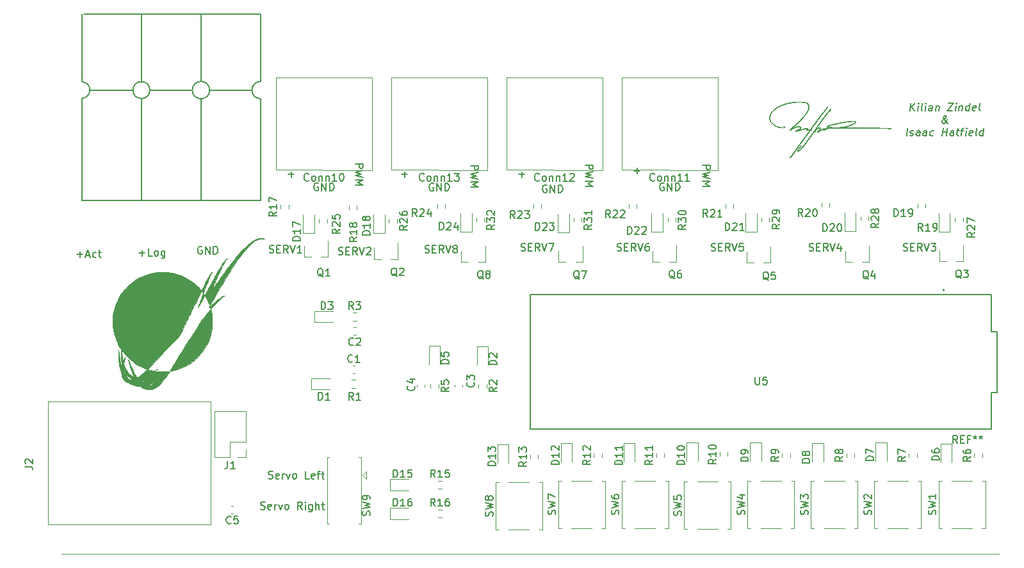
<source format=gbr>
%TF.GenerationSoftware,KiCad,Pcbnew,(5.1.10)-1*%
%TF.CreationDate,2021-12-04T20:09:58-06:00*%
%TF.ProjectId,GimbalBoard_Hardware,47696d62-616c-4426-9f61-72645f486172,rev?*%
%TF.SameCoordinates,Original*%
%TF.FileFunction,Legend,Top*%
%TF.FilePolarity,Positive*%
%FSLAX46Y46*%
G04 Gerber Fmt 4.6, Leading zero omitted, Abs format (unit mm)*
G04 Created by KiCad (PCBNEW (5.1.10)-1) date 2021-12-04 20:09:58*
%MOMM*%
%LPD*%
G01*
G04 APERTURE LIST*
%ADD10C,0.150000*%
%ADD11C,0.120000*%
%ADD12C,0.127000*%
%ADD13C,0.200000*%
%ADD14C,0.010000*%
G04 APERTURE END LIST*
D10*
X123714142Y-55395761D02*
X123857000Y-55443380D01*
X124095095Y-55443380D01*
X124190333Y-55395761D01*
X124237952Y-55348142D01*
X124285571Y-55252904D01*
X124285571Y-55157666D01*
X124237952Y-55062428D01*
X124190333Y-55014809D01*
X124095095Y-54967190D01*
X123904619Y-54919571D01*
X123809380Y-54871952D01*
X123761761Y-54824333D01*
X123714142Y-54729095D01*
X123714142Y-54633857D01*
X123761761Y-54538619D01*
X123809380Y-54491000D01*
X123904619Y-54443380D01*
X124142714Y-54443380D01*
X124285571Y-54491000D01*
X124714142Y-54919571D02*
X125047476Y-54919571D01*
X125190333Y-55443380D02*
X124714142Y-55443380D01*
X124714142Y-54443380D01*
X125190333Y-54443380D01*
X126190333Y-55443380D02*
X125857000Y-54967190D01*
X125618904Y-55443380D02*
X125618904Y-54443380D01*
X125999857Y-54443380D01*
X126095095Y-54491000D01*
X126142714Y-54538619D01*
X126190333Y-54633857D01*
X126190333Y-54776714D01*
X126142714Y-54871952D01*
X126095095Y-54919571D01*
X125999857Y-54967190D01*
X125618904Y-54967190D01*
X126476047Y-54443380D02*
X126809380Y-55443380D01*
X127142714Y-54443380D01*
X127904619Y-54776714D02*
X127904619Y-55443380D01*
X127666523Y-54395761D02*
X127428428Y-55110047D01*
X128047476Y-55110047D01*
X98314142Y-55395761D02*
X98457000Y-55443380D01*
X98695095Y-55443380D01*
X98790333Y-55395761D01*
X98837952Y-55348142D01*
X98885571Y-55252904D01*
X98885571Y-55157666D01*
X98837952Y-55062428D01*
X98790333Y-55014809D01*
X98695095Y-54967190D01*
X98504619Y-54919571D01*
X98409380Y-54871952D01*
X98361761Y-54824333D01*
X98314142Y-54729095D01*
X98314142Y-54633857D01*
X98361761Y-54538619D01*
X98409380Y-54491000D01*
X98504619Y-54443380D01*
X98742714Y-54443380D01*
X98885571Y-54491000D01*
X99314142Y-54919571D02*
X99647476Y-54919571D01*
X99790333Y-55443380D02*
X99314142Y-55443380D01*
X99314142Y-54443380D01*
X99790333Y-54443380D01*
X100790333Y-55443380D02*
X100457000Y-54967190D01*
X100218904Y-55443380D02*
X100218904Y-54443380D01*
X100599857Y-54443380D01*
X100695095Y-54491000D01*
X100742714Y-54538619D01*
X100790333Y-54633857D01*
X100790333Y-54776714D01*
X100742714Y-54871952D01*
X100695095Y-54919571D01*
X100599857Y-54967190D01*
X100218904Y-54967190D01*
X101076047Y-54443380D02*
X101409380Y-55443380D01*
X101742714Y-54443380D01*
X102504619Y-54443380D02*
X102314142Y-54443380D01*
X102218904Y-54491000D01*
X102171285Y-54538619D01*
X102076047Y-54681476D01*
X102028428Y-54871952D01*
X102028428Y-55252904D01*
X102076047Y-55348142D01*
X102123666Y-55395761D01*
X102218904Y-55443380D01*
X102409380Y-55443380D01*
X102504619Y-55395761D01*
X102552238Y-55348142D01*
X102599857Y-55252904D01*
X102599857Y-55014809D01*
X102552238Y-54919571D01*
X102504619Y-54871952D01*
X102409380Y-54824333D01*
X102218904Y-54824333D01*
X102123666Y-54871952D01*
X102076047Y-54919571D01*
X102028428Y-55014809D01*
X63733419Y-43908838D02*
X64733419Y-43908838D01*
X64733419Y-44289790D01*
X64685800Y-44385028D01*
X64638180Y-44432647D01*
X64542942Y-44480266D01*
X64400085Y-44480266D01*
X64304847Y-44432647D01*
X64257228Y-44385028D01*
X64209609Y-44289790D01*
X64209609Y-43908838D01*
X64733419Y-44813600D02*
X63733419Y-45051695D01*
X64447704Y-45242171D01*
X63733419Y-45432647D01*
X64733419Y-45670742D01*
X63733419Y-46051695D02*
X64733419Y-46051695D01*
X64019133Y-46385028D01*
X64733419Y-46718361D01*
X63733419Y-46718361D01*
X54864047Y-45283428D02*
X55625952Y-45283428D01*
X55245000Y-45664380D02*
X55245000Y-44902476D01*
X58801095Y-46490000D02*
X58705857Y-46442380D01*
X58563000Y-46442380D01*
X58420142Y-46490000D01*
X58324904Y-46585238D01*
X58277285Y-46680476D01*
X58229666Y-46870952D01*
X58229666Y-47013809D01*
X58277285Y-47204285D01*
X58324904Y-47299523D01*
X58420142Y-47394761D01*
X58563000Y-47442380D01*
X58658238Y-47442380D01*
X58801095Y-47394761D01*
X58848714Y-47347142D01*
X58848714Y-47013809D01*
X58658238Y-47013809D01*
X59277285Y-47442380D02*
X59277285Y-46442380D01*
X59848714Y-47442380D01*
X59848714Y-46442380D01*
X60324904Y-47442380D02*
X60324904Y-46442380D01*
X60563000Y-46442380D01*
X60705857Y-46490000D01*
X60801095Y-46585238D01*
X60848714Y-46680476D01*
X60896333Y-46870952D01*
X60896333Y-47013809D01*
X60848714Y-47204285D01*
X60801095Y-47299523D01*
X60705857Y-47394761D01*
X60563000Y-47442380D01*
X60324904Y-47442380D01*
X137036776Y-36902380D02*
X137161776Y-35902380D01*
X137608205Y-36902380D02*
X137251062Y-36330952D01*
X137733205Y-35902380D02*
X137090348Y-36473809D01*
X138036776Y-36902380D02*
X138120110Y-36235714D01*
X138161776Y-35902380D02*
X138108205Y-35950000D01*
X138149872Y-35997619D01*
X138203443Y-35950000D01*
X138161776Y-35902380D01*
X138149872Y-35997619D01*
X138655824Y-36902380D02*
X138566538Y-36854761D01*
X138530824Y-36759523D01*
X138637967Y-35902380D01*
X139036776Y-36902380D02*
X139120110Y-36235714D01*
X139161776Y-35902380D02*
X139108205Y-35950000D01*
X139149872Y-35997619D01*
X139203443Y-35950000D01*
X139161776Y-35902380D01*
X139149872Y-35997619D01*
X139941538Y-36902380D02*
X140007014Y-36378571D01*
X139971300Y-36283333D01*
X139882014Y-36235714D01*
X139691538Y-36235714D01*
X139590348Y-36283333D01*
X139947491Y-36854761D02*
X139846300Y-36902380D01*
X139608205Y-36902380D01*
X139518919Y-36854761D01*
X139483205Y-36759523D01*
X139495110Y-36664285D01*
X139554633Y-36569047D01*
X139655824Y-36521428D01*
X139893919Y-36521428D01*
X139995110Y-36473809D01*
X140501062Y-36235714D02*
X140417729Y-36902380D01*
X140489157Y-36330952D02*
X140542729Y-36283333D01*
X140643919Y-36235714D01*
X140786776Y-36235714D01*
X140876062Y-36283333D01*
X140911776Y-36378571D01*
X140846300Y-36902380D01*
X142114157Y-35902380D02*
X142780824Y-35902380D01*
X141989157Y-36902380D01*
X142655824Y-36902380D01*
X143036776Y-36902380D02*
X143120110Y-36235714D01*
X143161776Y-35902380D02*
X143108205Y-35950000D01*
X143149872Y-35997619D01*
X143203443Y-35950000D01*
X143161776Y-35902380D01*
X143149872Y-35997619D01*
X143596300Y-36235714D02*
X143512967Y-36902380D01*
X143584395Y-36330952D02*
X143637967Y-36283333D01*
X143739157Y-36235714D01*
X143882014Y-36235714D01*
X143971300Y-36283333D01*
X144007014Y-36378571D01*
X143941538Y-36902380D01*
X144846300Y-36902380D02*
X144971300Y-35902380D01*
X144852252Y-36854761D02*
X144751062Y-36902380D01*
X144560586Y-36902380D01*
X144471300Y-36854761D01*
X144429633Y-36807142D01*
X144393919Y-36711904D01*
X144429633Y-36426190D01*
X144489157Y-36330952D01*
X144542729Y-36283333D01*
X144643919Y-36235714D01*
X144834395Y-36235714D01*
X144923681Y-36283333D01*
X145709395Y-36854761D02*
X145608205Y-36902380D01*
X145417729Y-36902380D01*
X145328443Y-36854761D01*
X145292729Y-36759523D01*
X145340348Y-36378571D01*
X145399872Y-36283333D01*
X145501062Y-36235714D01*
X145691538Y-36235714D01*
X145780824Y-36283333D01*
X145816538Y-36378571D01*
X145804633Y-36473809D01*
X145316538Y-36569047D01*
X146322491Y-36902380D02*
X146233205Y-36854761D01*
X146197491Y-36759523D01*
X146304633Y-35902380D01*
X142060586Y-38552380D02*
X142012967Y-38552380D01*
X141923681Y-38504761D01*
X141798681Y-38361904D01*
X141596300Y-38076190D01*
X141518919Y-37933333D01*
X141489157Y-37790476D01*
X141501062Y-37695238D01*
X141560586Y-37600000D01*
X141661776Y-37552380D01*
X141709395Y-37552380D01*
X141798681Y-37600000D01*
X141834395Y-37695238D01*
X141828443Y-37742857D01*
X141768919Y-37838095D01*
X141715348Y-37885714D01*
X141405824Y-38076190D01*
X141352252Y-38123809D01*
X141292729Y-38219047D01*
X141274872Y-38361904D01*
X141310586Y-38457142D01*
X141352252Y-38504761D01*
X141441538Y-38552380D01*
X141584395Y-38552380D01*
X141685586Y-38504761D01*
X141739157Y-38457142D01*
X141905824Y-38266666D01*
X141971300Y-38123809D01*
X141983205Y-38028571D01*
X136584395Y-40202380D02*
X136709395Y-39202380D01*
X137018919Y-40154761D02*
X137108205Y-40202380D01*
X137298681Y-40202380D01*
X137399872Y-40154761D01*
X137459395Y-40059523D01*
X137465348Y-40011904D01*
X137429633Y-39916666D01*
X137340348Y-39869047D01*
X137197491Y-39869047D01*
X137108205Y-39821428D01*
X137072491Y-39726190D01*
X137078443Y-39678571D01*
X137137967Y-39583333D01*
X137239157Y-39535714D01*
X137382014Y-39535714D01*
X137471300Y-39583333D01*
X138298681Y-40202380D02*
X138364157Y-39678571D01*
X138328443Y-39583333D01*
X138239157Y-39535714D01*
X138048681Y-39535714D01*
X137947491Y-39583333D01*
X138304633Y-40154761D02*
X138203443Y-40202380D01*
X137965348Y-40202380D01*
X137876062Y-40154761D01*
X137840348Y-40059523D01*
X137852252Y-39964285D01*
X137911776Y-39869047D01*
X138012967Y-39821428D01*
X138251062Y-39821428D01*
X138352252Y-39773809D01*
X139203443Y-40202380D02*
X139268919Y-39678571D01*
X139233205Y-39583333D01*
X139143919Y-39535714D01*
X138953443Y-39535714D01*
X138852252Y-39583333D01*
X139209395Y-40154761D02*
X139108205Y-40202380D01*
X138870110Y-40202380D01*
X138780824Y-40154761D01*
X138745110Y-40059523D01*
X138757014Y-39964285D01*
X138816538Y-39869047D01*
X138917729Y-39821428D01*
X139155824Y-39821428D01*
X139257014Y-39773809D01*
X140114157Y-40154761D02*
X140012967Y-40202380D01*
X139822491Y-40202380D01*
X139733205Y-40154761D01*
X139691538Y-40107142D01*
X139655824Y-40011904D01*
X139691538Y-39726190D01*
X139751062Y-39630952D01*
X139804633Y-39583333D01*
X139905824Y-39535714D01*
X140096300Y-39535714D01*
X140185586Y-39583333D01*
X141298681Y-40202380D02*
X141423681Y-39202380D01*
X141364157Y-39678571D02*
X141935586Y-39678571D01*
X141870110Y-40202380D02*
X141995110Y-39202380D01*
X142774872Y-40202380D02*
X142840348Y-39678571D01*
X142804633Y-39583333D01*
X142715348Y-39535714D01*
X142524872Y-39535714D01*
X142423681Y-39583333D01*
X142780824Y-40154761D02*
X142679633Y-40202380D01*
X142441538Y-40202380D01*
X142352252Y-40154761D01*
X142316538Y-40059523D01*
X142328443Y-39964285D01*
X142387967Y-39869047D01*
X142489157Y-39821428D01*
X142727252Y-39821428D01*
X142828443Y-39773809D01*
X143191538Y-39535714D02*
X143572491Y-39535714D01*
X143376062Y-39202380D02*
X143268919Y-40059523D01*
X143304633Y-40154761D01*
X143393919Y-40202380D01*
X143489157Y-40202380D01*
X143762967Y-39535714D02*
X144143919Y-39535714D01*
X143822491Y-40202380D02*
X143929633Y-39345238D01*
X143989157Y-39250000D01*
X144090348Y-39202380D01*
X144185586Y-39202380D01*
X144393919Y-40202380D02*
X144477252Y-39535714D01*
X144518919Y-39202380D02*
X144465348Y-39250000D01*
X144507014Y-39297619D01*
X144560586Y-39250000D01*
X144518919Y-39202380D01*
X144507014Y-39297619D01*
X145257014Y-40154761D02*
X145155824Y-40202380D01*
X144965348Y-40202380D01*
X144876062Y-40154761D01*
X144840348Y-40059523D01*
X144887967Y-39678571D01*
X144947491Y-39583333D01*
X145048681Y-39535714D01*
X145239157Y-39535714D01*
X145328443Y-39583333D01*
X145364157Y-39678571D01*
X145352252Y-39773809D01*
X144864157Y-39869047D01*
X145870110Y-40202380D02*
X145780824Y-40154761D01*
X145745110Y-40059523D01*
X145852252Y-39202380D01*
X146679633Y-40202380D02*
X146804633Y-39202380D01*
X146685586Y-40154761D02*
X146584395Y-40202380D01*
X146393919Y-40202380D01*
X146304633Y-40154761D01*
X146262967Y-40107142D01*
X146227252Y-40011904D01*
X146262967Y-39726190D01*
X146322491Y-39630952D01*
X146376062Y-39583333D01*
X146477252Y-39535714D01*
X146667729Y-39535714D01*
X146757014Y-39583333D01*
X51205333Y-89558761D02*
X51348190Y-89606380D01*
X51586285Y-89606380D01*
X51681523Y-89558761D01*
X51729142Y-89511142D01*
X51776761Y-89415904D01*
X51776761Y-89320666D01*
X51729142Y-89225428D01*
X51681523Y-89177809D01*
X51586285Y-89130190D01*
X51395809Y-89082571D01*
X51300571Y-89034952D01*
X51252952Y-88987333D01*
X51205333Y-88892095D01*
X51205333Y-88796857D01*
X51252952Y-88701619D01*
X51300571Y-88654000D01*
X51395809Y-88606380D01*
X51633904Y-88606380D01*
X51776761Y-88654000D01*
X52586285Y-89558761D02*
X52491047Y-89606380D01*
X52300571Y-89606380D01*
X52205333Y-89558761D01*
X52157714Y-89463523D01*
X52157714Y-89082571D01*
X52205333Y-88987333D01*
X52300571Y-88939714D01*
X52491047Y-88939714D01*
X52586285Y-88987333D01*
X52633904Y-89082571D01*
X52633904Y-89177809D01*
X52157714Y-89273047D01*
X53062476Y-89606380D02*
X53062476Y-88939714D01*
X53062476Y-89130190D02*
X53110095Y-89034952D01*
X53157714Y-88987333D01*
X53252952Y-88939714D01*
X53348190Y-88939714D01*
X53586285Y-88939714D02*
X53824380Y-89606380D01*
X54062476Y-88939714D01*
X54586285Y-89606380D02*
X54491047Y-89558761D01*
X54443428Y-89511142D01*
X54395809Y-89415904D01*
X54395809Y-89130190D01*
X54443428Y-89034952D01*
X54491047Y-88987333D01*
X54586285Y-88939714D01*
X54729142Y-88939714D01*
X54824380Y-88987333D01*
X54872000Y-89034952D01*
X54919619Y-89130190D01*
X54919619Y-89415904D01*
X54872000Y-89511142D01*
X54824380Y-89558761D01*
X54729142Y-89606380D01*
X54586285Y-89606380D01*
X56681523Y-89606380D02*
X56348190Y-89130190D01*
X56110095Y-89606380D02*
X56110095Y-88606380D01*
X56491047Y-88606380D01*
X56586285Y-88654000D01*
X56633904Y-88701619D01*
X56681523Y-88796857D01*
X56681523Y-88939714D01*
X56633904Y-89034952D01*
X56586285Y-89082571D01*
X56491047Y-89130190D01*
X56110095Y-89130190D01*
X57110095Y-89606380D02*
X57110095Y-88939714D01*
X57110095Y-88606380D02*
X57062476Y-88654000D01*
X57110095Y-88701619D01*
X57157714Y-88654000D01*
X57110095Y-88606380D01*
X57110095Y-88701619D01*
X58014857Y-88939714D02*
X58014857Y-89749238D01*
X57967238Y-89844476D01*
X57919619Y-89892095D01*
X57824380Y-89939714D01*
X57681523Y-89939714D01*
X57586285Y-89892095D01*
X58014857Y-89558761D02*
X57919619Y-89606380D01*
X57729142Y-89606380D01*
X57633904Y-89558761D01*
X57586285Y-89511142D01*
X57538666Y-89415904D01*
X57538666Y-89130190D01*
X57586285Y-89034952D01*
X57633904Y-88987333D01*
X57729142Y-88939714D01*
X57919619Y-88939714D01*
X58014857Y-88987333D01*
X58491047Y-89606380D02*
X58491047Y-88606380D01*
X58919619Y-89606380D02*
X58919619Y-89082571D01*
X58872000Y-88987333D01*
X58776761Y-88939714D01*
X58633904Y-88939714D01*
X58538666Y-88987333D01*
X58491047Y-89034952D01*
X59252952Y-88939714D02*
X59633904Y-88939714D01*
X59395809Y-88606380D02*
X59395809Y-89463523D01*
X59443428Y-89558761D01*
X59538666Y-89606380D01*
X59633904Y-89606380D01*
X52237142Y-85494761D02*
X52380000Y-85542380D01*
X52618095Y-85542380D01*
X52713333Y-85494761D01*
X52760952Y-85447142D01*
X52808571Y-85351904D01*
X52808571Y-85256666D01*
X52760952Y-85161428D01*
X52713333Y-85113809D01*
X52618095Y-85066190D01*
X52427619Y-85018571D01*
X52332380Y-84970952D01*
X52284761Y-84923333D01*
X52237142Y-84828095D01*
X52237142Y-84732857D01*
X52284761Y-84637619D01*
X52332380Y-84590000D01*
X52427619Y-84542380D01*
X52665714Y-84542380D01*
X52808571Y-84590000D01*
X53618095Y-85494761D02*
X53522857Y-85542380D01*
X53332380Y-85542380D01*
X53237142Y-85494761D01*
X53189523Y-85399523D01*
X53189523Y-85018571D01*
X53237142Y-84923333D01*
X53332380Y-84875714D01*
X53522857Y-84875714D01*
X53618095Y-84923333D01*
X53665714Y-85018571D01*
X53665714Y-85113809D01*
X53189523Y-85209047D01*
X54094285Y-85542380D02*
X54094285Y-84875714D01*
X54094285Y-85066190D02*
X54141904Y-84970952D01*
X54189523Y-84923333D01*
X54284761Y-84875714D01*
X54380000Y-84875714D01*
X54618095Y-84875714D02*
X54856190Y-85542380D01*
X55094285Y-84875714D01*
X55618095Y-85542380D02*
X55522857Y-85494761D01*
X55475238Y-85447142D01*
X55427619Y-85351904D01*
X55427619Y-85066190D01*
X55475238Y-84970952D01*
X55522857Y-84923333D01*
X55618095Y-84875714D01*
X55760952Y-84875714D01*
X55856190Y-84923333D01*
X55903809Y-84970952D01*
X55951428Y-85066190D01*
X55951428Y-85351904D01*
X55903809Y-85447142D01*
X55856190Y-85494761D01*
X55760952Y-85542380D01*
X55618095Y-85542380D01*
X57618095Y-85542380D02*
X57141904Y-85542380D01*
X57141904Y-84542380D01*
X58332380Y-85494761D02*
X58237142Y-85542380D01*
X58046666Y-85542380D01*
X57951428Y-85494761D01*
X57903809Y-85399523D01*
X57903809Y-85018571D01*
X57951428Y-84923333D01*
X58046666Y-84875714D01*
X58237142Y-84875714D01*
X58332380Y-84923333D01*
X58380000Y-85018571D01*
X58380000Y-85113809D01*
X57903809Y-85209047D01*
X58665714Y-84875714D02*
X59046666Y-84875714D01*
X58808571Y-85542380D02*
X58808571Y-84685238D01*
X58856190Y-84590000D01*
X58951428Y-84542380D01*
X59046666Y-84542380D01*
X59237142Y-84875714D02*
X59618095Y-84875714D01*
X59380000Y-84542380D02*
X59380000Y-85399523D01*
X59427619Y-85494761D01*
X59522857Y-85542380D01*
X59618095Y-85542380D01*
X52340142Y-55649761D02*
X52483000Y-55697380D01*
X52721095Y-55697380D01*
X52816333Y-55649761D01*
X52863952Y-55602142D01*
X52911571Y-55506904D01*
X52911571Y-55411666D01*
X52863952Y-55316428D01*
X52816333Y-55268809D01*
X52721095Y-55221190D01*
X52530619Y-55173571D01*
X52435380Y-55125952D01*
X52387761Y-55078333D01*
X52340142Y-54983095D01*
X52340142Y-54887857D01*
X52387761Y-54792619D01*
X52435380Y-54745000D01*
X52530619Y-54697380D01*
X52768714Y-54697380D01*
X52911571Y-54745000D01*
X53340142Y-55173571D02*
X53673476Y-55173571D01*
X53816333Y-55697380D02*
X53340142Y-55697380D01*
X53340142Y-54697380D01*
X53816333Y-54697380D01*
X54816333Y-55697380D02*
X54483000Y-55221190D01*
X54244904Y-55697380D02*
X54244904Y-54697380D01*
X54625857Y-54697380D01*
X54721095Y-54745000D01*
X54768714Y-54792619D01*
X54816333Y-54887857D01*
X54816333Y-55030714D01*
X54768714Y-55125952D01*
X54721095Y-55173571D01*
X54625857Y-55221190D01*
X54244904Y-55221190D01*
X55102047Y-54697380D02*
X55435380Y-55697380D01*
X55768714Y-54697380D01*
X56625857Y-55697380D02*
X56054428Y-55697380D01*
X56340142Y-55697380D02*
X56340142Y-54697380D01*
X56244904Y-54840238D01*
X56149666Y-54935476D01*
X56054428Y-54983095D01*
X61484142Y-55903761D02*
X61627000Y-55951380D01*
X61865095Y-55951380D01*
X61960333Y-55903761D01*
X62007952Y-55856142D01*
X62055571Y-55760904D01*
X62055571Y-55665666D01*
X62007952Y-55570428D01*
X61960333Y-55522809D01*
X61865095Y-55475190D01*
X61674619Y-55427571D01*
X61579380Y-55379952D01*
X61531761Y-55332333D01*
X61484142Y-55237095D01*
X61484142Y-55141857D01*
X61531761Y-55046619D01*
X61579380Y-54999000D01*
X61674619Y-54951380D01*
X61912714Y-54951380D01*
X62055571Y-54999000D01*
X62484142Y-55427571D02*
X62817476Y-55427571D01*
X62960333Y-55951380D02*
X62484142Y-55951380D01*
X62484142Y-54951380D01*
X62960333Y-54951380D01*
X63960333Y-55951380D02*
X63627000Y-55475190D01*
X63388904Y-55951380D02*
X63388904Y-54951380D01*
X63769857Y-54951380D01*
X63865095Y-54999000D01*
X63912714Y-55046619D01*
X63960333Y-55141857D01*
X63960333Y-55284714D01*
X63912714Y-55379952D01*
X63865095Y-55427571D01*
X63769857Y-55475190D01*
X63388904Y-55475190D01*
X64246047Y-54951380D02*
X64579380Y-55951380D01*
X64912714Y-54951380D01*
X65198428Y-55046619D02*
X65246047Y-54999000D01*
X65341285Y-54951380D01*
X65579380Y-54951380D01*
X65674619Y-54999000D01*
X65722238Y-55046619D01*
X65769857Y-55141857D01*
X65769857Y-55237095D01*
X65722238Y-55379952D01*
X65150809Y-55951380D01*
X65769857Y-55951380D01*
X136160142Y-55395761D02*
X136303000Y-55443380D01*
X136541095Y-55443380D01*
X136636333Y-55395761D01*
X136683952Y-55348142D01*
X136731571Y-55252904D01*
X136731571Y-55157666D01*
X136683952Y-55062428D01*
X136636333Y-55014809D01*
X136541095Y-54967190D01*
X136350619Y-54919571D01*
X136255380Y-54871952D01*
X136207761Y-54824333D01*
X136160142Y-54729095D01*
X136160142Y-54633857D01*
X136207761Y-54538619D01*
X136255380Y-54491000D01*
X136350619Y-54443380D01*
X136588714Y-54443380D01*
X136731571Y-54491000D01*
X137160142Y-54919571D02*
X137493476Y-54919571D01*
X137636333Y-55443380D02*
X137160142Y-55443380D01*
X137160142Y-54443380D01*
X137636333Y-54443380D01*
X138636333Y-55443380D02*
X138303000Y-54967190D01*
X138064904Y-55443380D02*
X138064904Y-54443380D01*
X138445857Y-54443380D01*
X138541095Y-54491000D01*
X138588714Y-54538619D01*
X138636333Y-54633857D01*
X138636333Y-54776714D01*
X138588714Y-54871952D01*
X138541095Y-54919571D01*
X138445857Y-54967190D01*
X138064904Y-54967190D01*
X138922047Y-54443380D02*
X139255380Y-55443380D01*
X139588714Y-54443380D01*
X139826809Y-54443380D02*
X140445857Y-54443380D01*
X140112523Y-54824333D01*
X140255380Y-54824333D01*
X140350619Y-54871952D01*
X140398238Y-54919571D01*
X140445857Y-55014809D01*
X140445857Y-55252904D01*
X140398238Y-55348142D01*
X140350619Y-55395761D01*
X140255380Y-55443380D01*
X139969666Y-55443380D01*
X139874428Y-55395761D01*
X139826809Y-55348142D01*
X110760142Y-55395761D02*
X110903000Y-55443380D01*
X111141095Y-55443380D01*
X111236333Y-55395761D01*
X111283952Y-55348142D01*
X111331571Y-55252904D01*
X111331571Y-55157666D01*
X111283952Y-55062428D01*
X111236333Y-55014809D01*
X111141095Y-54967190D01*
X110950619Y-54919571D01*
X110855380Y-54871952D01*
X110807761Y-54824333D01*
X110760142Y-54729095D01*
X110760142Y-54633857D01*
X110807761Y-54538619D01*
X110855380Y-54491000D01*
X110950619Y-54443380D01*
X111188714Y-54443380D01*
X111331571Y-54491000D01*
X111760142Y-54919571D02*
X112093476Y-54919571D01*
X112236333Y-55443380D02*
X111760142Y-55443380D01*
X111760142Y-54443380D01*
X112236333Y-54443380D01*
X113236333Y-55443380D02*
X112903000Y-54967190D01*
X112664904Y-55443380D02*
X112664904Y-54443380D01*
X113045857Y-54443380D01*
X113141095Y-54491000D01*
X113188714Y-54538619D01*
X113236333Y-54633857D01*
X113236333Y-54776714D01*
X113188714Y-54871952D01*
X113141095Y-54919571D01*
X113045857Y-54967190D01*
X112664904Y-54967190D01*
X113522047Y-54443380D02*
X113855380Y-55443380D01*
X114188714Y-54443380D01*
X114998238Y-54443380D02*
X114522047Y-54443380D01*
X114474428Y-54919571D01*
X114522047Y-54871952D01*
X114617285Y-54824333D01*
X114855380Y-54824333D01*
X114950619Y-54871952D01*
X114998238Y-54919571D01*
X115045857Y-55014809D01*
X115045857Y-55252904D01*
X114998238Y-55348142D01*
X114950619Y-55395761D01*
X114855380Y-55443380D01*
X114617285Y-55443380D01*
X114522047Y-55395761D01*
X114474428Y-55348142D01*
X85614142Y-55395761D02*
X85757000Y-55443380D01*
X85995095Y-55443380D01*
X86090333Y-55395761D01*
X86137952Y-55348142D01*
X86185571Y-55252904D01*
X86185571Y-55157666D01*
X86137952Y-55062428D01*
X86090333Y-55014809D01*
X85995095Y-54967190D01*
X85804619Y-54919571D01*
X85709380Y-54871952D01*
X85661761Y-54824333D01*
X85614142Y-54729095D01*
X85614142Y-54633857D01*
X85661761Y-54538619D01*
X85709380Y-54491000D01*
X85804619Y-54443380D01*
X86042714Y-54443380D01*
X86185571Y-54491000D01*
X86614142Y-54919571D02*
X86947476Y-54919571D01*
X87090333Y-55443380D02*
X86614142Y-55443380D01*
X86614142Y-54443380D01*
X87090333Y-54443380D01*
X88090333Y-55443380D02*
X87757000Y-54967190D01*
X87518904Y-55443380D02*
X87518904Y-54443380D01*
X87899857Y-54443380D01*
X87995095Y-54491000D01*
X88042714Y-54538619D01*
X88090333Y-54633857D01*
X88090333Y-54776714D01*
X88042714Y-54871952D01*
X87995095Y-54919571D01*
X87899857Y-54967190D01*
X87518904Y-54967190D01*
X88376047Y-54443380D02*
X88709380Y-55443380D01*
X89042714Y-54443380D01*
X89280809Y-54443380D02*
X89947476Y-54443380D01*
X89518904Y-55443380D01*
X72914142Y-55649761D02*
X73057000Y-55697380D01*
X73295095Y-55697380D01*
X73390333Y-55649761D01*
X73437952Y-55602142D01*
X73485571Y-55506904D01*
X73485571Y-55411666D01*
X73437952Y-55316428D01*
X73390333Y-55268809D01*
X73295095Y-55221190D01*
X73104619Y-55173571D01*
X73009380Y-55125952D01*
X72961761Y-55078333D01*
X72914142Y-54983095D01*
X72914142Y-54887857D01*
X72961761Y-54792619D01*
X73009380Y-54745000D01*
X73104619Y-54697380D01*
X73342714Y-54697380D01*
X73485571Y-54745000D01*
X73914142Y-55173571D02*
X74247476Y-55173571D01*
X74390333Y-55697380D02*
X73914142Y-55697380D01*
X73914142Y-54697380D01*
X74390333Y-54697380D01*
X75390333Y-55697380D02*
X75057000Y-55221190D01*
X74818904Y-55697380D02*
X74818904Y-54697380D01*
X75199857Y-54697380D01*
X75295095Y-54745000D01*
X75342714Y-54792619D01*
X75390333Y-54887857D01*
X75390333Y-55030714D01*
X75342714Y-55125952D01*
X75295095Y-55173571D01*
X75199857Y-55221190D01*
X74818904Y-55221190D01*
X75676047Y-54697380D02*
X76009380Y-55697380D01*
X76342714Y-54697380D01*
X76818904Y-55125952D02*
X76723666Y-55078333D01*
X76676047Y-55030714D01*
X76628428Y-54935476D01*
X76628428Y-54887857D01*
X76676047Y-54792619D01*
X76723666Y-54745000D01*
X76818904Y-54697380D01*
X77009380Y-54697380D01*
X77104619Y-54745000D01*
X77152238Y-54792619D01*
X77199857Y-54887857D01*
X77199857Y-54935476D01*
X77152238Y-55030714D01*
X77104619Y-55078333D01*
X77009380Y-55125952D01*
X76818904Y-55125952D01*
X76723666Y-55173571D01*
X76676047Y-55221190D01*
X76628428Y-55316428D01*
X76628428Y-55506904D01*
X76676047Y-55602142D01*
X76723666Y-55649761D01*
X76818904Y-55697380D01*
X77009380Y-55697380D01*
X77104619Y-55649761D01*
X77152238Y-55602142D01*
X77199857Y-55506904D01*
X77199857Y-55316428D01*
X77152238Y-55221190D01*
X77104619Y-55173571D01*
X77009380Y-55125952D01*
X109656619Y-44112038D02*
X110656619Y-44112038D01*
X110656619Y-44492990D01*
X110609000Y-44588228D01*
X110561380Y-44635847D01*
X110466142Y-44683466D01*
X110323285Y-44683466D01*
X110228047Y-44635847D01*
X110180428Y-44588228D01*
X110132809Y-44492990D01*
X110132809Y-44112038D01*
X110656619Y-45016800D02*
X109656619Y-45254895D01*
X110370904Y-45445371D01*
X109656619Y-45635847D01*
X110656619Y-45873942D01*
X109656619Y-46254895D02*
X110656619Y-46254895D01*
X109942333Y-46588228D01*
X110656619Y-46921561D01*
X109656619Y-46921561D01*
X94162619Y-44061238D02*
X95162619Y-44061238D01*
X95162619Y-44442190D01*
X95115000Y-44537428D01*
X95067380Y-44585047D01*
X94972142Y-44632666D01*
X94829285Y-44632666D01*
X94734047Y-44585047D01*
X94686428Y-44537428D01*
X94638809Y-44442190D01*
X94638809Y-44061238D01*
X95162619Y-44966000D02*
X94162619Y-45204095D01*
X94876904Y-45394571D01*
X94162619Y-45585047D01*
X95162619Y-45823142D01*
X94162619Y-46204095D02*
X95162619Y-46204095D01*
X94448333Y-46537428D01*
X95162619Y-46870761D01*
X94162619Y-46870761D01*
X78973419Y-44162838D02*
X79973419Y-44162838D01*
X79973419Y-44543790D01*
X79925800Y-44639028D01*
X79878180Y-44686647D01*
X79782942Y-44734266D01*
X79640085Y-44734266D01*
X79544847Y-44686647D01*
X79497228Y-44639028D01*
X79449609Y-44543790D01*
X79449609Y-44162838D01*
X79973419Y-45067600D02*
X78973419Y-45305695D01*
X79687704Y-45496171D01*
X78973419Y-45686647D01*
X79973419Y-45924742D01*
X78973419Y-46305695D02*
X79973419Y-46305695D01*
X79259133Y-46639028D01*
X79973419Y-46972361D01*
X78973419Y-46972361D01*
X104521095Y-46490000D02*
X104425857Y-46442380D01*
X104283000Y-46442380D01*
X104140142Y-46490000D01*
X104044904Y-46585238D01*
X103997285Y-46680476D01*
X103949666Y-46870952D01*
X103949666Y-47013809D01*
X103997285Y-47204285D01*
X104044904Y-47299523D01*
X104140142Y-47394761D01*
X104283000Y-47442380D01*
X104378238Y-47442380D01*
X104521095Y-47394761D01*
X104568714Y-47347142D01*
X104568714Y-47013809D01*
X104378238Y-47013809D01*
X104997285Y-47442380D02*
X104997285Y-46442380D01*
X105568714Y-47442380D01*
X105568714Y-46442380D01*
X106044904Y-47442380D02*
X106044904Y-46442380D01*
X106283000Y-46442380D01*
X106425857Y-46490000D01*
X106521095Y-46585238D01*
X106568714Y-46680476D01*
X106616333Y-46870952D01*
X106616333Y-47013809D01*
X106568714Y-47204285D01*
X106521095Y-47299523D01*
X106425857Y-47394761D01*
X106283000Y-47442380D01*
X106044904Y-47442380D01*
X89027095Y-46744000D02*
X88931857Y-46696380D01*
X88789000Y-46696380D01*
X88646142Y-46744000D01*
X88550904Y-46839238D01*
X88503285Y-46934476D01*
X88455666Y-47124952D01*
X88455666Y-47267809D01*
X88503285Y-47458285D01*
X88550904Y-47553523D01*
X88646142Y-47648761D01*
X88789000Y-47696380D01*
X88884238Y-47696380D01*
X89027095Y-47648761D01*
X89074714Y-47601142D01*
X89074714Y-47267809D01*
X88884238Y-47267809D01*
X89503285Y-47696380D02*
X89503285Y-46696380D01*
X90074714Y-47696380D01*
X90074714Y-46696380D01*
X90550904Y-47696380D02*
X90550904Y-46696380D01*
X90789000Y-46696380D01*
X90931857Y-46744000D01*
X91027095Y-46839238D01*
X91074714Y-46934476D01*
X91122333Y-47124952D01*
X91122333Y-47267809D01*
X91074714Y-47458285D01*
X91027095Y-47553523D01*
X90931857Y-47648761D01*
X90789000Y-47696380D01*
X90550904Y-47696380D01*
X74041095Y-46540800D02*
X73945857Y-46493180D01*
X73803000Y-46493180D01*
X73660142Y-46540800D01*
X73564904Y-46636038D01*
X73517285Y-46731276D01*
X73469666Y-46921752D01*
X73469666Y-47064609D01*
X73517285Y-47255085D01*
X73564904Y-47350323D01*
X73660142Y-47445561D01*
X73803000Y-47493180D01*
X73898238Y-47493180D01*
X74041095Y-47445561D01*
X74088714Y-47397942D01*
X74088714Y-47064609D01*
X73898238Y-47064609D01*
X74517285Y-47493180D02*
X74517285Y-46493180D01*
X75088714Y-47493180D01*
X75088714Y-46493180D01*
X75564904Y-47493180D02*
X75564904Y-46493180D01*
X75803000Y-46493180D01*
X75945857Y-46540800D01*
X76041095Y-46636038D01*
X76088714Y-46731276D01*
X76136333Y-46921752D01*
X76136333Y-47064609D01*
X76088714Y-47255085D01*
X76041095Y-47350323D01*
X75945857Y-47445561D01*
X75803000Y-47493180D01*
X75564904Y-47493180D01*
X100584047Y-44826228D02*
X101345952Y-44826228D01*
X100965000Y-45207180D02*
X100965000Y-44445276D01*
X85344047Y-45283428D02*
X86105952Y-45283428D01*
X85725000Y-45664380D02*
X85725000Y-44902476D01*
X69850047Y-45283428D02*
X70611952Y-45283428D01*
X70231000Y-45664380D02*
X70231000Y-44902476D01*
X43434095Y-54872000D02*
X43338857Y-54824380D01*
X43196000Y-54824380D01*
X43053142Y-54872000D01*
X42957904Y-54967238D01*
X42910285Y-55062476D01*
X42862666Y-55252952D01*
X42862666Y-55395809D01*
X42910285Y-55586285D01*
X42957904Y-55681523D01*
X43053142Y-55776761D01*
X43196000Y-55824380D01*
X43291238Y-55824380D01*
X43434095Y-55776761D01*
X43481714Y-55729142D01*
X43481714Y-55395809D01*
X43291238Y-55395809D01*
X43910285Y-55824380D02*
X43910285Y-54824380D01*
X44481714Y-55824380D01*
X44481714Y-54824380D01*
X44957904Y-55824380D02*
X44957904Y-54824380D01*
X45196000Y-54824380D01*
X45338857Y-54872000D01*
X45434095Y-54967238D01*
X45481714Y-55062476D01*
X45529333Y-55252952D01*
X45529333Y-55395809D01*
X45481714Y-55586285D01*
X45434095Y-55681523D01*
X45338857Y-55776761D01*
X45196000Y-55824380D01*
X44957904Y-55824380D01*
X35139523Y-55697428D02*
X35901428Y-55697428D01*
X35520476Y-56078380D02*
X35520476Y-55316476D01*
X36853809Y-56078380D02*
X36377619Y-56078380D01*
X36377619Y-55078380D01*
X37330000Y-56078380D02*
X37234761Y-56030761D01*
X37187142Y-55983142D01*
X37139523Y-55887904D01*
X37139523Y-55602190D01*
X37187142Y-55506952D01*
X37234761Y-55459333D01*
X37330000Y-55411714D01*
X37472857Y-55411714D01*
X37568095Y-55459333D01*
X37615714Y-55506952D01*
X37663333Y-55602190D01*
X37663333Y-55887904D01*
X37615714Y-55983142D01*
X37568095Y-56030761D01*
X37472857Y-56078380D01*
X37330000Y-56078380D01*
X38520476Y-55411714D02*
X38520476Y-56221238D01*
X38472857Y-56316476D01*
X38425238Y-56364095D01*
X38330000Y-56411714D01*
X38187142Y-56411714D01*
X38091904Y-56364095D01*
X38520476Y-56030761D02*
X38425238Y-56078380D01*
X38234761Y-56078380D01*
X38139523Y-56030761D01*
X38091904Y-55983142D01*
X38044285Y-55887904D01*
X38044285Y-55602190D01*
X38091904Y-55506952D01*
X38139523Y-55459333D01*
X38234761Y-55411714D01*
X38425238Y-55411714D01*
X38520476Y-55459333D01*
X26924190Y-55900628D02*
X27686095Y-55900628D01*
X27305142Y-56281580D02*
X27305142Y-55519676D01*
X28114666Y-55995866D02*
X28590857Y-55995866D01*
X28019428Y-56281580D02*
X28352761Y-55281580D01*
X28686095Y-56281580D01*
X29448000Y-56233961D02*
X29352761Y-56281580D01*
X29162285Y-56281580D01*
X29067047Y-56233961D01*
X29019428Y-56186342D01*
X28971809Y-56091104D01*
X28971809Y-55805390D01*
X29019428Y-55710152D01*
X29067047Y-55662533D01*
X29162285Y-55614914D01*
X29352761Y-55614914D01*
X29448000Y-55662533D01*
X29733714Y-55614914D02*
X30114666Y-55614914D01*
X29876571Y-55281580D02*
X29876571Y-56138723D01*
X29924190Y-56233961D01*
X30019428Y-56281580D01*
X30114666Y-56281580D01*
D11*
X148844000Y-95504000D02*
X24892000Y-95504000D01*
D12*
%TO.C,U5*%
X147828000Y-78994000D02*
X147828000Y-74134000D01*
X86868000Y-78994000D02*
X86868000Y-61214000D01*
D13*
X141578000Y-60604000D02*
G75*
G03*
X141578000Y-60604000I-100000J0D01*
G01*
D12*
X148528000Y-66074000D02*
X148528000Y-74134000D01*
X147828000Y-74134000D02*
X148528000Y-74134000D01*
X147828000Y-66074000D02*
X148528000Y-66074000D01*
X86868000Y-61214000D02*
X147828000Y-61214000D01*
X147828000Y-61214000D02*
X147828000Y-66074000D01*
X147828000Y-78994000D02*
X86868000Y-78994000D01*
D14*
%TO.C,G\u002A\u002A\u002A*%
G36*
X44779770Y-58212811D02*
G01*
X44769272Y-58236974D01*
X44735131Y-58288375D01*
X44715543Y-58316109D01*
X44678901Y-58370196D01*
X44643000Y-58429563D01*
X44605587Y-58498959D01*
X44564408Y-58583130D01*
X44517212Y-58686823D01*
X44461745Y-58814788D01*
X44395755Y-58971770D01*
X44337006Y-59113824D01*
X44287041Y-59236483D01*
X44225417Y-59389788D01*
X44154806Y-59566941D01*
X44077880Y-59761142D01*
X43997310Y-59965592D01*
X43915768Y-60173491D01*
X43835926Y-60378041D01*
X43760455Y-60572441D01*
X43692027Y-60749893D01*
X43633313Y-60903596D01*
X43621631Y-60934434D01*
X43599990Y-60991663D01*
X43487544Y-60837688D01*
X43437827Y-60773314D01*
X43395845Y-60725788D01*
X43367408Y-60701335D01*
X43359319Y-60700269D01*
X43348100Y-60720736D01*
X43320984Y-60774287D01*
X43279460Y-60857877D01*
X43225017Y-60968461D01*
X43159146Y-61102994D01*
X43083335Y-61258431D01*
X42999075Y-61431729D01*
X42907855Y-61619841D01*
X42811164Y-61819723D01*
X42772578Y-61899620D01*
X42550428Y-62359554D01*
X42344286Y-62785769D01*
X42152935Y-63180756D01*
X41975157Y-63547002D01*
X41809736Y-63886995D01*
X41655455Y-64203225D01*
X41511096Y-64498179D01*
X41375443Y-64774347D01*
X41247278Y-65034216D01*
X41125385Y-65280275D01*
X41008545Y-65515013D01*
X40895543Y-65740917D01*
X40831219Y-65868997D01*
X40744040Y-66043365D01*
X40669596Y-66193261D01*
X40605241Y-66322126D01*
X40548326Y-66433404D01*
X40496204Y-66530534D01*
X40446228Y-66616960D01*
X40395750Y-66696124D01*
X40342122Y-66771466D01*
X40282696Y-66846429D01*
X40214826Y-66924454D01*
X40135863Y-67008984D01*
X40043160Y-67103461D01*
X39934070Y-67211325D01*
X39805944Y-67336020D01*
X39656136Y-67480987D01*
X39481997Y-67649667D01*
X39400673Y-67728697D01*
X39253988Y-67872227D01*
X39110479Y-68014150D01*
X38973892Y-68150661D01*
X38847971Y-68277953D01*
X38736461Y-68392220D01*
X38643105Y-68489656D01*
X38571649Y-68566453D01*
X38530055Y-68613703D01*
X38416934Y-68746710D01*
X38279761Y-68903984D01*
X38122550Y-69081156D01*
X37949311Y-69273856D01*
X37764057Y-69477716D01*
X37570800Y-69688364D01*
X37373551Y-69901433D01*
X37176322Y-70112552D01*
X36983125Y-70317353D01*
X36797973Y-70511465D01*
X36624876Y-70690519D01*
X36596552Y-70719540D01*
X36500757Y-70817821D01*
X36415222Y-70906109D01*
X36343647Y-70980543D01*
X36289726Y-71037264D01*
X36257157Y-71072413D01*
X36248980Y-71082433D01*
X36273621Y-71091212D01*
X36329450Y-71107274D01*
X36408650Y-71128626D01*
X36503401Y-71153276D01*
X36605886Y-71179229D01*
X36708287Y-71204494D01*
X36802785Y-71227077D01*
X36881561Y-71244986D01*
X36911996Y-71251439D01*
X37040747Y-71275716D01*
X37134316Y-71288502D01*
X37195862Y-71290031D01*
X37228546Y-71280538D01*
X37233386Y-71275274D01*
X37252539Y-71256377D01*
X37295878Y-71218821D01*
X37356128Y-71168805D01*
X37399960Y-71133314D01*
X37556316Y-71007885D01*
X37239896Y-71306325D01*
X37307893Y-71318494D01*
X37428416Y-71335926D01*
X37572871Y-71350047D01*
X37735785Y-71360897D01*
X37911684Y-71368515D01*
X38095096Y-71372942D01*
X38280545Y-71374218D01*
X38462560Y-71372383D01*
X38635667Y-71367477D01*
X38794392Y-71359540D01*
X38933262Y-71348611D01*
X39046803Y-71334733D01*
X39129542Y-71317943D01*
X39165392Y-71304897D01*
X39188315Y-71281244D01*
X39228888Y-71226275D01*
X39284948Y-71143531D01*
X39354333Y-71036553D01*
X39434882Y-70908885D01*
X39524433Y-70764066D01*
X39620822Y-70605640D01*
X39721890Y-70437147D01*
X39825473Y-70262130D01*
X39929411Y-70084130D01*
X40031540Y-69906689D01*
X40129699Y-69733349D01*
X40182954Y-69637899D01*
X40267462Y-69488109D01*
X40358224Y-69331722D01*
X40449949Y-69177549D01*
X40537345Y-69034399D01*
X40615122Y-68911083D01*
X40664572Y-68836005D01*
X40738557Y-68723036D01*
X40824479Y-68585784D01*
X40915574Y-68435431D01*
X41005078Y-68283162D01*
X41086227Y-68140158D01*
X41094346Y-68125485D01*
X41193975Y-67949471D01*
X41291947Y-67786793D01*
X41395307Y-67626514D01*
X41511105Y-67457700D01*
X41643422Y-67273473D01*
X41926767Y-66877587D01*
X42194519Y-66486454D01*
X42452903Y-66090427D01*
X42708144Y-65679860D01*
X42966466Y-65245105D01*
X43086503Y-65037031D01*
X43158532Y-64913258D01*
X43224078Y-64806420D01*
X43289047Y-64708144D01*
X43359349Y-64610058D01*
X43440891Y-64503791D01*
X43539581Y-64380972D01*
X43609957Y-64295279D01*
X43707085Y-64177462D01*
X43803697Y-64059944D01*
X43894315Y-63949412D01*
X43973460Y-63852553D01*
X44035655Y-63776057D01*
X44061544Y-63743977D01*
X44123849Y-63667224D01*
X44202735Y-63571251D01*
X44288829Y-63467400D01*
X44372760Y-63367013D01*
X44386636Y-63350517D01*
X44454974Y-63267771D01*
X44512960Y-63194515D01*
X44556066Y-63136716D01*
X44579761Y-63100336D01*
X44582914Y-63092063D01*
X44577566Y-63061958D01*
X44563804Y-63007247D01*
X44545052Y-62939712D01*
X44524735Y-62871138D01*
X44506277Y-62813308D01*
X44493102Y-62778006D01*
X44490176Y-62772930D01*
X44472672Y-62781048D01*
X44435056Y-62810839D01*
X44388407Y-62853120D01*
X44342142Y-62894811D01*
X44320484Y-62908625D01*
X44324683Y-62893787D01*
X44325788Y-62891964D01*
X44353816Y-62843229D01*
X44388297Y-62779222D01*
X44401901Y-62752915D01*
X44429259Y-62701491D01*
X44446037Y-62681523D01*
X44459248Y-62688436D01*
X44470757Y-62707994D01*
X44481547Y-62724396D01*
X44495173Y-62730017D01*
X44516790Y-62721635D01*
X44551551Y-62696025D01*
X44604609Y-62649968D01*
X44681117Y-62580240D01*
X44693980Y-62568417D01*
X44920882Y-62361548D01*
X45123024Y-62181130D01*
X45303391Y-62024674D01*
X45464970Y-61889687D01*
X45610748Y-61773680D01*
X45743710Y-61674162D01*
X45866844Y-61588641D01*
X45875969Y-61582588D01*
X46039173Y-61481532D01*
X46178826Y-61409596D01*
X46294235Y-61367026D01*
X46384704Y-61354069D01*
X46449538Y-61370970D01*
X46457342Y-61376350D01*
X46478743Y-61395095D01*
X46474759Y-61404250D01*
X46439583Y-61407382D01*
X46406137Y-61407822D01*
X46316762Y-61421078D01*
X46228084Y-61463497D01*
X46224136Y-61465981D01*
X46153919Y-61515593D01*
X46062976Y-61587331D01*
X45958696Y-61674736D01*
X45848467Y-61771348D01*
X45739678Y-61870707D01*
X45639719Y-61966355D01*
X45565235Y-62041999D01*
X45503375Y-62107938D01*
X45425012Y-62192476D01*
X45334258Y-62291082D01*
X45235228Y-62399224D01*
X45132035Y-62512369D01*
X45028792Y-62625985D01*
X44929612Y-62735542D01*
X44838610Y-62836507D01*
X44759898Y-62924347D01*
X44697591Y-62994532D01*
X44655801Y-63042530D01*
X44642092Y-63059039D01*
X44597907Y-63115212D01*
X44652129Y-63359429D01*
X44696670Y-63571550D01*
X44731303Y-63765681D01*
X44757339Y-63953155D01*
X44776088Y-64145305D01*
X44788860Y-64353466D01*
X44796967Y-64588971D01*
X44797652Y-64617984D01*
X44800164Y-64943895D01*
X44791428Y-65241401D01*
X44770404Y-65520867D01*
X44736053Y-65792661D01*
X44687336Y-66067150D01*
X44623875Y-66351974D01*
X44485104Y-66840644D01*
X44309670Y-67314823D01*
X44098984Y-67772586D01*
X43854459Y-68212005D01*
X43577507Y-68631154D01*
X43269539Y-69028108D01*
X42931967Y-69400941D01*
X42566203Y-69747726D01*
X42173659Y-70066537D01*
X41755747Y-70355448D01*
X41633845Y-70431046D01*
X41217805Y-70662005D01*
X40782599Y-70864039D01*
X40334896Y-71034636D01*
X39881364Y-71171282D01*
X39428672Y-71271467D01*
X39380626Y-71279912D01*
X39275241Y-71301362D01*
X39207244Y-71323486D01*
X39174447Y-71346416D01*
X39156261Y-71372349D01*
X39118797Y-71426366D01*
X39065481Y-71503504D01*
X38999742Y-71598800D01*
X38925005Y-71707293D01*
X38866037Y-71792990D01*
X38646034Y-72105328D01*
X38439073Y-72383115D01*
X38242898Y-72628862D01*
X38055250Y-72845079D01*
X37873873Y-73034275D01*
X37696510Y-73198962D01*
X37520902Y-73341649D01*
X37388372Y-73436152D01*
X37271567Y-73507470D01*
X37137100Y-73578152D01*
X36997727Y-73642296D01*
X36866202Y-73693996D01*
X36763422Y-73725416D01*
X36599019Y-73754605D01*
X36421119Y-73767585D01*
X36247198Y-73763757D01*
X36119057Y-73747514D01*
X35881488Y-73682122D01*
X35653800Y-73577947D01*
X35436301Y-73435139D01*
X35361012Y-73374686D01*
X35302899Y-73329432D01*
X35255595Y-73305942D01*
X35201813Y-73297373D01*
X35163589Y-73296542D01*
X34894930Y-73280796D01*
X34622328Y-73235325D01*
X34557496Y-73217729D01*
X36039048Y-73217729D01*
X36066802Y-73235137D01*
X36092859Y-73243275D01*
X36130883Y-73247649D01*
X36196650Y-73249793D01*
X36277857Y-73249388D01*
X36303356Y-73248723D01*
X36420299Y-73240279D01*
X36516794Y-73220855D01*
X36599632Y-73191881D01*
X36735144Y-73130008D01*
X36856417Y-73059152D01*
X36974264Y-72971888D01*
X37099496Y-72860788D01*
X37143893Y-72818013D01*
X37209412Y-72752744D01*
X37258110Y-72701955D01*
X37286380Y-72669608D01*
X37290614Y-72659667D01*
X37285677Y-72662261D01*
X37078469Y-72790954D01*
X36899431Y-72893580D01*
X36747035Y-72971013D01*
X36739741Y-72974399D01*
X36632157Y-73020511D01*
X36508942Y-73067635D01*
X36381241Y-73112021D01*
X36260201Y-73149923D01*
X36156966Y-73177591D01*
X36102633Y-73188647D01*
X36051065Y-73201821D01*
X36039048Y-73217729D01*
X34557496Y-73217729D01*
X34355016Y-73162775D01*
X34102231Y-73065794D01*
X33873210Y-72947030D01*
X33813524Y-72909527D01*
X33744491Y-72869361D01*
X33676635Y-72838141D01*
X33637058Y-72825648D01*
X33584859Y-72810140D01*
X33511493Y-72782128D01*
X33431551Y-72747247D01*
X33419891Y-72741769D01*
X33259521Y-72643773D01*
X33259261Y-72643529D01*
X35211527Y-72643529D01*
X35218177Y-72659423D01*
X35236916Y-72680913D01*
X35241338Y-72685621D01*
X35266418Y-72710352D01*
X35291343Y-72725643D01*
X35323865Y-72731725D01*
X35371736Y-72728835D01*
X35442710Y-72717204D01*
X35544538Y-72697069D01*
X35554386Y-72695070D01*
X35636309Y-72676803D01*
X35730165Y-72653304D01*
X35828696Y-72626720D01*
X35924647Y-72599195D01*
X36010762Y-72572877D01*
X36079786Y-72549911D01*
X36124463Y-72532443D01*
X36137537Y-72522619D01*
X36137521Y-72522604D01*
X36115838Y-72522521D01*
X36064302Y-72528607D01*
X35992468Y-72539648D01*
X35961871Y-72544886D01*
X35874412Y-72558192D01*
X35761664Y-72572382D01*
X35638348Y-72585733D01*
X35522203Y-72596285D01*
X35398727Y-72606362D01*
X35310566Y-72614648D01*
X35253076Y-72622619D01*
X35221612Y-72631754D01*
X35211527Y-72643529D01*
X33259261Y-72643529D01*
X33120468Y-72513286D01*
X33004073Y-72352581D01*
X32911680Y-72163931D01*
X32844629Y-71949610D01*
X32804263Y-71711891D01*
X32802632Y-71696057D01*
X32788526Y-71609851D01*
X32763752Y-71507630D01*
X32733426Y-71410236D01*
X32730470Y-71402067D01*
X32652000Y-71160547D01*
X32641904Y-71121404D01*
X33032562Y-71121404D01*
X33041307Y-71264796D01*
X33050168Y-71352117D01*
X33068212Y-71423708D01*
X33101208Y-71498613D01*
X33126338Y-71545459D01*
X33296926Y-71821385D01*
X33482140Y-72061078D01*
X33683254Y-72266115D01*
X33767366Y-72337911D01*
X33887650Y-72435355D01*
X34017958Y-72422929D01*
X34085835Y-72415428D01*
X34135916Y-72407965D01*
X34156619Y-72402457D01*
X34160914Y-72397060D01*
X34157087Y-72389942D01*
X34138837Y-72376642D01*
X34099861Y-72352696D01*
X34033857Y-72313643D01*
X34017958Y-72304275D01*
X33798854Y-72156640D01*
X33602115Y-71984005D01*
X33424540Y-71782798D01*
X33262925Y-71549448D01*
X33132208Y-71316328D01*
X33032562Y-71121404D01*
X32641904Y-71121404D01*
X32580684Y-70884068D01*
X32517486Y-70577288D01*
X32463370Y-70244862D01*
X32421142Y-69908539D01*
X32411931Y-69803573D01*
X32404203Y-69675861D01*
X32398000Y-69531484D01*
X32393364Y-69376526D01*
X32390339Y-69217066D01*
X32388967Y-69059188D01*
X32389290Y-68908973D01*
X32391352Y-68772503D01*
X32395194Y-68655861D01*
X32400859Y-68565127D01*
X32408390Y-68506385D01*
X32411245Y-68495200D01*
X32422295Y-68464873D01*
X32428434Y-68463337D01*
X32431389Y-68494642D01*
X32432608Y-68545319D01*
X32439116Y-68704594D01*
X32453144Y-68893738D01*
X32473506Y-69103477D01*
X32499017Y-69324543D01*
X32528490Y-69547662D01*
X32560741Y-69763566D01*
X32594584Y-69962981D01*
X32628834Y-70136639D01*
X32645416Y-70209564D01*
X32676047Y-70331659D01*
X32708512Y-70452077D01*
X32740957Y-70564857D01*
X32771530Y-70664041D01*
X32798374Y-70743668D01*
X32819636Y-70797781D01*
X32833461Y-70820418D01*
X32835500Y-70820485D01*
X32853915Y-70788033D01*
X32863120Y-70724283D01*
X32863129Y-70636958D01*
X32853958Y-70533780D01*
X32835621Y-70422470D01*
X32834730Y-70418117D01*
X32805690Y-70268699D01*
X32782093Y-70125685D01*
X32763380Y-69982269D01*
X32748993Y-69831645D01*
X32738373Y-69667006D01*
X32730962Y-69481546D01*
X32726202Y-69268458D01*
X32723871Y-69066550D01*
X32720747Y-68676131D01*
X32836145Y-68676131D01*
X32838070Y-68754029D01*
X32842047Y-68851022D01*
X32847727Y-68960151D01*
X32854760Y-69074457D01*
X32862798Y-69186978D01*
X32871493Y-69290757D01*
X32877014Y-69347213D01*
X32888150Y-69441311D01*
X32902947Y-69549212D01*
X32920088Y-69663044D01*
X32938256Y-69774937D01*
X32956136Y-69877018D01*
X32972411Y-69961418D01*
X32985765Y-70020264D01*
X32993483Y-70043695D01*
X33004307Y-70035553D01*
X33024162Y-69995399D01*
X33050334Y-69929557D01*
X33080110Y-69844351D01*
X33083773Y-69833198D01*
X33128874Y-69698700D01*
X33169207Y-69585757D01*
X33203245Y-69498209D01*
X33229463Y-69439897D01*
X33246335Y-69414661D01*
X33250061Y-69414622D01*
X33249387Y-69436329D01*
X33241402Y-69489427D01*
X33227428Y-69566154D01*
X33208790Y-69658747D01*
X33206911Y-69667678D01*
X33181314Y-69794071D01*
X33154052Y-69937090D01*
X33129088Y-70075576D01*
X33116246Y-70151468D01*
X33077218Y-70390690D01*
X33138137Y-70565597D01*
X33189112Y-70699721D01*
X33252146Y-70846799D01*
X33321929Y-70995783D01*
X33393154Y-71135626D01*
X33460511Y-71255284D01*
X33498115Y-71314655D01*
X33593713Y-71441266D01*
X33709724Y-71571695D01*
X33833993Y-71693321D01*
X33954364Y-71793523D01*
X33971042Y-71805717D01*
X34031717Y-71845615D01*
X34106434Y-71889573D01*
X34187188Y-71933542D01*
X34265972Y-71973474D01*
X34334780Y-72005320D01*
X34385605Y-72025032D01*
X34410442Y-72028559D01*
X34410929Y-72028170D01*
X34407238Y-72007328D01*
X34389903Y-71959744D01*
X34362450Y-71894908D01*
X34356351Y-71881355D01*
X34297164Y-71745149D01*
X34230583Y-71582110D01*
X34160968Y-71403739D01*
X34092677Y-71221537D01*
X34030068Y-71047005D01*
X33977500Y-70891645D01*
X33958179Y-70830717D01*
X33924770Y-70719045D01*
X33888724Y-70592832D01*
X33851663Y-70458378D01*
X33815208Y-70321986D01*
X33780983Y-70189956D01*
X33750609Y-70068589D01*
X33725709Y-69964186D01*
X33707904Y-69883049D01*
X33698817Y-69831479D01*
X33697992Y-69820052D01*
X33705301Y-69827733D01*
X33725690Y-69868710D01*
X33757436Y-69939018D01*
X33798814Y-70034692D01*
X33848102Y-70151766D01*
X33903575Y-70286274D01*
X33945566Y-70389675D01*
X34033604Y-70606039D01*
X34111009Y-70791799D01*
X34181050Y-70953959D01*
X34246999Y-71099521D01*
X34312124Y-71235490D01*
X34379695Y-71368868D01*
X34452983Y-71506660D01*
X34535256Y-71655868D01*
X34544145Y-71671761D01*
X34624104Y-71813527D01*
X34687883Y-71923685D01*
X34738131Y-72006020D01*
X34777500Y-72064322D01*
X34808642Y-72102377D01*
X34834206Y-72123974D01*
X34856844Y-72132900D01*
X34867527Y-72133795D01*
X34903861Y-72123117D01*
X34963729Y-72094295D01*
X35037801Y-72052151D01*
X35093477Y-72017062D01*
X35175195Y-71960836D01*
X35276398Y-71887341D01*
X35385782Y-71804988D01*
X35492041Y-71722188D01*
X35521677Y-71698472D01*
X35540894Y-71682730D01*
X36704304Y-71682730D01*
X36714327Y-71692753D01*
X36724351Y-71682730D01*
X36714327Y-71672706D01*
X36704304Y-71682730D01*
X35540894Y-71682730D01*
X35561585Y-71665781D01*
X36744398Y-71665781D01*
X36759723Y-71661984D01*
X36805530Y-71632612D01*
X36881571Y-71577841D01*
X36987594Y-71497849D01*
X37041362Y-71456497D01*
X37108875Y-71402869D01*
X37161401Y-71358310D01*
X37192772Y-71328239D01*
X37198634Y-71318365D01*
X37180977Y-71326860D01*
X37138990Y-71355193D01*
X37079589Y-71398078D01*
X37009688Y-71450224D01*
X36936202Y-71506344D01*
X36866045Y-71561149D01*
X36806132Y-71609350D01*
X36763379Y-71645659D01*
X36744699Y-71664787D01*
X36744398Y-71665781D01*
X35561585Y-71665781D01*
X35607964Y-71627790D01*
X35702702Y-71548280D01*
X35801300Y-71464008D01*
X35899167Y-71379038D01*
X35991714Y-71297435D01*
X36074350Y-71223265D01*
X36142485Y-71160591D01*
X36191528Y-71113480D01*
X36216889Y-71085996D01*
X36219182Y-71080799D01*
X36199128Y-71072011D01*
X36148871Y-71052371D01*
X36075883Y-71024742D01*
X35987636Y-70991988D01*
X35983126Y-70990330D01*
X35516200Y-70798180D01*
X35065464Y-70571678D01*
X34633627Y-70312823D01*
X34223395Y-70023616D01*
X33837476Y-69706059D01*
X33478578Y-69362152D01*
X33149407Y-68993895D01*
X32966359Y-68760828D01*
X32915736Y-68694388D01*
X32873985Y-68642130D01*
X32846798Y-68611043D01*
X32839843Y-68605461D01*
X32836619Y-68624288D01*
X32836145Y-68676131D01*
X32720747Y-68676131D01*
X32718656Y-68415011D01*
X32584617Y-68194490D01*
X32339957Y-67753715D01*
X32131070Y-67295201D01*
X31957882Y-66818725D01*
X31820317Y-66324065D01*
X31718301Y-65810996D01*
X31669936Y-65458026D01*
X31660590Y-65346382D01*
X31653659Y-65203877D01*
X31649145Y-65039673D01*
X31647047Y-64862932D01*
X31647364Y-64682815D01*
X31650098Y-64508483D01*
X31655248Y-64349098D01*
X31662814Y-64213821D01*
X31669936Y-64134900D01*
X31748602Y-63608419D01*
X31863343Y-63099422D01*
X32014197Y-62607817D01*
X32201200Y-62133514D01*
X32424390Y-61676421D01*
X32683805Y-61236448D01*
X32979482Y-60813503D01*
X33093759Y-60666708D01*
X33195818Y-60545120D01*
X33320137Y-60406438D01*
X33458284Y-60259369D01*
X33601829Y-60112621D01*
X33742341Y-59974901D01*
X33871388Y-59854916D01*
X33927745Y-59805355D01*
X34330938Y-59485304D01*
X34754869Y-59199264D01*
X35198016Y-58947899D01*
X35658860Y-58731872D01*
X36135878Y-58551844D01*
X36627550Y-58408478D01*
X37132356Y-58302438D01*
X37496174Y-58250372D01*
X37645365Y-58236873D01*
X37823200Y-58226902D01*
X38019272Y-58220540D01*
X38223175Y-58217868D01*
X38424503Y-58218965D01*
X38612849Y-58223912D01*
X38777807Y-58232790D01*
X38859394Y-58239846D01*
X39378562Y-58312541D01*
X39881592Y-58421891D01*
X40368912Y-58568072D01*
X40840949Y-58751261D01*
X41298129Y-58971634D01*
X41740881Y-59229368D01*
X42169632Y-59524639D01*
X42397753Y-59701585D01*
X42485259Y-59775693D01*
X42589633Y-59869609D01*
X42704793Y-59977332D01*
X42824654Y-60092860D01*
X42943133Y-60210192D01*
X43054148Y-60323326D01*
X43151614Y-60426261D01*
X43229448Y-60512996D01*
X43269813Y-60561909D01*
X43312226Y-60614745D01*
X43344840Y-60652157D01*
X43360026Y-60665681D01*
X43371114Y-60648592D01*
X43397941Y-60599833D01*
X43438322Y-60523596D01*
X43490069Y-60424075D01*
X43550997Y-60305465D01*
X43618919Y-60171958D01*
X43665318Y-60080100D01*
X43809183Y-59797442D01*
X43947542Y-59531393D01*
X44079196Y-59284027D01*
X44202946Y-59057419D01*
X44317594Y-58853643D01*
X44421941Y-58674774D01*
X44514787Y-58522887D01*
X44594935Y-58400055D01*
X44661186Y-58308354D01*
X44712340Y-58249859D01*
X44732472Y-58233320D01*
X44767284Y-58212666D01*
X44779770Y-58212811D01*
G37*
X44779770Y-58212811D02*
X44769272Y-58236974D01*
X44735131Y-58288375D01*
X44715543Y-58316109D01*
X44678901Y-58370196D01*
X44643000Y-58429563D01*
X44605587Y-58498959D01*
X44564408Y-58583130D01*
X44517212Y-58686823D01*
X44461745Y-58814788D01*
X44395755Y-58971770D01*
X44337006Y-59113824D01*
X44287041Y-59236483D01*
X44225417Y-59389788D01*
X44154806Y-59566941D01*
X44077880Y-59761142D01*
X43997310Y-59965592D01*
X43915768Y-60173491D01*
X43835926Y-60378041D01*
X43760455Y-60572441D01*
X43692027Y-60749893D01*
X43633313Y-60903596D01*
X43621631Y-60934434D01*
X43599990Y-60991663D01*
X43487544Y-60837688D01*
X43437827Y-60773314D01*
X43395845Y-60725788D01*
X43367408Y-60701335D01*
X43359319Y-60700269D01*
X43348100Y-60720736D01*
X43320984Y-60774287D01*
X43279460Y-60857877D01*
X43225017Y-60968461D01*
X43159146Y-61102994D01*
X43083335Y-61258431D01*
X42999075Y-61431729D01*
X42907855Y-61619841D01*
X42811164Y-61819723D01*
X42772578Y-61899620D01*
X42550428Y-62359554D01*
X42344286Y-62785769D01*
X42152935Y-63180756D01*
X41975157Y-63547002D01*
X41809736Y-63886995D01*
X41655455Y-64203225D01*
X41511096Y-64498179D01*
X41375443Y-64774347D01*
X41247278Y-65034216D01*
X41125385Y-65280275D01*
X41008545Y-65515013D01*
X40895543Y-65740917D01*
X40831219Y-65868997D01*
X40744040Y-66043365D01*
X40669596Y-66193261D01*
X40605241Y-66322126D01*
X40548326Y-66433404D01*
X40496204Y-66530534D01*
X40446228Y-66616960D01*
X40395750Y-66696124D01*
X40342122Y-66771466D01*
X40282696Y-66846429D01*
X40214826Y-66924454D01*
X40135863Y-67008984D01*
X40043160Y-67103461D01*
X39934070Y-67211325D01*
X39805944Y-67336020D01*
X39656136Y-67480987D01*
X39481997Y-67649667D01*
X39400673Y-67728697D01*
X39253988Y-67872227D01*
X39110479Y-68014150D01*
X38973892Y-68150661D01*
X38847971Y-68277953D01*
X38736461Y-68392220D01*
X38643105Y-68489656D01*
X38571649Y-68566453D01*
X38530055Y-68613703D01*
X38416934Y-68746710D01*
X38279761Y-68903984D01*
X38122550Y-69081156D01*
X37949311Y-69273856D01*
X37764057Y-69477716D01*
X37570800Y-69688364D01*
X37373551Y-69901433D01*
X37176322Y-70112552D01*
X36983125Y-70317353D01*
X36797973Y-70511465D01*
X36624876Y-70690519D01*
X36596552Y-70719540D01*
X36500757Y-70817821D01*
X36415222Y-70906109D01*
X36343647Y-70980543D01*
X36289726Y-71037264D01*
X36257157Y-71072413D01*
X36248980Y-71082433D01*
X36273621Y-71091212D01*
X36329450Y-71107274D01*
X36408650Y-71128626D01*
X36503401Y-71153276D01*
X36605886Y-71179229D01*
X36708287Y-71204494D01*
X36802785Y-71227077D01*
X36881561Y-71244986D01*
X36911996Y-71251439D01*
X37040747Y-71275716D01*
X37134316Y-71288502D01*
X37195862Y-71290031D01*
X37228546Y-71280538D01*
X37233386Y-71275274D01*
X37252539Y-71256377D01*
X37295878Y-71218821D01*
X37356128Y-71168805D01*
X37399960Y-71133314D01*
X37556316Y-71007885D01*
X37239896Y-71306325D01*
X37307893Y-71318494D01*
X37428416Y-71335926D01*
X37572871Y-71350047D01*
X37735785Y-71360897D01*
X37911684Y-71368515D01*
X38095096Y-71372942D01*
X38280545Y-71374218D01*
X38462560Y-71372383D01*
X38635667Y-71367477D01*
X38794392Y-71359540D01*
X38933262Y-71348611D01*
X39046803Y-71334733D01*
X39129542Y-71317943D01*
X39165392Y-71304897D01*
X39188315Y-71281244D01*
X39228888Y-71226275D01*
X39284948Y-71143531D01*
X39354333Y-71036553D01*
X39434882Y-70908885D01*
X39524433Y-70764066D01*
X39620822Y-70605640D01*
X39721890Y-70437147D01*
X39825473Y-70262130D01*
X39929411Y-70084130D01*
X40031540Y-69906689D01*
X40129699Y-69733349D01*
X40182954Y-69637899D01*
X40267462Y-69488109D01*
X40358224Y-69331722D01*
X40449949Y-69177549D01*
X40537345Y-69034399D01*
X40615122Y-68911083D01*
X40664572Y-68836005D01*
X40738557Y-68723036D01*
X40824479Y-68585784D01*
X40915574Y-68435431D01*
X41005078Y-68283162D01*
X41086227Y-68140158D01*
X41094346Y-68125485D01*
X41193975Y-67949471D01*
X41291947Y-67786793D01*
X41395307Y-67626514D01*
X41511105Y-67457700D01*
X41643422Y-67273473D01*
X41926767Y-66877587D01*
X42194519Y-66486454D01*
X42452903Y-66090427D01*
X42708144Y-65679860D01*
X42966466Y-65245105D01*
X43086503Y-65037031D01*
X43158532Y-64913258D01*
X43224078Y-64806420D01*
X43289047Y-64708144D01*
X43359349Y-64610058D01*
X43440891Y-64503791D01*
X43539581Y-64380972D01*
X43609957Y-64295279D01*
X43707085Y-64177462D01*
X43803697Y-64059944D01*
X43894315Y-63949412D01*
X43973460Y-63852553D01*
X44035655Y-63776057D01*
X44061544Y-63743977D01*
X44123849Y-63667224D01*
X44202735Y-63571251D01*
X44288829Y-63467400D01*
X44372760Y-63367013D01*
X44386636Y-63350517D01*
X44454974Y-63267771D01*
X44512960Y-63194515D01*
X44556066Y-63136716D01*
X44579761Y-63100336D01*
X44582914Y-63092063D01*
X44577566Y-63061958D01*
X44563804Y-63007247D01*
X44545052Y-62939712D01*
X44524735Y-62871138D01*
X44506277Y-62813308D01*
X44493102Y-62778006D01*
X44490176Y-62772930D01*
X44472672Y-62781048D01*
X44435056Y-62810839D01*
X44388407Y-62853120D01*
X44342142Y-62894811D01*
X44320484Y-62908625D01*
X44324683Y-62893787D01*
X44325788Y-62891964D01*
X44353816Y-62843229D01*
X44388297Y-62779222D01*
X44401901Y-62752915D01*
X44429259Y-62701491D01*
X44446037Y-62681523D01*
X44459248Y-62688436D01*
X44470757Y-62707994D01*
X44481547Y-62724396D01*
X44495173Y-62730017D01*
X44516790Y-62721635D01*
X44551551Y-62696025D01*
X44604609Y-62649968D01*
X44681117Y-62580240D01*
X44693980Y-62568417D01*
X44920882Y-62361548D01*
X45123024Y-62181130D01*
X45303391Y-62024674D01*
X45464970Y-61889687D01*
X45610748Y-61773680D01*
X45743710Y-61674162D01*
X45866844Y-61588641D01*
X45875969Y-61582588D01*
X46039173Y-61481532D01*
X46178826Y-61409596D01*
X46294235Y-61367026D01*
X46384704Y-61354069D01*
X46449538Y-61370970D01*
X46457342Y-61376350D01*
X46478743Y-61395095D01*
X46474759Y-61404250D01*
X46439583Y-61407382D01*
X46406137Y-61407822D01*
X46316762Y-61421078D01*
X46228084Y-61463497D01*
X46224136Y-61465981D01*
X46153919Y-61515593D01*
X46062976Y-61587331D01*
X45958696Y-61674736D01*
X45848467Y-61771348D01*
X45739678Y-61870707D01*
X45639719Y-61966355D01*
X45565235Y-62041999D01*
X45503375Y-62107938D01*
X45425012Y-62192476D01*
X45334258Y-62291082D01*
X45235228Y-62399224D01*
X45132035Y-62512369D01*
X45028792Y-62625985D01*
X44929612Y-62735542D01*
X44838610Y-62836507D01*
X44759898Y-62924347D01*
X44697591Y-62994532D01*
X44655801Y-63042530D01*
X44642092Y-63059039D01*
X44597907Y-63115212D01*
X44652129Y-63359429D01*
X44696670Y-63571550D01*
X44731303Y-63765681D01*
X44757339Y-63953155D01*
X44776088Y-64145305D01*
X44788860Y-64353466D01*
X44796967Y-64588971D01*
X44797652Y-64617984D01*
X44800164Y-64943895D01*
X44791428Y-65241401D01*
X44770404Y-65520867D01*
X44736053Y-65792661D01*
X44687336Y-66067150D01*
X44623875Y-66351974D01*
X44485104Y-66840644D01*
X44309670Y-67314823D01*
X44098984Y-67772586D01*
X43854459Y-68212005D01*
X43577507Y-68631154D01*
X43269539Y-69028108D01*
X42931967Y-69400941D01*
X42566203Y-69747726D01*
X42173659Y-70066537D01*
X41755747Y-70355448D01*
X41633845Y-70431046D01*
X41217805Y-70662005D01*
X40782599Y-70864039D01*
X40334896Y-71034636D01*
X39881364Y-71171282D01*
X39428672Y-71271467D01*
X39380626Y-71279912D01*
X39275241Y-71301362D01*
X39207244Y-71323486D01*
X39174447Y-71346416D01*
X39156261Y-71372349D01*
X39118797Y-71426366D01*
X39065481Y-71503504D01*
X38999742Y-71598800D01*
X38925005Y-71707293D01*
X38866037Y-71792990D01*
X38646034Y-72105328D01*
X38439073Y-72383115D01*
X38242898Y-72628862D01*
X38055250Y-72845079D01*
X37873873Y-73034275D01*
X37696510Y-73198962D01*
X37520902Y-73341649D01*
X37388372Y-73436152D01*
X37271567Y-73507470D01*
X37137100Y-73578152D01*
X36997727Y-73642296D01*
X36866202Y-73693996D01*
X36763422Y-73725416D01*
X36599019Y-73754605D01*
X36421119Y-73767585D01*
X36247198Y-73763757D01*
X36119057Y-73747514D01*
X35881488Y-73682122D01*
X35653800Y-73577947D01*
X35436301Y-73435139D01*
X35361012Y-73374686D01*
X35302899Y-73329432D01*
X35255595Y-73305942D01*
X35201813Y-73297373D01*
X35163589Y-73296542D01*
X34894930Y-73280796D01*
X34622328Y-73235325D01*
X34557496Y-73217729D01*
X36039048Y-73217729D01*
X36066802Y-73235137D01*
X36092859Y-73243275D01*
X36130883Y-73247649D01*
X36196650Y-73249793D01*
X36277857Y-73249388D01*
X36303356Y-73248723D01*
X36420299Y-73240279D01*
X36516794Y-73220855D01*
X36599632Y-73191881D01*
X36735144Y-73130008D01*
X36856417Y-73059152D01*
X36974264Y-72971888D01*
X37099496Y-72860788D01*
X37143893Y-72818013D01*
X37209412Y-72752744D01*
X37258110Y-72701955D01*
X37286380Y-72669608D01*
X37290614Y-72659667D01*
X37285677Y-72662261D01*
X37078469Y-72790954D01*
X36899431Y-72893580D01*
X36747035Y-72971013D01*
X36739741Y-72974399D01*
X36632157Y-73020511D01*
X36508942Y-73067635D01*
X36381241Y-73112021D01*
X36260201Y-73149923D01*
X36156966Y-73177591D01*
X36102633Y-73188647D01*
X36051065Y-73201821D01*
X36039048Y-73217729D01*
X34557496Y-73217729D01*
X34355016Y-73162775D01*
X34102231Y-73065794D01*
X33873210Y-72947030D01*
X33813524Y-72909527D01*
X33744491Y-72869361D01*
X33676635Y-72838141D01*
X33637058Y-72825648D01*
X33584859Y-72810140D01*
X33511493Y-72782128D01*
X33431551Y-72747247D01*
X33419891Y-72741769D01*
X33259521Y-72643773D01*
X33259261Y-72643529D01*
X35211527Y-72643529D01*
X35218177Y-72659423D01*
X35236916Y-72680913D01*
X35241338Y-72685621D01*
X35266418Y-72710352D01*
X35291343Y-72725643D01*
X35323865Y-72731725D01*
X35371736Y-72728835D01*
X35442710Y-72717204D01*
X35544538Y-72697069D01*
X35554386Y-72695070D01*
X35636309Y-72676803D01*
X35730165Y-72653304D01*
X35828696Y-72626720D01*
X35924647Y-72599195D01*
X36010762Y-72572877D01*
X36079786Y-72549911D01*
X36124463Y-72532443D01*
X36137537Y-72522619D01*
X36137521Y-72522604D01*
X36115838Y-72522521D01*
X36064302Y-72528607D01*
X35992468Y-72539648D01*
X35961871Y-72544886D01*
X35874412Y-72558192D01*
X35761664Y-72572382D01*
X35638348Y-72585733D01*
X35522203Y-72596285D01*
X35398727Y-72606362D01*
X35310566Y-72614648D01*
X35253076Y-72622619D01*
X35221612Y-72631754D01*
X35211527Y-72643529D01*
X33259261Y-72643529D01*
X33120468Y-72513286D01*
X33004073Y-72352581D01*
X32911680Y-72163931D01*
X32844629Y-71949610D01*
X32804263Y-71711891D01*
X32802632Y-71696057D01*
X32788526Y-71609851D01*
X32763752Y-71507630D01*
X32733426Y-71410236D01*
X32730470Y-71402067D01*
X32652000Y-71160547D01*
X32641904Y-71121404D01*
X33032562Y-71121404D01*
X33041307Y-71264796D01*
X33050168Y-71352117D01*
X33068212Y-71423708D01*
X33101208Y-71498613D01*
X33126338Y-71545459D01*
X33296926Y-71821385D01*
X33482140Y-72061078D01*
X33683254Y-72266115D01*
X33767366Y-72337911D01*
X33887650Y-72435355D01*
X34017958Y-72422929D01*
X34085835Y-72415428D01*
X34135916Y-72407965D01*
X34156619Y-72402457D01*
X34160914Y-72397060D01*
X34157087Y-72389942D01*
X34138837Y-72376642D01*
X34099861Y-72352696D01*
X34033857Y-72313643D01*
X34017958Y-72304275D01*
X33798854Y-72156640D01*
X33602115Y-71984005D01*
X33424540Y-71782798D01*
X33262925Y-71549448D01*
X33132208Y-71316328D01*
X33032562Y-71121404D01*
X32641904Y-71121404D01*
X32580684Y-70884068D01*
X32517486Y-70577288D01*
X32463370Y-70244862D01*
X32421142Y-69908539D01*
X32411931Y-69803573D01*
X32404203Y-69675861D01*
X32398000Y-69531484D01*
X32393364Y-69376526D01*
X32390339Y-69217066D01*
X32388967Y-69059188D01*
X32389290Y-68908973D01*
X32391352Y-68772503D01*
X32395194Y-68655861D01*
X32400859Y-68565127D01*
X32408390Y-68506385D01*
X32411245Y-68495200D01*
X32422295Y-68464873D01*
X32428434Y-68463337D01*
X32431389Y-68494642D01*
X32432608Y-68545319D01*
X32439116Y-68704594D01*
X32453144Y-68893738D01*
X32473506Y-69103477D01*
X32499017Y-69324543D01*
X32528490Y-69547662D01*
X32560741Y-69763566D01*
X32594584Y-69962981D01*
X32628834Y-70136639D01*
X32645416Y-70209564D01*
X32676047Y-70331659D01*
X32708512Y-70452077D01*
X32740957Y-70564857D01*
X32771530Y-70664041D01*
X32798374Y-70743668D01*
X32819636Y-70797781D01*
X32833461Y-70820418D01*
X32835500Y-70820485D01*
X32853915Y-70788033D01*
X32863120Y-70724283D01*
X32863129Y-70636958D01*
X32853958Y-70533780D01*
X32835621Y-70422470D01*
X32834730Y-70418117D01*
X32805690Y-70268699D01*
X32782093Y-70125685D01*
X32763380Y-69982269D01*
X32748993Y-69831645D01*
X32738373Y-69667006D01*
X32730962Y-69481546D01*
X32726202Y-69268458D01*
X32723871Y-69066550D01*
X32720747Y-68676131D01*
X32836145Y-68676131D01*
X32838070Y-68754029D01*
X32842047Y-68851022D01*
X32847727Y-68960151D01*
X32854760Y-69074457D01*
X32862798Y-69186978D01*
X32871493Y-69290757D01*
X32877014Y-69347213D01*
X32888150Y-69441311D01*
X32902947Y-69549212D01*
X32920088Y-69663044D01*
X32938256Y-69774937D01*
X32956136Y-69877018D01*
X32972411Y-69961418D01*
X32985765Y-70020264D01*
X32993483Y-70043695D01*
X33004307Y-70035553D01*
X33024162Y-69995399D01*
X33050334Y-69929557D01*
X33080110Y-69844351D01*
X33083773Y-69833198D01*
X33128874Y-69698700D01*
X33169207Y-69585757D01*
X33203245Y-69498209D01*
X33229463Y-69439897D01*
X33246335Y-69414661D01*
X33250061Y-69414622D01*
X33249387Y-69436329D01*
X33241402Y-69489427D01*
X33227428Y-69566154D01*
X33208790Y-69658747D01*
X33206911Y-69667678D01*
X33181314Y-69794071D01*
X33154052Y-69937090D01*
X33129088Y-70075576D01*
X33116246Y-70151468D01*
X33077218Y-70390690D01*
X33138137Y-70565597D01*
X33189112Y-70699721D01*
X33252146Y-70846799D01*
X33321929Y-70995783D01*
X33393154Y-71135626D01*
X33460511Y-71255284D01*
X33498115Y-71314655D01*
X33593713Y-71441266D01*
X33709724Y-71571695D01*
X33833993Y-71693321D01*
X33954364Y-71793523D01*
X33971042Y-71805717D01*
X34031717Y-71845615D01*
X34106434Y-71889573D01*
X34187188Y-71933542D01*
X34265972Y-71973474D01*
X34334780Y-72005320D01*
X34385605Y-72025032D01*
X34410442Y-72028559D01*
X34410929Y-72028170D01*
X34407238Y-72007328D01*
X34389903Y-71959744D01*
X34362450Y-71894908D01*
X34356351Y-71881355D01*
X34297164Y-71745149D01*
X34230583Y-71582110D01*
X34160968Y-71403739D01*
X34092677Y-71221537D01*
X34030068Y-71047005D01*
X33977500Y-70891645D01*
X33958179Y-70830717D01*
X33924770Y-70719045D01*
X33888724Y-70592832D01*
X33851663Y-70458378D01*
X33815208Y-70321986D01*
X33780983Y-70189956D01*
X33750609Y-70068589D01*
X33725709Y-69964186D01*
X33707904Y-69883049D01*
X33698817Y-69831479D01*
X33697992Y-69820052D01*
X33705301Y-69827733D01*
X33725690Y-69868710D01*
X33757436Y-69939018D01*
X33798814Y-70034692D01*
X33848102Y-70151766D01*
X33903575Y-70286274D01*
X33945566Y-70389675D01*
X34033604Y-70606039D01*
X34111009Y-70791799D01*
X34181050Y-70953959D01*
X34246999Y-71099521D01*
X34312124Y-71235490D01*
X34379695Y-71368868D01*
X34452983Y-71506660D01*
X34535256Y-71655868D01*
X34544145Y-71671761D01*
X34624104Y-71813527D01*
X34687883Y-71923685D01*
X34738131Y-72006020D01*
X34777500Y-72064322D01*
X34808642Y-72102377D01*
X34834206Y-72123974D01*
X34856844Y-72132900D01*
X34867527Y-72133795D01*
X34903861Y-72123117D01*
X34963729Y-72094295D01*
X35037801Y-72052151D01*
X35093477Y-72017062D01*
X35175195Y-71960836D01*
X35276398Y-71887341D01*
X35385782Y-71804988D01*
X35492041Y-71722188D01*
X35521677Y-71698472D01*
X35540894Y-71682730D01*
X36704304Y-71682730D01*
X36714327Y-71692753D01*
X36724351Y-71682730D01*
X36714327Y-71672706D01*
X36704304Y-71682730D01*
X35540894Y-71682730D01*
X35561585Y-71665781D01*
X36744398Y-71665781D01*
X36759723Y-71661984D01*
X36805530Y-71632612D01*
X36881571Y-71577841D01*
X36987594Y-71497849D01*
X37041362Y-71456497D01*
X37108875Y-71402869D01*
X37161401Y-71358310D01*
X37192772Y-71328239D01*
X37198634Y-71318365D01*
X37180977Y-71326860D01*
X37138990Y-71355193D01*
X37079589Y-71398078D01*
X37009688Y-71450224D01*
X36936202Y-71506344D01*
X36866045Y-71561149D01*
X36806132Y-71609350D01*
X36763379Y-71645659D01*
X36744699Y-71664787D01*
X36744398Y-71665781D01*
X35561585Y-71665781D01*
X35607964Y-71627790D01*
X35702702Y-71548280D01*
X35801300Y-71464008D01*
X35899167Y-71379038D01*
X35991714Y-71297435D01*
X36074350Y-71223265D01*
X36142485Y-71160591D01*
X36191528Y-71113480D01*
X36216889Y-71085996D01*
X36219182Y-71080799D01*
X36199128Y-71072011D01*
X36148871Y-71052371D01*
X36075883Y-71024742D01*
X35987636Y-70991988D01*
X35983126Y-70990330D01*
X35516200Y-70798180D01*
X35065464Y-70571678D01*
X34633627Y-70312823D01*
X34223395Y-70023616D01*
X33837476Y-69706059D01*
X33478578Y-69362152D01*
X33149407Y-68993895D01*
X32966359Y-68760828D01*
X32915736Y-68694388D01*
X32873985Y-68642130D01*
X32846798Y-68611043D01*
X32839843Y-68605461D01*
X32836619Y-68624288D01*
X32836145Y-68676131D01*
X32720747Y-68676131D01*
X32718656Y-68415011D01*
X32584617Y-68194490D01*
X32339957Y-67753715D01*
X32131070Y-67295201D01*
X31957882Y-66818725D01*
X31820317Y-66324065D01*
X31718301Y-65810996D01*
X31669936Y-65458026D01*
X31660590Y-65346382D01*
X31653659Y-65203877D01*
X31649145Y-65039673D01*
X31647047Y-64862932D01*
X31647364Y-64682815D01*
X31650098Y-64508483D01*
X31655248Y-64349098D01*
X31662814Y-64213821D01*
X31669936Y-64134900D01*
X31748602Y-63608419D01*
X31863343Y-63099422D01*
X32014197Y-62607817D01*
X32201200Y-62133514D01*
X32424390Y-61676421D01*
X32683805Y-61236448D01*
X32979482Y-60813503D01*
X33093759Y-60666708D01*
X33195818Y-60545120D01*
X33320137Y-60406438D01*
X33458284Y-60259369D01*
X33601829Y-60112621D01*
X33742341Y-59974901D01*
X33871388Y-59854916D01*
X33927745Y-59805355D01*
X34330938Y-59485304D01*
X34754869Y-59199264D01*
X35198016Y-58947899D01*
X35658860Y-58731872D01*
X36135878Y-58551844D01*
X36627550Y-58408478D01*
X37132356Y-58302438D01*
X37496174Y-58250372D01*
X37645365Y-58236873D01*
X37823200Y-58226902D01*
X38019272Y-58220540D01*
X38223175Y-58217868D01*
X38424503Y-58218965D01*
X38612849Y-58223912D01*
X38777807Y-58232790D01*
X38859394Y-58239846D01*
X39378562Y-58312541D01*
X39881592Y-58421891D01*
X40368912Y-58568072D01*
X40840949Y-58751261D01*
X41298129Y-58971634D01*
X41740881Y-59229368D01*
X42169632Y-59524639D01*
X42397753Y-59701585D01*
X42485259Y-59775693D01*
X42589633Y-59869609D01*
X42704793Y-59977332D01*
X42824654Y-60092860D01*
X42943133Y-60210192D01*
X43054148Y-60323326D01*
X43151614Y-60426261D01*
X43229448Y-60512996D01*
X43269813Y-60561909D01*
X43312226Y-60614745D01*
X43344840Y-60652157D01*
X43360026Y-60665681D01*
X43371114Y-60648592D01*
X43397941Y-60599833D01*
X43438322Y-60523596D01*
X43490069Y-60424075D01*
X43550997Y-60305465D01*
X43618919Y-60171958D01*
X43665318Y-60080100D01*
X43809183Y-59797442D01*
X43947542Y-59531393D01*
X44079196Y-59284027D01*
X44202946Y-59057419D01*
X44317594Y-58853643D01*
X44421941Y-58674774D01*
X44514787Y-58522887D01*
X44594935Y-58400055D01*
X44661186Y-58308354D01*
X44712340Y-58249859D01*
X44732472Y-58233320D01*
X44767284Y-58212666D01*
X44779770Y-58212811D01*
G36*
X42898937Y-62922035D02*
G01*
X42888913Y-62932059D01*
X42878889Y-62922035D01*
X42888913Y-62912012D01*
X42898937Y-62922035D01*
G37*
X42898937Y-62922035D02*
X42888913Y-62932059D01*
X42878889Y-62922035D01*
X42888913Y-62912012D01*
X42898937Y-62922035D01*
G36*
X51349896Y-53743364D02*
G01*
X51481117Y-53762290D01*
X51587956Y-53793351D01*
X51604253Y-53800407D01*
X51669655Y-53830715D01*
X51609513Y-53820541D01*
X51400196Y-53797066D01*
X51204137Y-53798629D01*
X51030244Y-53825134D01*
X51023063Y-53826916D01*
X50820424Y-53893555D01*
X50609259Y-53993412D01*
X50388850Y-54127073D01*
X50158476Y-54295123D01*
X49917416Y-54498149D01*
X49664951Y-54736738D01*
X49400360Y-55011476D01*
X49122922Y-55322949D01*
X48984674Y-55486039D01*
X48856595Y-55640726D01*
X48734234Y-55791569D01*
X48615674Y-55941339D01*
X48498997Y-56092810D01*
X48382286Y-56248751D01*
X48263623Y-56411936D01*
X48141092Y-56585136D01*
X48012773Y-56771123D01*
X47876751Y-56972669D01*
X47731107Y-57192545D01*
X47573924Y-57433524D01*
X47403284Y-57698377D01*
X47217270Y-57989876D01*
X47013965Y-58310793D01*
X46843114Y-58581783D01*
X46453504Y-59210057D01*
X46078770Y-59832898D01*
X45724937Y-60440254D01*
X45635886Y-60596542D01*
X45555409Y-60737746D01*
X45462172Y-60900150D01*
X45363853Y-61070458D01*
X45268127Y-61235373D01*
X45184135Y-61379103D01*
X45100477Y-61522510D01*
X45008709Y-61681325D01*
X44915914Y-61843192D01*
X44829173Y-61995754D01*
X44755570Y-62126655D01*
X44753215Y-62130879D01*
X44689738Y-62244571D01*
X44629519Y-62352068D01*
X44576564Y-62446244D01*
X44534882Y-62519974D01*
X44508476Y-62566135D01*
X44507645Y-62567564D01*
X44457215Y-62654135D01*
X44379388Y-62447280D01*
X44338568Y-62344977D01*
X44287818Y-62227482D01*
X44229684Y-62099792D01*
X44166713Y-61966899D01*
X44101450Y-61833801D01*
X44036441Y-61705490D01*
X43974233Y-61586962D01*
X43917371Y-61483212D01*
X43868402Y-61399235D01*
X43829871Y-61340025D01*
X43804324Y-61310577D01*
X43798774Y-61308223D01*
X43785304Y-61324984D01*
X43756388Y-61371461D01*
X43715363Y-61441947D01*
X43665563Y-61530734D01*
X43620112Y-61613945D01*
X43546723Y-61749318D01*
X43468028Y-61893554D01*
X43386422Y-62042346D01*
X43304303Y-62191386D01*
X43224068Y-62336364D01*
X43148113Y-62472974D01*
X43078834Y-62596907D01*
X43018629Y-62703855D01*
X42969894Y-62789510D01*
X42935026Y-62849564D01*
X42916421Y-62879708D01*
X42914709Y-62881940D01*
X42913319Y-62873140D01*
X42923975Y-62833615D01*
X42944652Y-62770184D01*
X42965332Y-62711538D01*
X43015554Y-62573544D01*
X43071380Y-62421317D01*
X43131214Y-62259107D01*
X43193461Y-62091163D01*
X43256526Y-61921736D01*
X43318812Y-61755076D01*
X43378723Y-61595433D01*
X43434665Y-61447057D01*
X43485041Y-61314198D01*
X43528256Y-61201105D01*
X43562713Y-61112030D01*
X43586819Y-61051222D01*
X43598976Y-61022931D01*
X43599836Y-61021546D01*
X43616745Y-61029386D01*
X43648460Y-61064479D01*
X43688907Y-61119849D01*
X43700178Y-61136819D01*
X43741994Y-61198621D01*
X43776076Y-61244624D01*
X43796325Y-61266712D01*
X43798410Y-61267555D01*
X43811103Y-61250489D01*
X43839639Y-61203000D01*
X43881163Y-61130134D01*
X43932823Y-61036939D01*
X43991766Y-60928459D01*
X44021588Y-60872851D01*
X44091820Y-60742087D01*
X44175905Y-60586714D01*
X44268172Y-60417138D01*
X44362949Y-60243770D01*
X44454564Y-60077017D01*
X44510173Y-59976305D01*
X44590896Y-59830217D01*
X44685719Y-59658200D01*
X44789546Y-59469526D01*
X44897279Y-59273465D01*
X45003823Y-59079289D01*
X45104080Y-58896269D01*
X45139032Y-58832375D01*
X45301475Y-58537646D01*
X45461033Y-58252741D01*
X45615976Y-57980559D01*
X45764576Y-57723999D01*
X45905105Y-57485962D01*
X46035834Y-57269346D01*
X46155035Y-57077052D01*
X46260980Y-56911979D01*
X46351941Y-56777026D01*
X46420645Y-56682303D01*
X46516883Y-56566260D01*
X46602714Y-56482827D01*
X46676716Y-56432797D01*
X46737466Y-56416966D01*
X46783542Y-56436126D01*
X46804953Y-56467730D01*
X46824799Y-56521281D01*
X46828215Y-56552765D01*
X46816920Y-56556969D01*
X46792636Y-56528682D01*
X46787512Y-56520550D01*
X46748827Y-56473563D01*
X46712886Y-56460430D01*
X46712410Y-56460515D01*
X46674734Y-56484564D01*
X46622554Y-56544614D01*
X46556504Y-56639541D01*
X46477218Y-56768221D01*
X46385330Y-56929527D01*
X46281474Y-57122335D01*
X46166283Y-57345521D01*
X46040393Y-57597958D01*
X45904436Y-57878522D01*
X45855916Y-57980362D01*
X45808132Y-58082182D01*
X45749809Y-58208305D01*
X45682415Y-58355431D01*
X45607418Y-58520261D01*
X45526284Y-58699496D01*
X45440481Y-58889836D01*
X45351478Y-59087981D01*
X45260740Y-59290634D01*
X45169736Y-59494493D01*
X45079934Y-59696261D01*
X44992800Y-59892637D01*
X44909803Y-60080322D01*
X44832409Y-60256018D01*
X44762086Y-60416424D01*
X44700302Y-60558241D01*
X44648525Y-60678170D01*
X44608221Y-60772911D01*
X44580858Y-60839166D01*
X44567904Y-60873635D01*
X44567144Y-60877879D01*
X44579418Y-60863534D01*
X44610847Y-60820307D01*
X44658324Y-60752660D01*
X44718739Y-60665057D01*
X44788983Y-60561958D01*
X44843530Y-60481187D01*
X44934460Y-60346900D01*
X45042112Y-60189331D01*
X45163739Y-60012405D01*
X45296593Y-59820050D01*
X45437927Y-59616190D01*
X45584992Y-59404751D01*
X45735040Y-59189659D01*
X45885325Y-58974841D01*
X46033097Y-58764221D01*
X46175609Y-58561725D01*
X46310114Y-58371281D01*
X46433863Y-58196812D01*
X46544109Y-58042246D01*
X46638104Y-57911508D01*
X46713100Y-57808523D01*
X46734257Y-57779888D01*
X47100212Y-57293274D01*
X47449207Y-56841839D01*
X47782000Y-56424794D01*
X48099345Y-56041350D01*
X48402002Y-55690718D01*
X48690725Y-55372110D01*
X48966272Y-55084736D01*
X49229399Y-54827807D01*
X49480863Y-54600534D01*
X49721422Y-54402128D01*
X49951830Y-54231801D01*
X50172846Y-54088762D01*
X50385226Y-53972224D01*
X50386624Y-53971529D01*
X50544935Y-53895975D01*
X50679676Y-53839257D01*
X50800715Y-53798091D01*
X50917922Y-53769193D01*
X51041167Y-53749279D01*
X51062341Y-53746679D01*
X51206301Y-53737764D01*
X51349896Y-53743364D01*
G37*
X51349896Y-53743364D02*
X51481117Y-53762290D01*
X51587956Y-53793351D01*
X51604253Y-53800407D01*
X51669655Y-53830715D01*
X51609513Y-53820541D01*
X51400196Y-53797066D01*
X51204137Y-53798629D01*
X51030244Y-53825134D01*
X51023063Y-53826916D01*
X50820424Y-53893555D01*
X50609259Y-53993412D01*
X50388850Y-54127073D01*
X50158476Y-54295123D01*
X49917416Y-54498149D01*
X49664951Y-54736738D01*
X49400360Y-55011476D01*
X49122922Y-55322949D01*
X48984674Y-55486039D01*
X48856595Y-55640726D01*
X48734234Y-55791569D01*
X48615674Y-55941339D01*
X48498997Y-56092810D01*
X48382286Y-56248751D01*
X48263623Y-56411936D01*
X48141092Y-56585136D01*
X48012773Y-56771123D01*
X47876751Y-56972669D01*
X47731107Y-57192545D01*
X47573924Y-57433524D01*
X47403284Y-57698377D01*
X47217270Y-57989876D01*
X47013965Y-58310793D01*
X46843114Y-58581783D01*
X46453504Y-59210057D01*
X46078770Y-59832898D01*
X45724937Y-60440254D01*
X45635886Y-60596542D01*
X45555409Y-60737746D01*
X45462172Y-60900150D01*
X45363853Y-61070458D01*
X45268127Y-61235373D01*
X45184135Y-61379103D01*
X45100477Y-61522510D01*
X45008709Y-61681325D01*
X44915914Y-61843192D01*
X44829173Y-61995754D01*
X44755570Y-62126655D01*
X44753215Y-62130879D01*
X44689738Y-62244571D01*
X44629519Y-62352068D01*
X44576564Y-62446244D01*
X44534882Y-62519974D01*
X44508476Y-62566135D01*
X44507645Y-62567564D01*
X44457215Y-62654135D01*
X44379388Y-62447280D01*
X44338568Y-62344977D01*
X44287818Y-62227482D01*
X44229684Y-62099792D01*
X44166713Y-61966899D01*
X44101450Y-61833801D01*
X44036441Y-61705490D01*
X43974233Y-61586962D01*
X43917371Y-61483212D01*
X43868402Y-61399235D01*
X43829871Y-61340025D01*
X43804324Y-61310577D01*
X43798774Y-61308223D01*
X43785304Y-61324984D01*
X43756388Y-61371461D01*
X43715363Y-61441947D01*
X43665563Y-61530734D01*
X43620112Y-61613945D01*
X43546723Y-61749318D01*
X43468028Y-61893554D01*
X43386422Y-62042346D01*
X43304303Y-62191386D01*
X43224068Y-62336364D01*
X43148113Y-62472974D01*
X43078834Y-62596907D01*
X43018629Y-62703855D01*
X42969894Y-62789510D01*
X42935026Y-62849564D01*
X42916421Y-62879708D01*
X42914709Y-62881940D01*
X42913319Y-62873140D01*
X42923975Y-62833615D01*
X42944652Y-62770184D01*
X42965332Y-62711538D01*
X43015554Y-62573544D01*
X43071380Y-62421317D01*
X43131214Y-62259107D01*
X43193461Y-62091163D01*
X43256526Y-61921736D01*
X43318812Y-61755076D01*
X43378723Y-61595433D01*
X43434665Y-61447057D01*
X43485041Y-61314198D01*
X43528256Y-61201105D01*
X43562713Y-61112030D01*
X43586819Y-61051222D01*
X43598976Y-61022931D01*
X43599836Y-61021546D01*
X43616745Y-61029386D01*
X43648460Y-61064479D01*
X43688907Y-61119849D01*
X43700178Y-61136819D01*
X43741994Y-61198621D01*
X43776076Y-61244624D01*
X43796325Y-61266712D01*
X43798410Y-61267555D01*
X43811103Y-61250489D01*
X43839639Y-61203000D01*
X43881163Y-61130134D01*
X43932823Y-61036939D01*
X43991766Y-60928459D01*
X44021588Y-60872851D01*
X44091820Y-60742087D01*
X44175905Y-60586714D01*
X44268172Y-60417138D01*
X44362949Y-60243770D01*
X44454564Y-60077017D01*
X44510173Y-59976305D01*
X44590896Y-59830217D01*
X44685719Y-59658200D01*
X44789546Y-59469526D01*
X44897279Y-59273465D01*
X45003823Y-59079289D01*
X45104080Y-58896269D01*
X45139032Y-58832375D01*
X45301475Y-58537646D01*
X45461033Y-58252741D01*
X45615976Y-57980559D01*
X45764576Y-57723999D01*
X45905105Y-57485962D01*
X46035834Y-57269346D01*
X46155035Y-57077052D01*
X46260980Y-56911979D01*
X46351941Y-56777026D01*
X46420645Y-56682303D01*
X46516883Y-56566260D01*
X46602714Y-56482827D01*
X46676716Y-56432797D01*
X46737466Y-56416966D01*
X46783542Y-56436126D01*
X46804953Y-56467730D01*
X46824799Y-56521281D01*
X46828215Y-56552765D01*
X46816920Y-56556969D01*
X46792636Y-56528682D01*
X46787512Y-56520550D01*
X46748827Y-56473563D01*
X46712886Y-56460430D01*
X46712410Y-56460515D01*
X46674734Y-56484564D01*
X46622554Y-56544614D01*
X46556504Y-56639541D01*
X46477218Y-56768221D01*
X46385330Y-56929527D01*
X46281474Y-57122335D01*
X46166283Y-57345521D01*
X46040393Y-57597958D01*
X45904436Y-57878522D01*
X45855916Y-57980362D01*
X45808132Y-58082182D01*
X45749809Y-58208305D01*
X45682415Y-58355431D01*
X45607418Y-58520261D01*
X45526284Y-58699496D01*
X45440481Y-58889836D01*
X45351478Y-59087981D01*
X45260740Y-59290634D01*
X45169736Y-59494493D01*
X45079934Y-59696261D01*
X44992800Y-59892637D01*
X44909803Y-60080322D01*
X44832409Y-60256018D01*
X44762086Y-60416424D01*
X44700302Y-60558241D01*
X44648525Y-60678170D01*
X44608221Y-60772911D01*
X44580858Y-60839166D01*
X44567904Y-60873635D01*
X44567144Y-60877879D01*
X44579418Y-60863534D01*
X44610847Y-60820307D01*
X44658324Y-60752660D01*
X44718739Y-60665057D01*
X44788983Y-60561958D01*
X44843530Y-60481187D01*
X44934460Y-60346900D01*
X45042112Y-60189331D01*
X45163739Y-60012405D01*
X45296593Y-59820050D01*
X45437927Y-59616190D01*
X45584992Y-59404751D01*
X45735040Y-59189659D01*
X45885325Y-58974841D01*
X46033097Y-58764221D01*
X46175609Y-58561725D01*
X46310114Y-58371281D01*
X46433863Y-58196812D01*
X46544109Y-58042246D01*
X46638104Y-57911508D01*
X46713100Y-57808523D01*
X46734257Y-57779888D01*
X47100212Y-57293274D01*
X47449207Y-56841839D01*
X47782000Y-56424794D01*
X48099345Y-56041350D01*
X48402002Y-55690718D01*
X48690725Y-55372110D01*
X48966272Y-55084736D01*
X49229399Y-54827807D01*
X49480863Y-54600534D01*
X49721422Y-54402128D01*
X49951830Y-54231801D01*
X50172846Y-54088762D01*
X50385226Y-53972224D01*
X50386624Y-53971529D01*
X50544935Y-53895975D01*
X50679676Y-53839257D01*
X50800715Y-53798091D01*
X50917922Y-53769193D01*
X51041167Y-53749279D01*
X51062341Y-53746679D01*
X51206301Y-53737764D01*
X51349896Y-53743364D01*
G36*
X120299145Y-38924802D02*
G01*
X120302867Y-38930233D01*
X120308054Y-38935289D01*
X120311334Y-38933966D01*
X120318447Y-38936049D01*
X120319800Y-38942839D01*
X120324638Y-38952832D01*
X120333265Y-38951778D01*
X120348495Y-38949668D01*
X120357526Y-38954130D01*
X120355669Y-38962049D01*
X120352454Y-38964529D01*
X120341624Y-38970216D01*
X120331773Y-38969802D01*
X120318036Y-38961674D01*
X120298634Y-38946666D01*
X120280632Y-38931552D01*
X120275164Y-38923900D01*
X120280956Y-38921374D01*
X120284770Y-38921266D01*
X120299145Y-38924802D01*
G37*
X120299145Y-38924802D02*
X120302867Y-38930233D01*
X120308054Y-38935289D01*
X120311334Y-38933966D01*
X120318447Y-38936049D01*
X120319800Y-38942839D01*
X120324638Y-38952832D01*
X120333265Y-38951778D01*
X120348495Y-38949668D01*
X120357526Y-38954130D01*
X120355669Y-38962049D01*
X120352454Y-38964529D01*
X120341624Y-38970216D01*
X120331773Y-38969802D01*
X120318036Y-38961674D01*
X120298634Y-38946666D01*
X120280632Y-38931552D01*
X120275164Y-38923900D01*
X120280956Y-38921374D01*
X120284770Y-38921266D01*
X120299145Y-38924802D01*
G36*
X129598315Y-38239907D02*
G01*
X129657075Y-38246786D01*
X129713567Y-38255589D01*
X129752171Y-38267880D01*
X129789976Y-38289351D01*
X129812262Y-38308507D01*
X129826384Y-38328334D01*
X129838539Y-38353052D01*
X129846885Y-38377530D01*
X129849580Y-38396639D01*
X129846702Y-38404425D01*
X129838791Y-38414609D01*
X129828314Y-38432727D01*
X129828153Y-38433039D01*
X129812180Y-38454314D01*
X129794300Y-38468516D01*
X129775338Y-38481013D01*
X129751431Y-38499793D01*
X129739546Y-38510127D01*
X129719441Y-38527104D01*
X129703897Y-38538036D01*
X129698520Y-38540267D01*
X129686899Y-38544786D01*
X129669003Y-38555789D01*
X129667262Y-38557014D01*
X129648511Y-38568964D01*
X129620182Y-38585424D01*
X129587783Y-38603215D01*
X129581288Y-38606659D01*
X129505334Y-38646529D01*
X129443173Y-38678841D01*
X129393730Y-38704140D01*
X129355930Y-38722969D01*
X129328696Y-38735873D01*
X129311401Y-38743227D01*
X129258887Y-38763754D01*
X129216654Y-38781734D01*
X129188634Y-38794818D01*
X129165574Y-38804905D01*
X129147966Y-38810687D01*
X129144142Y-38811223D01*
X129131110Y-38814690D01*
X129108644Y-38823658D01*
X129089641Y-38832367D01*
X129064002Y-38843945D01*
X129043840Y-38851633D01*
X129035778Y-38853533D01*
X129022647Y-38856465D01*
X129000021Y-38863961D01*
X128984446Y-38869837D01*
X128951960Y-38881597D01*
X128913865Y-38893932D01*
X128892301Y-38900265D01*
X128859284Y-38909986D01*
X128828057Y-38920059D01*
X128811867Y-38925854D01*
X128783759Y-38934517D01*
X128751337Y-38941580D01*
X128744134Y-38942715D01*
X128711007Y-38949944D01*
X128677837Y-38960902D01*
X128672167Y-38963306D01*
X128633906Y-38977143D01*
X128579847Y-38991568D01*
X128511103Y-39006309D01*
X128446624Y-39018089D01*
X128405781Y-39025630D01*
X128356243Y-39035579D01*
X128305768Y-39046351D01*
X128280019Y-39052143D01*
X128239648Y-39060916D01*
X128202888Y-39067966D01*
X128174332Y-39072463D01*
X128160545Y-39073666D01*
X128142445Y-39075815D01*
X128134546Y-39081008D01*
X128134534Y-39081244D01*
X128127077Y-39087241D01*
X128108579Y-39092633D01*
X128102784Y-39093640D01*
X128054520Y-39101282D01*
X128022331Y-39107165D01*
X128005467Y-39111472D01*
X128003180Y-39114385D01*
X128011767Y-39115871D01*
X128032422Y-39116965D01*
X128044823Y-39116567D01*
X128054845Y-39116108D01*
X128079755Y-39115468D01*
X128117513Y-39114686D01*
X128166074Y-39113798D01*
X128223398Y-39112844D01*
X128287441Y-39111861D01*
X128332690Y-39111211D01*
X128414465Y-39110034D01*
X128503688Y-39108691D01*
X128595528Y-39107258D01*
X128685158Y-39105813D01*
X128767747Y-39104431D01*
X128838467Y-39103190D01*
X128841501Y-39103135D01*
X128892901Y-39102227D01*
X128953694Y-39101196D01*
X129021946Y-39100073D01*
X129095721Y-39098887D01*
X129173084Y-39097666D01*
X129252102Y-39096440D01*
X129330839Y-39095238D01*
X129407362Y-39094089D01*
X129479735Y-39093022D01*
X129546023Y-39092066D01*
X129604293Y-39091252D01*
X129652609Y-39090606D01*
X129689037Y-39090160D01*
X129711642Y-39089941D01*
X129717801Y-39089932D01*
X129729427Y-39089938D01*
X129755590Y-39089870D01*
X129793892Y-39089737D01*
X129841935Y-39089548D01*
X129897323Y-39089311D01*
X129950634Y-39089068D01*
X130070322Y-39088721D01*
X130201678Y-39088724D01*
X130342463Y-39089055D01*
X130490435Y-39089692D01*
X130643354Y-39090613D01*
X130798979Y-39091797D01*
X130955070Y-39093222D01*
X131109387Y-39094866D01*
X131259689Y-39096707D01*
X131403735Y-39098724D01*
X131539285Y-39100895D01*
X131664098Y-39103198D01*
X131775935Y-39105612D01*
X131851400Y-39107521D01*
X132031479Y-39112487D01*
X132194960Y-39117088D01*
X132342177Y-39121336D01*
X132473463Y-39125242D01*
X132589149Y-39128816D01*
X132689569Y-39132069D01*
X132775054Y-39135014D01*
X132845938Y-39137660D01*
X132902552Y-39140019D01*
X132945230Y-39142102D01*
X132974303Y-39143920D01*
X132990105Y-39145484D01*
X132990167Y-39145494D01*
X133006351Y-39146826D01*
X133034821Y-39148053D01*
X133071610Y-39149112D01*
X133112750Y-39149943D01*
X133154274Y-39150485D01*
X133192214Y-39150677D01*
X133222603Y-39150460D01*
X133241473Y-39149771D01*
X133244696Y-39149393D01*
X133256318Y-39149785D01*
X133256867Y-39150028D01*
X133266576Y-39151146D01*
X133289492Y-39152466D01*
X133321892Y-39153803D01*
X133350000Y-39154698D01*
X133404633Y-39156473D01*
X133458116Y-39158635D01*
X133507663Y-39161030D01*
X133550490Y-39163500D01*
X133583814Y-39165892D01*
X133604850Y-39168048D01*
X133610669Y-39169277D01*
X133620825Y-39170279D01*
X133644828Y-39171001D01*
X133679590Y-39171397D01*
X133722027Y-39171422D01*
X133745817Y-39171275D01*
X133790404Y-39171189D01*
X133828327Y-39171664D01*
X133856685Y-39172620D01*
X133872574Y-39173978D01*
X133874949Y-39174845D01*
X133882831Y-39176977D01*
X133904104Y-39179058D01*
X133935226Y-39180806D01*
X133961732Y-39181702D01*
X134048174Y-39184115D01*
X134132215Y-39186874D01*
X134212120Y-39189892D01*
X134286157Y-39193081D01*
X134352592Y-39196354D01*
X134409691Y-39199623D01*
X134455722Y-39202799D01*
X134488949Y-39205796D01*
X134507641Y-39208526D01*
X134510574Y-39209476D01*
X134524867Y-39221280D01*
X134523645Y-39230965D01*
X134507817Y-39235489D01*
X134489151Y-39235871D01*
X134456776Y-39235961D01*
X134413794Y-39235796D01*
X134363305Y-39235415D01*
X134308409Y-39234856D01*
X134252207Y-39234158D01*
X134197800Y-39233357D01*
X134148288Y-39232493D01*
X134106772Y-39231604D01*
X134076353Y-39230727D01*
X134061200Y-39229995D01*
X134042376Y-39228994D01*
X134009386Y-39227755D01*
X133964996Y-39226360D01*
X133911971Y-39224891D01*
X133853076Y-39223431D01*
X133802967Y-39222311D01*
X133737297Y-39220833D01*
X133671541Y-39219204D01*
X133609367Y-39217525D01*
X133554442Y-39215899D01*
X133510434Y-39214426D01*
X133489700Y-39213612D01*
X133433202Y-39211376D01*
X133363365Y-39208938D01*
X133283778Y-39206401D01*
X133198035Y-39203871D01*
X133109725Y-39201451D01*
X133022440Y-39199245D01*
X132939771Y-39197358D01*
X132901267Y-39196565D01*
X132839336Y-39195171D01*
X132770516Y-39193336D01*
X132701904Y-39191267D01*
X132640597Y-39189169D01*
X132621867Y-39188454D01*
X132560828Y-39186236D01*
X132491386Y-39184095D01*
X132412346Y-39182006D01*
X132322515Y-39179944D01*
X132220699Y-39177882D01*
X132105704Y-39175796D01*
X131976336Y-39173660D01*
X131831402Y-39171448D01*
X131809067Y-39171120D01*
X131728736Y-39169876D01*
X131645417Y-39168460D01*
X131562687Y-39166940D01*
X131484125Y-39165388D01*
X131413310Y-39163871D01*
X131353818Y-39162461D01*
X131326467Y-39161734D01*
X131269768Y-39160318D01*
X131215017Y-39159268D01*
X131165893Y-39158631D01*
X131126070Y-39158454D01*
X131099225Y-39158783D01*
X131097867Y-39158828D01*
X131066422Y-39159727D01*
X131039883Y-39160094D01*
X131025901Y-39159909D01*
X131002124Y-39159183D01*
X130962747Y-39158621D01*
X130909100Y-39158215D01*
X130842515Y-39157958D01*
X130764324Y-39157842D01*
X130675857Y-39157861D01*
X130578446Y-39158008D01*
X130473423Y-39158273D01*
X130362119Y-39158652D01*
X130245866Y-39159135D01*
X130125995Y-39159716D01*
X130003837Y-39160387D01*
X129880724Y-39161141D01*
X129757988Y-39161971D01*
X129636959Y-39162870D01*
X129518970Y-39163829D01*
X129405351Y-39164842D01*
X129297435Y-39165902D01*
X129196552Y-39167001D01*
X129104034Y-39168131D01*
X129021213Y-39169286D01*
X128949419Y-39170457D01*
X128889985Y-39171639D01*
X128888067Y-39171682D01*
X128809953Y-39173335D01*
X128721050Y-39175024D01*
X128627499Y-39176646D01*
X128535443Y-39178096D01*
X128451026Y-39179270D01*
X128418167Y-39179669D01*
X128340903Y-39180660D01*
X128252511Y-39181970D01*
X128158792Y-39183501D01*
X128065548Y-39185157D01*
X127978579Y-39186839D01*
X127931334Y-39187831D01*
X127779258Y-39190839D01*
X127630133Y-39193187D01*
X127485384Y-39194879D01*
X127346435Y-39195916D01*
X127214709Y-39196302D01*
X127091630Y-39196037D01*
X126978622Y-39195126D01*
X126877110Y-39193569D01*
X126788516Y-39191370D01*
X126714266Y-39188530D01*
X126665567Y-39185759D01*
X126567585Y-39179609D01*
X126484699Y-39175838D01*
X126415230Y-39174534D01*
X126357498Y-39175784D01*
X126309820Y-39179676D01*
X126270517Y-39186298D01*
X126237908Y-39195739D01*
X126210313Y-39208085D01*
X126207314Y-39209735D01*
X126183427Y-39219357D01*
X126151722Y-39227491D01*
X126133484Y-39230502D01*
X126105580Y-39235766D01*
X126084139Y-39243021D01*
X126076350Y-39248177D01*
X126061951Y-39258398D01*
X126054930Y-39259933D01*
X126044336Y-39264175D01*
X126043267Y-39267209D01*
X126035811Y-39273453D01*
X126016536Y-39282147D01*
X125990078Y-39291753D01*
X125961075Y-39300735D01*
X125934166Y-39307556D01*
X125913987Y-39310679D01*
X125911929Y-39310733D01*
X125893967Y-39315742D01*
X125869434Y-39328676D01*
X125850724Y-39341501D01*
X125824958Y-39359927D01*
X125801215Y-39374834D01*
X125789267Y-39380942D01*
X125771462Y-39388610D01*
X125743779Y-39400937D01*
X125711710Y-39415474D01*
X125706394Y-39417907D01*
X125658609Y-39436197D01*
X125616390Y-39445313D01*
X125582357Y-39444976D01*
X125559131Y-39434909D01*
X125557792Y-39433649D01*
X125549914Y-39421704D01*
X125550185Y-39407474D01*
X125559741Y-39388644D01*
X125579715Y-39362897D01*
X125607782Y-39331635D01*
X125631412Y-39305436D01*
X125649873Y-39283523D01*
X125660597Y-39269018D01*
X125662267Y-39265348D01*
X125655172Y-39260378D01*
X125635804Y-39262217D01*
X125607039Y-39270110D01*
X125571753Y-39283299D01*
X125539979Y-39297531D01*
X125509984Y-39311511D01*
X125485613Y-39322045D01*
X125471035Y-39327356D01*
X125469232Y-39327666D01*
X125457523Y-39333478D01*
X125451019Y-39339862D01*
X125438778Y-39349536D01*
X125415974Y-39363639D01*
X125387315Y-39379281D01*
X125384365Y-39380789D01*
X125343481Y-39401792D01*
X125314139Y-39417564D01*
X125292642Y-39430267D01*
X125275298Y-39442059D01*
X125261599Y-39452550D01*
X125242976Y-39465281D01*
X125228783Y-39471483D01*
X125227513Y-39471600D01*
X125215247Y-39476623D01*
X125196272Y-39489269D01*
X125187946Y-39495803D01*
X125164977Y-39512401D01*
X125143493Y-39524363D01*
X125138277Y-39526379D01*
X125111938Y-39538228D01*
X125077342Y-39558761D01*
X125038645Y-39585140D01*
X125000003Y-39614531D01*
X124965572Y-39644099D01*
X124965145Y-39644495D01*
X124926708Y-39676121D01*
X124885772Y-39702805D01*
X124845208Y-39723365D01*
X124807885Y-39736622D01*
X124776672Y-39741395D01*
X124754440Y-39736503D01*
X124749984Y-39733008D01*
X124740645Y-39720109D01*
X124738095Y-39705502D01*
X124743307Y-39687353D01*
X124757255Y-39663825D01*
X124780912Y-39633085D01*
X124815251Y-39593297D01*
X124836767Y-39569396D01*
X124878709Y-39523060D01*
X124912112Y-39485610D01*
X124939933Y-39453500D01*
X124965130Y-39423182D01*
X124990661Y-39391110D01*
X125019483Y-39353738D01*
X125048920Y-39314966D01*
X125081302Y-39267527D01*
X125100689Y-39227534D01*
X125107741Y-39197622D01*
X125109073Y-39168009D01*
X125103865Y-39150698D01*
X125089379Y-39143584D01*
X125062877Y-39144563D01*
X125042772Y-39147688D01*
X124968212Y-39162721D01*
X124907876Y-39179411D01*
X124862876Y-39197427D01*
X124848947Y-39205228D01*
X124827357Y-39217755D01*
X124811178Y-39225185D01*
X124807302Y-39226066D01*
X124798939Y-39231822D01*
X124798667Y-39233725D01*
X124791907Y-39241705D01*
X124774344Y-39254699D01*
X124754217Y-39267244D01*
X124703900Y-39302392D01*
X124651128Y-39349417D01*
X124599384Y-39404336D01*
X124552151Y-39463166D01*
X124512912Y-39521926D01*
X124486572Y-39573200D01*
X124465676Y-39617867D01*
X124445217Y-39652460D01*
X124426600Y-39674936D01*
X124411231Y-39683257D01*
X124410774Y-39683266D01*
X124392021Y-39688670D01*
X124385494Y-39693427D01*
X124377211Y-39698743D01*
X124375334Y-39690887D01*
X124379700Y-39674187D01*
X124382401Y-39670143D01*
X124389135Y-39658030D01*
X124398654Y-39635808D01*
X124404727Y-39619766D01*
X124415645Y-39592907D01*
X124426577Y-39571334D01*
X124431526Y-39564066D01*
X124441184Y-39546923D01*
X124443067Y-39537587D01*
X124449103Y-39521521D01*
X124456076Y-39513677D01*
X124466514Y-39501174D01*
X124481704Y-39478468D01*
X124498473Y-39450322D01*
X124499526Y-39448446D01*
X124515911Y-39421240D01*
X124530688Y-39400334D01*
X124540895Y-39389878D01*
X124541551Y-39389566D01*
X124552049Y-39380780D01*
X124553134Y-39376899D01*
X124559903Y-39363444D01*
X124578527Y-39342933D01*
X124606479Y-39317249D01*
X124641232Y-39288277D01*
X124680259Y-39257899D01*
X124721034Y-39228001D01*
X124761030Y-39200464D01*
X124797721Y-39177174D01*
X124828580Y-39160014D01*
X124851080Y-39150867D01*
X124857652Y-39149866D01*
X124869621Y-39144396D01*
X124882862Y-39133405D01*
X124902285Y-39121018D01*
X124928122Y-39112399D01*
X124931545Y-39111776D01*
X124957557Y-39105866D01*
X124978764Y-39098209D01*
X124980700Y-39097202D01*
X124997489Y-39091928D01*
X125025191Y-39087158D01*
X125057631Y-39083940D01*
X125089184Y-39082280D01*
X125109183Y-39083340D01*
X125122963Y-39088637D01*
X125135863Y-39099691D01*
X125144375Y-39108625D01*
X125160731Y-39128473D01*
X125170728Y-39145178D01*
X125172058Y-39149866D01*
X125172111Y-39176417D01*
X125169247Y-39202115D01*
X125164365Y-39219736D01*
X125163094Y-39221833D01*
X125156571Y-39235701D01*
X125150542Y-39255700D01*
X125141097Y-39280504D01*
X125126581Y-39305584D01*
X125125919Y-39306500D01*
X125109544Y-39330936D01*
X125095770Y-39354683D01*
X125095514Y-39355183D01*
X125085370Y-39371520D01*
X125077416Y-39378464D01*
X125077327Y-39378466D01*
X125069519Y-39385080D01*
X125057349Y-39401725D01*
X125052055Y-39410216D01*
X125034931Y-39435003D01*
X125012102Y-39463241D01*
X124998801Y-39477950D01*
X124981858Y-39496914D01*
X124972405Y-39509952D01*
X124972067Y-39513933D01*
X124972202Y-39518728D01*
X124962067Y-39530320D01*
X124961484Y-39530866D01*
X124945762Y-39543121D01*
X124935064Y-39547800D01*
X124925504Y-39553803D01*
X124912786Y-39568078D01*
X124900977Y-39585022D01*
X124894141Y-39599032D01*
X124894323Y-39603945D01*
X124904225Y-39603246D01*
X124923432Y-39595318D01*
X124947272Y-39582487D01*
X124971068Y-39567078D01*
X124976467Y-39563091D01*
X124997266Y-39548381D01*
X125028079Y-39527924D01*
X125064355Y-39504609D01*
X125101540Y-39481321D01*
X125135084Y-39460950D01*
X125160433Y-39446383D01*
X125160609Y-39446287D01*
X125183522Y-39433628D01*
X125203735Y-39421650D01*
X125226349Y-39407170D01*
X125256463Y-39387008D01*
X125265944Y-39380583D01*
X125290129Y-39365537D01*
X125310053Y-39355542D01*
X125318781Y-39353066D01*
X125333530Y-39347487D01*
X125336734Y-39343899D01*
X125347493Y-39335189D01*
X125367914Y-39324046D01*
X125377628Y-39319631D01*
X125400216Y-39309595D01*
X125433038Y-39294571D01*
X125471055Y-39276880D01*
X125497345Y-39264491D01*
X125540036Y-39244344D01*
X125571116Y-39230059D01*
X125594248Y-39220190D01*
X125613095Y-39213291D01*
X125631319Y-39207916D01*
X125652585Y-39202616D01*
X125656236Y-39201745D01*
X125684302Y-39196609D01*
X125704324Y-39197970D01*
X125721852Y-39205065D01*
X125741833Y-39222985D01*
X125746696Y-39247855D01*
X125736485Y-39279083D01*
X125713872Y-39312850D01*
X125706447Y-39324126D01*
X125711208Y-39327532D01*
X125715384Y-39327666D01*
X125732511Y-39322031D01*
X125740374Y-39316084D01*
X125757541Y-39304477D01*
X125772729Y-39298105D01*
X125789188Y-39290164D01*
X125814269Y-39274821D01*
X125843203Y-39255039D01*
X125850353Y-39249840D01*
X125882730Y-39227349D01*
X125908297Y-39213667D01*
X125932776Y-39206212D01*
X125953858Y-39203156D01*
X125984844Y-39198073D01*
X126003685Y-39189547D01*
X126012694Y-39179746D01*
X126030029Y-39165208D01*
X126062514Y-39150211D01*
X126086989Y-39141845D01*
X126088344Y-39141400D01*
X127804334Y-39141400D01*
X127810777Y-39149620D01*
X127812801Y-39149866D01*
X127821021Y-39143424D01*
X127821267Y-39141400D01*
X127814824Y-39133179D01*
X127812801Y-39132933D01*
X127804580Y-39139376D01*
X127804334Y-39141400D01*
X126088344Y-39141400D01*
X126117644Y-39131778D01*
X126141951Y-39122798D01*
X126155356Y-39116609D01*
X126156230Y-39115950D01*
X126153992Y-39111766D01*
X127973667Y-39111766D01*
X127977901Y-39116000D01*
X127982134Y-39111766D01*
X127977901Y-39107533D01*
X127973667Y-39111766D01*
X126153992Y-39111766D01*
X126152736Y-39109418D01*
X126144230Y-39103300D01*
X126322667Y-39103300D01*
X126326900Y-39107533D01*
X126331134Y-39103300D01*
X126326900Y-39099066D01*
X126322667Y-39103300D01*
X126144230Y-39103300D01*
X126137016Y-39098112D01*
X126112264Y-39084256D01*
X126106710Y-39081473D01*
X126067425Y-39059942D01*
X126042751Y-39040176D01*
X126030897Y-39019729D01*
X126030142Y-38998116D01*
X126112426Y-38998116D01*
X126123279Y-39010954D01*
X126125817Y-39012075D01*
X126144507Y-39022860D01*
X126153334Y-39030255D01*
X126163497Y-39038266D01*
X126167874Y-39032746D01*
X126168771Y-39028612D01*
X126175437Y-39016380D01*
X126180260Y-39014400D01*
X126185446Y-39020562D01*
X126184243Y-39026829D01*
X126182370Y-39035272D01*
X126186133Y-39041884D01*
X126198281Y-39048095D01*
X126221562Y-39055338D01*
X126256528Y-39064487D01*
X126318033Y-39080106D01*
X126428300Y-39050967D01*
X126496161Y-39034620D01*
X126550509Y-39025370D01*
X126593220Y-39023249D01*
X126626172Y-39028293D01*
X126651240Y-39040535D01*
X126666671Y-39055277D01*
X126677093Y-39066120D01*
X126689700Y-39073203D01*
X126708657Y-39077747D01*
X126738129Y-39080976D01*
X126759805Y-39082597D01*
X126794994Y-39084547D01*
X126824565Y-39085278D01*
X126843828Y-39084707D01*
X126847601Y-39084095D01*
X126861662Y-39081320D01*
X126887519Y-39077310D01*
X126920151Y-39072832D01*
X126928034Y-39071824D01*
X126982781Y-39066566D01*
X127039449Y-39064760D01*
X127102365Y-39066449D01*
X127175858Y-39071675D01*
X127207434Y-39074594D01*
X127364671Y-39084876D01*
X127528071Y-39085590D01*
X127699481Y-39076635D01*
X127880749Y-39057913D01*
X128073722Y-39029324D01*
X128087967Y-39026907D01*
X128124427Y-39020320D01*
X128158284Y-39013599D01*
X128182950Y-39008060D01*
X128185334Y-39007444D01*
X128207775Y-39002561D01*
X128240753Y-38996668D01*
X128278002Y-38990867D01*
X128286934Y-38989603D01*
X128320655Y-38984802D01*
X128349137Y-38980291D01*
X128376884Y-38975191D01*
X128408399Y-38968627D01*
X128448188Y-38959722D01*
X128490134Y-38950062D01*
X128523077Y-38942758D01*
X128551290Y-38937085D01*
X128569267Y-38934143D01*
X128570567Y-38934018D01*
X128590503Y-38929789D01*
X128612901Y-38921998D01*
X128640159Y-38912948D01*
X128667934Y-38906769D01*
X128692361Y-38901492D01*
X128724478Y-38892612D01*
X128748367Y-38885027D01*
X128783012Y-38874401D01*
X128818051Y-38865374D01*
X128837267Y-38861442D01*
X128858234Y-38856504D01*
X128889501Y-38847477D01*
X128926642Y-38835829D01*
X128965230Y-38823030D01*
X129000837Y-38810546D01*
X129029037Y-38799848D01*
X129045402Y-38792403D01*
X129058398Y-38787710D01*
X129079891Y-38782342D01*
X129082801Y-38781733D01*
X129104189Y-38775244D01*
X129135018Y-38763314D01*
X129169637Y-38748177D01*
X129180167Y-38743225D01*
X129214133Y-38727626D01*
X129245313Y-38714481D01*
X129268398Y-38705992D01*
X129273301Y-38704596D01*
X129294977Y-38697087D01*
X129323667Y-38684359D01*
X129343341Y-38674375D01*
X129370058Y-38661338D01*
X129392758Y-38652607D01*
X129403583Y-38650333D01*
X129421626Y-38645447D01*
X129439375Y-38635293D01*
X129462350Y-38620323D01*
X129484967Y-38607994D01*
X129505159Y-38597423D01*
X129533644Y-38581512D01*
X129564149Y-38563767D01*
X129591073Y-38548248D01*
X129612338Y-38536884D01*
X129623812Y-38531871D01*
X129624360Y-38531800D01*
X129636314Y-38526855D01*
X129657597Y-38513822D01*
X129684489Y-38495407D01*
X129713269Y-38474314D01*
X129740217Y-38453248D01*
X129761613Y-38434913D01*
X129771696Y-38424681D01*
X129784667Y-38403830D01*
X129788983Y-38385124D01*
X129784188Y-38373083D01*
X129777102Y-38370933D01*
X129772052Y-38363994D01*
X129771658Y-38356121D01*
X129765532Y-38342822D01*
X129753858Y-38338608D01*
X129733879Y-38329698D01*
X129723295Y-38319364D01*
X129708750Y-38307826D01*
X129698482Y-38307895D01*
X129681182Y-38308110D01*
X129666631Y-38303002D01*
X129652116Y-38299881D01*
X129623303Y-38297456D01*
X129582811Y-38295710D01*
X129533262Y-38294627D01*
X129477275Y-38294189D01*
X129417470Y-38294380D01*
X129356468Y-38295183D01*
X129296889Y-38296580D01*
X129241353Y-38298556D01*
X129192480Y-38301094D01*
X129152890Y-38304175D01*
X129133601Y-38306430D01*
X129113942Y-38308361D01*
X129081668Y-38310589D01*
X129041085Y-38312852D01*
X128996502Y-38314887D01*
X128991814Y-38315075D01*
X128948800Y-38317290D01*
X128911040Y-38320194D01*
X128882220Y-38323434D01*
X128866027Y-38326660D01*
X128864814Y-38327171D01*
X128839589Y-38335842D01*
X128799246Y-38343416D01*
X128742903Y-38350056D01*
X128740239Y-38350311D01*
X128712421Y-38353427D01*
X128691816Y-38356618D01*
X128684139Y-38358683D01*
X128673904Y-38360760D01*
X128650252Y-38363791D01*
X128616650Y-38367377D01*
X128576559Y-38371121D01*
X128574314Y-38371316D01*
X128532981Y-38375399D01*
X128496991Y-38379868D01*
X128470173Y-38384188D01*
X128456354Y-38387821D01*
X128456261Y-38387870D01*
X128440677Y-38392549D01*
X128408415Y-38398875D01*
X128359650Y-38406817D01*
X128294553Y-38416349D01*
X128227667Y-38425525D01*
X128209167Y-38428780D01*
X128180135Y-38434715D01*
X128146517Y-38442109D01*
X128143001Y-38442912D01*
X128108445Y-38450434D01*
X128077065Y-38456582D01*
X128055247Y-38460111D01*
X128054101Y-38460243D01*
X127975950Y-38469608D01*
X127914097Y-38478829D01*
X127867909Y-38488007D01*
X127850901Y-38492490D01*
X127824007Y-38499255D01*
X127786369Y-38507232D01*
X127743998Y-38515193D01*
X127719667Y-38519311D01*
X127681560Y-38526325D01*
X127648893Y-38533931D01*
X127625835Y-38541067D01*
X127617528Y-38545314D01*
X127603426Y-38552196D01*
X127595154Y-38547833D01*
X127581913Y-38543203D01*
X127568001Y-38548340D01*
X127550781Y-38553839D01*
X127541321Y-38552629D01*
X127527938Y-38552366D01*
X127522446Y-38555458D01*
X127510052Y-38560430D01*
X127485185Y-38567037D01*
X127452087Y-38574224D01*
X127431801Y-38578060D01*
X127394602Y-38585163D01*
X127361918Y-38592186D01*
X127338609Y-38598051D01*
X127331919Y-38600239D01*
X127307187Y-38606582D01*
X127291702Y-38608000D01*
X127275248Y-38612290D01*
X127270934Y-38620129D01*
X127264176Y-38632973D01*
X127249049Y-38638869D01*
X127233269Y-38636154D01*
X127226677Y-38629661D01*
X127216130Y-38620634D01*
X127208867Y-38623468D01*
X127196425Y-38628639D01*
X127171836Y-38635543D01*
X127139629Y-38642960D01*
X127127001Y-38645529D01*
X127086660Y-38653445D01*
X127045932Y-38661436D01*
X127012673Y-38667962D01*
X127008467Y-38668787D01*
X126976983Y-38675913D01*
X126937437Y-38686171D01*
X126897874Y-38697464D01*
X126894167Y-38698588D01*
X126855996Y-38709153D01*
X126817837Y-38717945D01*
X126787206Y-38723255D01*
X126784101Y-38723608D01*
X126753227Y-38728528D01*
X126725014Y-38735824D01*
X126716367Y-38739049D01*
X126692450Y-38747890D01*
X126654122Y-38760018D01*
X126603450Y-38774819D01*
X126542502Y-38791680D01*
X126508934Y-38800660D01*
X126481878Y-38808516D01*
X126461334Y-38815741D01*
X126453900Y-38819393D01*
X126440007Y-38825750D01*
X126420034Y-38831491D01*
X126393048Y-38839561D01*
X126369234Y-38849082D01*
X126347430Y-38858602D01*
X126317272Y-38870936D01*
X126293034Y-38880426D01*
X126256784Y-38896098D01*
X126217060Y-38915931D01*
X126192679Y-38929619D01*
X126164877Y-38946124D01*
X126140972Y-38959993D01*
X126127063Y-38967724D01*
X126113751Y-38981454D01*
X126112426Y-38998116D01*
X126030142Y-38998116D01*
X126030073Y-38996151D01*
X126033533Y-38981425D01*
X126046852Y-38951518D01*
X126069041Y-38924594D01*
X126102173Y-38898959D01*
X126148321Y-38872926D01*
X126191434Y-38852692D01*
X126228949Y-38836555D01*
X126261748Y-38823356D01*
X126286238Y-38814478D01*
X126298678Y-38811306D01*
X126312455Y-38807751D01*
X126315612Y-38804470D01*
X126325037Y-38798018D01*
X126347369Y-38788243D01*
X126379199Y-38776370D01*
X126417124Y-38763626D01*
X126457736Y-38751234D01*
X126483534Y-38744062D01*
X126513625Y-38735900D01*
X126538228Y-38728937D01*
X126551267Y-38724927D01*
X126650701Y-38693825D01*
X126762949Y-38666209D01*
X126820226Y-38654493D01*
X126851452Y-38648008D01*
X126876429Y-38641912D01*
X126890204Y-38637426D01*
X126890797Y-38637100D01*
X126905811Y-38631450D01*
X126935756Y-38623383D01*
X126978869Y-38613314D01*
X127033385Y-38601658D01*
X127086973Y-38590892D01*
X127126435Y-38582943D01*
X127163219Y-38575152D01*
X127191755Y-38568715D01*
X127201273Y-38566356D01*
X127232229Y-38559363D01*
X127264644Y-38553665D01*
X127266701Y-38553375D01*
X127297619Y-38548332D01*
X127331546Y-38541700D01*
X127338667Y-38540141D01*
X127366073Y-38534395D01*
X127402684Y-38527275D01*
X127441010Y-38520233D01*
X127444501Y-38519615D01*
X127482613Y-38512495D01*
X127519724Y-38504899D01*
X127548336Y-38498367D01*
X127550334Y-38497860D01*
X127567600Y-38493613D01*
X127585864Y-38489679D01*
X127608171Y-38485532D01*
X127637562Y-38480645D01*
X127677081Y-38474491D01*
X127729773Y-38466544D01*
X127740834Y-38464891D01*
X127782672Y-38458014D01*
X127828995Y-38449469D01*
X127859367Y-38443302D01*
X127896834Y-38435564D01*
X127938599Y-38427438D01*
X127980537Y-38419668D01*
X128018526Y-38412997D01*
X128048442Y-38408170D01*
X128066160Y-38405929D01*
X128066801Y-38405890D01*
X128086841Y-38403304D01*
X128115113Y-38397922D01*
X128145334Y-38391151D01*
X128171221Y-38384395D01*
X128186234Y-38379191D01*
X128200661Y-38375317D01*
X128227026Y-38371087D01*
X128260370Y-38367256D01*
X128270901Y-38366304D01*
X128305271Y-38362757D01*
X128334048Y-38358615D01*
X128352318Y-38354622D01*
X128355018Y-38353564D01*
X128369744Y-38349778D01*
X128395739Y-38346357D01*
X128426985Y-38344064D01*
X128456920Y-38341893D01*
X128479597Y-38338815D01*
X128490274Y-38335483D01*
X128490383Y-38335355D01*
X128501061Y-38330342D01*
X128521263Y-38325928D01*
X128524250Y-38325503D01*
X128586619Y-38317455D01*
X128637880Y-38311343D01*
X128676236Y-38307370D01*
X128699888Y-38305735D01*
X128701801Y-38305705D01*
X128720438Y-38304267D01*
X128749691Y-38300575D01*
X128783514Y-38295400D01*
X128786467Y-38294906D01*
X128816865Y-38289845D01*
X128843208Y-38285701D01*
X128868353Y-38282160D01*
X128895157Y-38278909D01*
X128926476Y-38275636D01*
X128965166Y-38272027D01*
X129014085Y-38267770D01*
X129076088Y-38262551D01*
X129099734Y-38260578D01*
X129145556Y-38256708D01*
X129190092Y-38252856D01*
X129227981Y-38249491D01*
X129252134Y-38247250D01*
X129294033Y-38243971D01*
X129339721Y-38241664D01*
X129385147Y-38240392D01*
X129426260Y-38240218D01*
X129459009Y-38241204D01*
X129479341Y-38243413D01*
X129480569Y-38243712D01*
X129504099Y-38245329D01*
X129528668Y-38241267D01*
X129555472Y-38238064D01*
X129598315Y-38239907D01*
G37*
X129598315Y-38239907D02*
X129657075Y-38246786D01*
X129713567Y-38255589D01*
X129752171Y-38267880D01*
X129789976Y-38289351D01*
X129812262Y-38308507D01*
X129826384Y-38328334D01*
X129838539Y-38353052D01*
X129846885Y-38377530D01*
X129849580Y-38396639D01*
X129846702Y-38404425D01*
X129838791Y-38414609D01*
X129828314Y-38432727D01*
X129828153Y-38433039D01*
X129812180Y-38454314D01*
X129794300Y-38468516D01*
X129775338Y-38481013D01*
X129751431Y-38499793D01*
X129739546Y-38510127D01*
X129719441Y-38527104D01*
X129703897Y-38538036D01*
X129698520Y-38540267D01*
X129686899Y-38544786D01*
X129669003Y-38555789D01*
X129667262Y-38557014D01*
X129648511Y-38568964D01*
X129620182Y-38585424D01*
X129587783Y-38603215D01*
X129581288Y-38606659D01*
X129505334Y-38646529D01*
X129443173Y-38678841D01*
X129393730Y-38704140D01*
X129355930Y-38722969D01*
X129328696Y-38735873D01*
X129311401Y-38743227D01*
X129258887Y-38763754D01*
X129216654Y-38781734D01*
X129188634Y-38794818D01*
X129165574Y-38804905D01*
X129147966Y-38810687D01*
X129144142Y-38811223D01*
X129131110Y-38814690D01*
X129108644Y-38823658D01*
X129089641Y-38832367D01*
X129064002Y-38843945D01*
X129043840Y-38851633D01*
X129035778Y-38853533D01*
X129022647Y-38856465D01*
X129000021Y-38863961D01*
X128984446Y-38869837D01*
X128951960Y-38881597D01*
X128913865Y-38893932D01*
X128892301Y-38900265D01*
X128859284Y-38909986D01*
X128828057Y-38920059D01*
X128811867Y-38925854D01*
X128783759Y-38934517D01*
X128751337Y-38941580D01*
X128744134Y-38942715D01*
X128711007Y-38949944D01*
X128677837Y-38960902D01*
X128672167Y-38963306D01*
X128633906Y-38977143D01*
X128579847Y-38991568D01*
X128511103Y-39006309D01*
X128446624Y-39018089D01*
X128405781Y-39025630D01*
X128356243Y-39035579D01*
X128305768Y-39046351D01*
X128280019Y-39052143D01*
X128239648Y-39060916D01*
X128202888Y-39067966D01*
X128174332Y-39072463D01*
X128160545Y-39073666D01*
X128142445Y-39075815D01*
X128134546Y-39081008D01*
X128134534Y-39081244D01*
X128127077Y-39087241D01*
X128108579Y-39092633D01*
X128102784Y-39093640D01*
X128054520Y-39101282D01*
X128022331Y-39107165D01*
X128005467Y-39111472D01*
X128003180Y-39114385D01*
X128011767Y-39115871D01*
X128032422Y-39116965D01*
X128044823Y-39116567D01*
X128054845Y-39116108D01*
X128079755Y-39115468D01*
X128117513Y-39114686D01*
X128166074Y-39113798D01*
X128223398Y-39112844D01*
X128287441Y-39111861D01*
X128332690Y-39111211D01*
X128414465Y-39110034D01*
X128503688Y-39108691D01*
X128595528Y-39107258D01*
X128685158Y-39105813D01*
X128767747Y-39104431D01*
X128838467Y-39103190D01*
X128841501Y-39103135D01*
X128892901Y-39102227D01*
X128953694Y-39101196D01*
X129021946Y-39100073D01*
X129095721Y-39098887D01*
X129173084Y-39097666D01*
X129252102Y-39096440D01*
X129330839Y-39095238D01*
X129407362Y-39094089D01*
X129479735Y-39093022D01*
X129546023Y-39092066D01*
X129604293Y-39091252D01*
X129652609Y-39090606D01*
X129689037Y-39090160D01*
X129711642Y-39089941D01*
X129717801Y-39089932D01*
X129729427Y-39089938D01*
X129755590Y-39089870D01*
X129793892Y-39089737D01*
X129841935Y-39089548D01*
X129897323Y-39089311D01*
X129950634Y-39089068D01*
X130070322Y-39088721D01*
X130201678Y-39088724D01*
X130342463Y-39089055D01*
X130490435Y-39089692D01*
X130643354Y-39090613D01*
X130798979Y-39091797D01*
X130955070Y-39093222D01*
X131109387Y-39094866D01*
X131259689Y-39096707D01*
X131403735Y-39098724D01*
X131539285Y-39100895D01*
X131664098Y-39103198D01*
X131775935Y-39105612D01*
X131851400Y-39107521D01*
X132031479Y-39112487D01*
X132194960Y-39117088D01*
X132342177Y-39121336D01*
X132473463Y-39125242D01*
X132589149Y-39128816D01*
X132689569Y-39132069D01*
X132775054Y-39135014D01*
X132845938Y-39137660D01*
X132902552Y-39140019D01*
X132945230Y-39142102D01*
X132974303Y-39143920D01*
X132990105Y-39145484D01*
X132990167Y-39145494D01*
X133006351Y-39146826D01*
X133034821Y-39148053D01*
X133071610Y-39149112D01*
X133112750Y-39149943D01*
X133154274Y-39150485D01*
X133192214Y-39150677D01*
X133222603Y-39150460D01*
X133241473Y-39149771D01*
X133244696Y-39149393D01*
X133256318Y-39149785D01*
X133256867Y-39150028D01*
X133266576Y-39151146D01*
X133289492Y-39152466D01*
X133321892Y-39153803D01*
X133350000Y-39154698D01*
X133404633Y-39156473D01*
X133458116Y-39158635D01*
X133507663Y-39161030D01*
X133550490Y-39163500D01*
X133583814Y-39165892D01*
X133604850Y-39168048D01*
X133610669Y-39169277D01*
X133620825Y-39170279D01*
X133644828Y-39171001D01*
X133679590Y-39171397D01*
X133722027Y-39171422D01*
X133745817Y-39171275D01*
X133790404Y-39171189D01*
X133828327Y-39171664D01*
X133856685Y-39172620D01*
X133872574Y-39173978D01*
X133874949Y-39174845D01*
X133882831Y-39176977D01*
X133904104Y-39179058D01*
X133935226Y-39180806D01*
X133961732Y-39181702D01*
X134048174Y-39184115D01*
X134132215Y-39186874D01*
X134212120Y-39189892D01*
X134286157Y-39193081D01*
X134352592Y-39196354D01*
X134409691Y-39199623D01*
X134455722Y-39202799D01*
X134488949Y-39205796D01*
X134507641Y-39208526D01*
X134510574Y-39209476D01*
X134524867Y-39221280D01*
X134523645Y-39230965D01*
X134507817Y-39235489D01*
X134489151Y-39235871D01*
X134456776Y-39235961D01*
X134413794Y-39235796D01*
X134363305Y-39235415D01*
X134308409Y-39234856D01*
X134252207Y-39234158D01*
X134197800Y-39233357D01*
X134148288Y-39232493D01*
X134106772Y-39231604D01*
X134076353Y-39230727D01*
X134061200Y-39229995D01*
X134042376Y-39228994D01*
X134009386Y-39227755D01*
X133964996Y-39226360D01*
X133911971Y-39224891D01*
X133853076Y-39223431D01*
X133802967Y-39222311D01*
X133737297Y-39220833D01*
X133671541Y-39219204D01*
X133609367Y-39217525D01*
X133554442Y-39215899D01*
X133510434Y-39214426D01*
X133489700Y-39213612D01*
X133433202Y-39211376D01*
X133363365Y-39208938D01*
X133283778Y-39206401D01*
X133198035Y-39203871D01*
X133109725Y-39201451D01*
X133022440Y-39199245D01*
X132939771Y-39197358D01*
X132901267Y-39196565D01*
X132839336Y-39195171D01*
X132770516Y-39193336D01*
X132701904Y-39191267D01*
X132640597Y-39189169D01*
X132621867Y-39188454D01*
X132560828Y-39186236D01*
X132491386Y-39184095D01*
X132412346Y-39182006D01*
X132322515Y-39179944D01*
X132220699Y-39177882D01*
X132105704Y-39175796D01*
X131976336Y-39173660D01*
X131831402Y-39171448D01*
X131809067Y-39171120D01*
X131728736Y-39169876D01*
X131645417Y-39168460D01*
X131562687Y-39166940D01*
X131484125Y-39165388D01*
X131413310Y-39163871D01*
X131353818Y-39162461D01*
X131326467Y-39161734D01*
X131269768Y-39160318D01*
X131215017Y-39159268D01*
X131165893Y-39158631D01*
X131126070Y-39158454D01*
X131099225Y-39158783D01*
X131097867Y-39158828D01*
X131066422Y-39159727D01*
X131039883Y-39160094D01*
X131025901Y-39159909D01*
X131002124Y-39159183D01*
X130962747Y-39158621D01*
X130909100Y-39158215D01*
X130842515Y-39157958D01*
X130764324Y-39157842D01*
X130675857Y-39157861D01*
X130578446Y-39158008D01*
X130473423Y-39158273D01*
X130362119Y-39158652D01*
X130245866Y-39159135D01*
X130125995Y-39159716D01*
X130003837Y-39160387D01*
X129880724Y-39161141D01*
X129757988Y-39161971D01*
X129636959Y-39162870D01*
X129518970Y-39163829D01*
X129405351Y-39164842D01*
X129297435Y-39165902D01*
X129196552Y-39167001D01*
X129104034Y-39168131D01*
X129021213Y-39169286D01*
X128949419Y-39170457D01*
X128889985Y-39171639D01*
X128888067Y-39171682D01*
X128809953Y-39173335D01*
X128721050Y-39175024D01*
X128627499Y-39176646D01*
X128535443Y-39178096D01*
X128451026Y-39179270D01*
X128418167Y-39179669D01*
X128340903Y-39180660D01*
X128252511Y-39181970D01*
X128158792Y-39183501D01*
X128065548Y-39185157D01*
X127978579Y-39186839D01*
X127931334Y-39187831D01*
X127779258Y-39190839D01*
X127630133Y-39193187D01*
X127485384Y-39194879D01*
X127346435Y-39195916D01*
X127214709Y-39196302D01*
X127091630Y-39196037D01*
X126978622Y-39195126D01*
X126877110Y-39193569D01*
X126788516Y-39191370D01*
X126714266Y-39188530D01*
X126665567Y-39185759D01*
X126567585Y-39179609D01*
X126484699Y-39175838D01*
X126415230Y-39174534D01*
X126357498Y-39175784D01*
X126309820Y-39179676D01*
X126270517Y-39186298D01*
X126237908Y-39195739D01*
X126210313Y-39208085D01*
X126207314Y-39209735D01*
X126183427Y-39219357D01*
X126151722Y-39227491D01*
X126133484Y-39230502D01*
X126105580Y-39235766D01*
X126084139Y-39243021D01*
X126076350Y-39248177D01*
X126061951Y-39258398D01*
X126054930Y-39259933D01*
X126044336Y-39264175D01*
X126043267Y-39267209D01*
X126035811Y-39273453D01*
X126016536Y-39282147D01*
X125990078Y-39291753D01*
X125961075Y-39300735D01*
X125934166Y-39307556D01*
X125913987Y-39310679D01*
X125911929Y-39310733D01*
X125893967Y-39315742D01*
X125869434Y-39328676D01*
X125850724Y-39341501D01*
X125824958Y-39359927D01*
X125801215Y-39374834D01*
X125789267Y-39380942D01*
X125771462Y-39388610D01*
X125743779Y-39400937D01*
X125711710Y-39415474D01*
X125706394Y-39417907D01*
X125658609Y-39436197D01*
X125616390Y-39445313D01*
X125582357Y-39444976D01*
X125559131Y-39434909D01*
X125557792Y-39433649D01*
X125549914Y-39421704D01*
X125550185Y-39407474D01*
X125559741Y-39388644D01*
X125579715Y-39362897D01*
X125607782Y-39331635D01*
X125631412Y-39305436D01*
X125649873Y-39283523D01*
X125660597Y-39269018D01*
X125662267Y-39265348D01*
X125655172Y-39260378D01*
X125635804Y-39262217D01*
X125607039Y-39270110D01*
X125571753Y-39283299D01*
X125539979Y-39297531D01*
X125509984Y-39311511D01*
X125485613Y-39322045D01*
X125471035Y-39327356D01*
X125469232Y-39327666D01*
X125457523Y-39333478D01*
X125451019Y-39339862D01*
X125438778Y-39349536D01*
X125415974Y-39363639D01*
X125387315Y-39379281D01*
X125384365Y-39380789D01*
X125343481Y-39401792D01*
X125314139Y-39417564D01*
X125292642Y-39430267D01*
X125275298Y-39442059D01*
X125261599Y-39452550D01*
X125242976Y-39465281D01*
X125228783Y-39471483D01*
X125227513Y-39471600D01*
X125215247Y-39476623D01*
X125196272Y-39489269D01*
X125187946Y-39495803D01*
X125164977Y-39512401D01*
X125143493Y-39524363D01*
X125138277Y-39526379D01*
X125111938Y-39538228D01*
X125077342Y-39558761D01*
X125038645Y-39585140D01*
X125000003Y-39614531D01*
X124965572Y-39644099D01*
X124965145Y-39644495D01*
X124926708Y-39676121D01*
X124885772Y-39702805D01*
X124845208Y-39723365D01*
X124807885Y-39736622D01*
X124776672Y-39741395D01*
X124754440Y-39736503D01*
X124749984Y-39733008D01*
X124740645Y-39720109D01*
X124738095Y-39705502D01*
X124743307Y-39687353D01*
X124757255Y-39663825D01*
X124780912Y-39633085D01*
X124815251Y-39593297D01*
X124836767Y-39569396D01*
X124878709Y-39523060D01*
X124912112Y-39485610D01*
X124939933Y-39453500D01*
X124965130Y-39423182D01*
X124990661Y-39391110D01*
X125019483Y-39353738D01*
X125048920Y-39314966D01*
X125081302Y-39267527D01*
X125100689Y-39227534D01*
X125107741Y-39197622D01*
X125109073Y-39168009D01*
X125103865Y-39150698D01*
X125089379Y-39143584D01*
X125062877Y-39144563D01*
X125042772Y-39147688D01*
X124968212Y-39162721D01*
X124907876Y-39179411D01*
X124862876Y-39197427D01*
X124848947Y-39205228D01*
X124827357Y-39217755D01*
X124811178Y-39225185D01*
X124807302Y-39226066D01*
X124798939Y-39231822D01*
X124798667Y-39233725D01*
X124791907Y-39241705D01*
X124774344Y-39254699D01*
X124754217Y-39267244D01*
X124703900Y-39302392D01*
X124651128Y-39349417D01*
X124599384Y-39404336D01*
X124552151Y-39463166D01*
X124512912Y-39521926D01*
X124486572Y-39573200D01*
X124465676Y-39617867D01*
X124445217Y-39652460D01*
X124426600Y-39674936D01*
X124411231Y-39683257D01*
X124410774Y-39683266D01*
X124392021Y-39688670D01*
X124385494Y-39693427D01*
X124377211Y-39698743D01*
X124375334Y-39690887D01*
X124379700Y-39674187D01*
X124382401Y-39670143D01*
X124389135Y-39658030D01*
X124398654Y-39635808D01*
X124404727Y-39619766D01*
X124415645Y-39592907D01*
X124426577Y-39571334D01*
X124431526Y-39564066D01*
X124441184Y-39546923D01*
X124443067Y-39537587D01*
X124449103Y-39521521D01*
X124456076Y-39513677D01*
X124466514Y-39501174D01*
X124481704Y-39478468D01*
X124498473Y-39450322D01*
X124499526Y-39448446D01*
X124515911Y-39421240D01*
X124530688Y-39400334D01*
X124540895Y-39389878D01*
X124541551Y-39389566D01*
X124552049Y-39380780D01*
X124553134Y-39376899D01*
X124559903Y-39363444D01*
X124578527Y-39342933D01*
X124606479Y-39317249D01*
X124641232Y-39288277D01*
X124680259Y-39257899D01*
X124721034Y-39228001D01*
X124761030Y-39200464D01*
X124797721Y-39177174D01*
X124828580Y-39160014D01*
X124851080Y-39150867D01*
X124857652Y-39149866D01*
X124869621Y-39144396D01*
X124882862Y-39133405D01*
X124902285Y-39121018D01*
X124928122Y-39112399D01*
X124931545Y-39111776D01*
X124957557Y-39105866D01*
X124978764Y-39098209D01*
X124980700Y-39097202D01*
X124997489Y-39091928D01*
X125025191Y-39087158D01*
X125057631Y-39083940D01*
X125089184Y-39082280D01*
X125109183Y-39083340D01*
X125122963Y-39088637D01*
X125135863Y-39099691D01*
X125144375Y-39108625D01*
X125160731Y-39128473D01*
X125170728Y-39145178D01*
X125172058Y-39149866D01*
X125172111Y-39176417D01*
X125169247Y-39202115D01*
X125164365Y-39219736D01*
X125163094Y-39221833D01*
X125156571Y-39235701D01*
X125150542Y-39255700D01*
X125141097Y-39280504D01*
X125126581Y-39305584D01*
X125125919Y-39306500D01*
X125109544Y-39330936D01*
X125095770Y-39354683D01*
X125095514Y-39355183D01*
X125085370Y-39371520D01*
X125077416Y-39378464D01*
X125077327Y-39378466D01*
X125069519Y-39385080D01*
X125057349Y-39401725D01*
X125052055Y-39410216D01*
X125034931Y-39435003D01*
X125012102Y-39463241D01*
X124998801Y-39477950D01*
X124981858Y-39496914D01*
X124972405Y-39509952D01*
X124972067Y-39513933D01*
X124972202Y-39518728D01*
X124962067Y-39530320D01*
X124961484Y-39530866D01*
X124945762Y-39543121D01*
X124935064Y-39547800D01*
X124925504Y-39553803D01*
X124912786Y-39568078D01*
X124900977Y-39585022D01*
X124894141Y-39599032D01*
X124894323Y-39603945D01*
X124904225Y-39603246D01*
X124923432Y-39595318D01*
X124947272Y-39582487D01*
X124971068Y-39567078D01*
X124976467Y-39563091D01*
X124997266Y-39548381D01*
X125028079Y-39527924D01*
X125064355Y-39504609D01*
X125101540Y-39481321D01*
X125135084Y-39460950D01*
X125160433Y-39446383D01*
X125160609Y-39446287D01*
X125183522Y-39433628D01*
X125203735Y-39421650D01*
X125226349Y-39407170D01*
X125256463Y-39387008D01*
X125265944Y-39380583D01*
X125290129Y-39365537D01*
X125310053Y-39355542D01*
X125318781Y-39353066D01*
X125333530Y-39347487D01*
X125336734Y-39343899D01*
X125347493Y-39335189D01*
X125367914Y-39324046D01*
X125377628Y-39319631D01*
X125400216Y-39309595D01*
X125433038Y-39294571D01*
X125471055Y-39276880D01*
X125497345Y-39264491D01*
X125540036Y-39244344D01*
X125571116Y-39230059D01*
X125594248Y-39220190D01*
X125613095Y-39213291D01*
X125631319Y-39207916D01*
X125652585Y-39202616D01*
X125656236Y-39201745D01*
X125684302Y-39196609D01*
X125704324Y-39197970D01*
X125721852Y-39205065D01*
X125741833Y-39222985D01*
X125746696Y-39247855D01*
X125736485Y-39279083D01*
X125713872Y-39312850D01*
X125706447Y-39324126D01*
X125711208Y-39327532D01*
X125715384Y-39327666D01*
X125732511Y-39322031D01*
X125740374Y-39316084D01*
X125757541Y-39304477D01*
X125772729Y-39298105D01*
X125789188Y-39290164D01*
X125814269Y-39274821D01*
X125843203Y-39255039D01*
X125850353Y-39249840D01*
X125882730Y-39227349D01*
X125908297Y-39213667D01*
X125932776Y-39206212D01*
X125953858Y-39203156D01*
X125984844Y-39198073D01*
X126003685Y-39189547D01*
X126012694Y-39179746D01*
X126030029Y-39165208D01*
X126062514Y-39150211D01*
X126086989Y-39141845D01*
X126088344Y-39141400D01*
X127804334Y-39141400D01*
X127810777Y-39149620D01*
X127812801Y-39149866D01*
X127821021Y-39143424D01*
X127821267Y-39141400D01*
X127814824Y-39133179D01*
X127812801Y-39132933D01*
X127804580Y-39139376D01*
X127804334Y-39141400D01*
X126088344Y-39141400D01*
X126117644Y-39131778D01*
X126141951Y-39122798D01*
X126155356Y-39116609D01*
X126156230Y-39115950D01*
X126153992Y-39111766D01*
X127973667Y-39111766D01*
X127977901Y-39116000D01*
X127982134Y-39111766D01*
X127977901Y-39107533D01*
X127973667Y-39111766D01*
X126153992Y-39111766D01*
X126152736Y-39109418D01*
X126144230Y-39103300D01*
X126322667Y-39103300D01*
X126326900Y-39107533D01*
X126331134Y-39103300D01*
X126326900Y-39099066D01*
X126322667Y-39103300D01*
X126144230Y-39103300D01*
X126137016Y-39098112D01*
X126112264Y-39084256D01*
X126106710Y-39081473D01*
X126067425Y-39059942D01*
X126042751Y-39040176D01*
X126030897Y-39019729D01*
X126030142Y-38998116D01*
X126112426Y-38998116D01*
X126123279Y-39010954D01*
X126125817Y-39012075D01*
X126144507Y-39022860D01*
X126153334Y-39030255D01*
X126163497Y-39038266D01*
X126167874Y-39032746D01*
X126168771Y-39028612D01*
X126175437Y-39016380D01*
X126180260Y-39014400D01*
X126185446Y-39020562D01*
X126184243Y-39026829D01*
X126182370Y-39035272D01*
X126186133Y-39041884D01*
X126198281Y-39048095D01*
X126221562Y-39055338D01*
X126256528Y-39064487D01*
X126318033Y-39080106D01*
X126428300Y-39050967D01*
X126496161Y-39034620D01*
X126550509Y-39025370D01*
X126593220Y-39023249D01*
X126626172Y-39028293D01*
X126651240Y-39040535D01*
X126666671Y-39055277D01*
X126677093Y-39066120D01*
X126689700Y-39073203D01*
X126708657Y-39077747D01*
X126738129Y-39080976D01*
X126759805Y-39082597D01*
X126794994Y-39084547D01*
X126824565Y-39085278D01*
X126843828Y-39084707D01*
X126847601Y-39084095D01*
X126861662Y-39081320D01*
X126887519Y-39077310D01*
X126920151Y-39072832D01*
X126928034Y-39071824D01*
X126982781Y-39066566D01*
X127039449Y-39064760D01*
X127102365Y-39066449D01*
X127175858Y-39071675D01*
X127207434Y-39074594D01*
X127364671Y-39084876D01*
X127528071Y-39085590D01*
X127699481Y-39076635D01*
X127880749Y-39057913D01*
X128073722Y-39029324D01*
X128087967Y-39026907D01*
X128124427Y-39020320D01*
X128158284Y-39013599D01*
X128182950Y-39008060D01*
X128185334Y-39007444D01*
X128207775Y-39002561D01*
X128240753Y-38996668D01*
X128278002Y-38990867D01*
X128286934Y-38989603D01*
X128320655Y-38984802D01*
X128349137Y-38980291D01*
X128376884Y-38975191D01*
X128408399Y-38968627D01*
X128448188Y-38959722D01*
X128490134Y-38950062D01*
X128523077Y-38942758D01*
X128551290Y-38937085D01*
X128569267Y-38934143D01*
X128570567Y-38934018D01*
X128590503Y-38929789D01*
X128612901Y-38921998D01*
X128640159Y-38912948D01*
X128667934Y-38906769D01*
X128692361Y-38901492D01*
X128724478Y-38892612D01*
X128748367Y-38885027D01*
X128783012Y-38874401D01*
X128818051Y-38865374D01*
X128837267Y-38861442D01*
X128858234Y-38856504D01*
X128889501Y-38847477D01*
X128926642Y-38835829D01*
X128965230Y-38823030D01*
X129000837Y-38810546D01*
X129029037Y-38799848D01*
X129045402Y-38792403D01*
X129058398Y-38787710D01*
X129079891Y-38782342D01*
X129082801Y-38781733D01*
X129104189Y-38775244D01*
X129135018Y-38763314D01*
X129169637Y-38748177D01*
X129180167Y-38743225D01*
X129214133Y-38727626D01*
X129245313Y-38714481D01*
X129268398Y-38705992D01*
X129273301Y-38704596D01*
X129294977Y-38697087D01*
X129323667Y-38684359D01*
X129343341Y-38674375D01*
X129370058Y-38661338D01*
X129392758Y-38652607D01*
X129403583Y-38650333D01*
X129421626Y-38645447D01*
X129439375Y-38635293D01*
X129462350Y-38620323D01*
X129484967Y-38607994D01*
X129505159Y-38597423D01*
X129533644Y-38581512D01*
X129564149Y-38563767D01*
X129591073Y-38548248D01*
X129612338Y-38536884D01*
X129623812Y-38531871D01*
X129624360Y-38531800D01*
X129636314Y-38526855D01*
X129657597Y-38513822D01*
X129684489Y-38495407D01*
X129713269Y-38474314D01*
X129740217Y-38453248D01*
X129761613Y-38434913D01*
X129771696Y-38424681D01*
X129784667Y-38403830D01*
X129788983Y-38385124D01*
X129784188Y-38373083D01*
X129777102Y-38370933D01*
X129772052Y-38363994D01*
X129771658Y-38356121D01*
X129765532Y-38342822D01*
X129753858Y-38338608D01*
X129733879Y-38329698D01*
X129723295Y-38319364D01*
X129708750Y-38307826D01*
X129698482Y-38307895D01*
X129681182Y-38308110D01*
X129666631Y-38303002D01*
X129652116Y-38299881D01*
X129623303Y-38297456D01*
X129582811Y-38295710D01*
X129533262Y-38294627D01*
X129477275Y-38294189D01*
X129417470Y-38294380D01*
X129356468Y-38295183D01*
X129296889Y-38296580D01*
X129241353Y-38298556D01*
X129192480Y-38301094D01*
X129152890Y-38304175D01*
X129133601Y-38306430D01*
X129113942Y-38308361D01*
X129081668Y-38310589D01*
X129041085Y-38312852D01*
X128996502Y-38314887D01*
X128991814Y-38315075D01*
X128948800Y-38317290D01*
X128911040Y-38320194D01*
X128882220Y-38323434D01*
X128866027Y-38326660D01*
X128864814Y-38327171D01*
X128839589Y-38335842D01*
X128799246Y-38343416D01*
X128742903Y-38350056D01*
X128740239Y-38350311D01*
X128712421Y-38353427D01*
X128691816Y-38356618D01*
X128684139Y-38358683D01*
X128673904Y-38360760D01*
X128650252Y-38363791D01*
X128616650Y-38367377D01*
X128576559Y-38371121D01*
X128574314Y-38371316D01*
X128532981Y-38375399D01*
X128496991Y-38379868D01*
X128470173Y-38384188D01*
X128456354Y-38387821D01*
X128456261Y-38387870D01*
X128440677Y-38392549D01*
X128408415Y-38398875D01*
X128359650Y-38406817D01*
X128294553Y-38416349D01*
X128227667Y-38425525D01*
X128209167Y-38428780D01*
X128180135Y-38434715D01*
X128146517Y-38442109D01*
X128143001Y-38442912D01*
X128108445Y-38450434D01*
X128077065Y-38456582D01*
X128055247Y-38460111D01*
X128054101Y-38460243D01*
X127975950Y-38469608D01*
X127914097Y-38478829D01*
X127867909Y-38488007D01*
X127850901Y-38492490D01*
X127824007Y-38499255D01*
X127786369Y-38507232D01*
X127743998Y-38515193D01*
X127719667Y-38519311D01*
X127681560Y-38526325D01*
X127648893Y-38533931D01*
X127625835Y-38541067D01*
X127617528Y-38545314D01*
X127603426Y-38552196D01*
X127595154Y-38547833D01*
X127581913Y-38543203D01*
X127568001Y-38548340D01*
X127550781Y-38553839D01*
X127541321Y-38552629D01*
X127527938Y-38552366D01*
X127522446Y-38555458D01*
X127510052Y-38560430D01*
X127485185Y-38567037D01*
X127452087Y-38574224D01*
X127431801Y-38578060D01*
X127394602Y-38585163D01*
X127361918Y-38592186D01*
X127338609Y-38598051D01*
X127331919Y-38600239D01*
X127307187Y-38606582D01*
X127291702Y-38608000D01*
X127275248Y-38612290D01*
X127270934Y-38620129D01*
X127264176Y-38632973D01*
X127249049Y-38638869D01*
X127233269Y-38636154D01*
X127226677Y-38629661D01*
X127216130Y-38620634D01*
X127208867Y-38623468D01*
X127196425Y-38628639D01*
X127171836Y-38635543D01*
X127139629Y-38642960D01*
X127127001Y-38645529D01*
X127086660Y-38653445D01*
X127045932Y-38661436D01*
X127012673Y-38667962D01*
X127008467Y-38668787D01*
X126976983Y-38675913D01*
X126937437Y-38686171D01*
X126897874Y-38697464D01*
X126894167Y-38698588D01*
X126855996Y-38709153D01*
X126817837Y-38717945D01*
X126787206Y-38723255D01*
X126784101Y-38723608D01*
X126753227Y-38728528D01*
X126725014Y-38735824D01*
X126716367Y-38739049D01*
X126692450Y-38747890D01*
X126654122Y-38760018D01*
X126603450Y-38774819D01*
X126542502Y-38791680D01*
X126508934Y-38800660D01*
X126481878Y-38808516D01*
X126461334Y-38815741D01*
X126453900Y-38819393D01*
X126440007Y-38825750D01*
X126420034Y-38831491D01*
X126393048Y-38839561D01*
X126369234Y-38849082D01*
X126347430Y-38858602D01*
X126317272Y-38870936D01*
X126293034Y-38880426D01*
X126256784Y-38896098D01*
X126217060Y-38915931D01*
X126192679Y-38929619D01*
X126164877Y-38946124D01*
X126140972Y-38959993D01*
X126127063Y-38967724D01*
X126113751Y-38981454D01*
X126112426Y-38998116D01*
X126030142Y-38998116D01*
X126030073Y-38996151D01*
X126033533Y-38981425D01*
X126046852Y-38951518D01*
X126069041Y-38924594D01*
X126102173Y-38898959D01*
X126148321Y-38872926D01*
X126191434Y-38852692D01*
X126228949Y-38836555D01*
X126261748Y-38823356D01*
X126286238Y-38814478D01*
X126298678Y-38811306D01*
X126312455Y-38807751D01*
X126315612Y-38804470D01*
X126325037Y-38798018D01*
X126347369Y-38788243D01*
X126379199Y-38776370D01*
X126417124Y-38763626D01*
X126457736Y-38751234D01*
X126483534Y-38744062D01*
X126513625Y-38735900D01*
X126538228Y-38728937D01*
X126551267Y-38724927D01*
X126650701Y-38693825D01*
X126762949Y-38666209D01*
X126820226Y-38654493D01*
X126851452Y-38648008D01*
X126876429Y-38641912D01*
X126890204Y-38637426D01*
X126890797Y-38637100D01*
X126905811Y-38631450D01*
X126935756Y-38623383D01*
X126978869Y-38613314D01*
X127033385Y-38601658D01*
X127086973Y-38590892D01*
X127126435Y-38582943D01*
X127163219Y-38575152D01*
X127191755Y-38568715D01*
X127201273Y-38566356D01*
X127232229Y-38559363D01*
X127264644Y-38553665D01*
X127266701Y-38553375D01*
X127297619Y-38548332D01*
X127331546Y-38541700D01*
X127338667Y-38540141D01*
X127366073Y-38534395D01*
X127402684Y-38527275D01*
X127441010Y-38520233D01*
X127444501Y-38519615D01*
X127482613Y-38512495D01*
X127519724Y-38504899D01*
X127548336Y-38498367D01*
X127550334Y-38497860D01*
X127567600Y-38493613D01*
X127585864Y-38489679D01*
X127608171Y-38485532D01*
X127637562Y-38480645D01*
X127677081Y-38474491D01*
X127729773Y-38466544D01*
X127740834Y-38464891D01*
X127782672Y-38458014D01*
X127828995Y-38449469D01*
X127859367Y-38443302D01*
X127896834Y-38435564D01*
X127938599Y-38427438D01*
X127980537Y-38419668D01*
X128018526Y-38412997D01*
X128048442Y-38408170D01*
X128066160Y-38405929D01*
X128066801Y-38405890D01*
X128086841Y-38403304D01*
X128115113Y-38397922D01*
X128145334Y-38391151D01*
X128171221Y-38384395D01*
X128186234Y-38379191D01*
X128200661Y-38375317D01*
X128227026Y-38371087D01*
X128260370Y-38367256D01*
X128270901Y-38366304D01*
X128305271Y-38362757D01*
X128334048Y-38358615D01*
X128352318Y-38354622D01*
X128355018Y-38353564D01*
X128369744Y-38349778D01*
X128395739Y-38346357D01*
X128426985Y-38344064D01*
X128456920Y-38341893D01*
X128479597Y-38338815D01*
X128490274Y-38335483D01*
X128490383Y-38335355D01*
X128501061Y-38330342D01*
X128521263Y-38325928D01*
X128524250Y-38325503D01*
X128586619Y-38317455D01*
X128637880Y-38311343D01*
X128676236Y-38307370D01*
X128699888Y-38305735D01*
X128701801Y-38305705D01*
X128720438Y-38304267D01*
X128749691Y-38300575D01*
X128783514Y-38295400D01*
X128786467Y-38294906D01*
X128816865Y-38289845D01*
X128843208Y-38285701D01*
X128868353Y-38282160D01*
X128895157Y-38278909D01*
X128926476Y-38275636D01*
X128965166Y-38272027D01*
X129014085Y-38267770D01*
X129076088Y-38262551D01*
X129099734Y-38260578D01*
X129145556Y-38256708D01*
X129190092Y-38252856D01*
X129227981Y-38249491D01*
X129252134Y-38247250D01*
X129294033Y-38243971D01*
X129339721Y-38241664D01*
X129385147Y-38240392D01*
X129426260Y-38240218D01*
X129459009Y-38241204D01*
X129479341Y-38243413D01*
X129480569Y-38243712D01*
X129504099Y-38245329D01*
X129528668Y-38241267D01*
X129555472Y-38238064D01*
X129598315Y-38239907D01*
G36*
X126561224Y-36654753D02*
G01*
X126577460Y-36679514D01*
X126583449Y-36698292D01*
X126580516Y-36708428D01*
X126576306Y-36711690D01*
X126562129Y-36715578D01*
X126557486Y-36714310D01*
X126548748Y-36717760D01*
X126532612Y-36730418D01*
X126512743Y-36748676D01*
X126492805Y-36768924D01*
X126476464Y-36787552D01*
X126467385Y-36800949D01*
X126466600Y-36803824D01*
X126461263Y-36814506D01*
X126447801Y-36831875D01*
X126440483Y-36840061D01*
X126421608Y-36862262D01*
X126398937Y-36891634D01*
X126380901Y-36916783D01*
X126363346Y-36940973D01*
X126348930Y-36958401D01*
X126340655Y-36965451D01*
X126340469Y-36965467D01*
X126329341Y-36970873D01*
X126310528Y-36987435D01*
X126283557Y-37015670D01*
X126247955Y-37056095D01*
X126203250Y-37109225D01*
X126156445Y-37166355D01*
X126082744Y-37257509D01*
X126019306Y-37336770D01*
X125965373Y-37405103D01*
X125920189Y-37463476D01*
X125882997Y-37512851D01*
X125860194Y-37544138D01*
X125838127Y-37574291D01*
X125817553Y-37601265D01*
X125802031Y-37620428D01*
X125798810Y-37624049D01*
X125786098Y-37640123D01*
X125780801Y-37651629D01*
X125780800Y-37651639D01*
X125775507Y-37661457D01*
X125761476Y-37680074D01*
X125741480Y-37703872D01*
X125736350Y-37709673D01*
X125714121Y-37735576D01*
X125686929Y-37768758D01*
X125657320Y-37805938D01*
X125627838Y-37843837D01*
X125601030Y-37879176D01*
X125579440Y-37908676D01*
X125565614Y-37929056D01*
X125564039Y-37931689D01*
X125552229Y-37948757D01*
X125535284Y-37969679D01*
X125532289Y-37973089D01*
X125518053Y-37990337D01*
X125510327Y-38002170D01*
X125509867Y-38003805D01*
X125505123Y-38012568D01*
X125492370Y-38031590D01*
X125473827Y-38057632D01*
X125461184Y-38074826D01*
X125433261Y-38112407D01*
X125402853Y-38153381D01*
X125375586Y-38190164D01*
X125370167Y-38197482D01*
X125346932Y-38228790D01*
X125324343Y-38259096D01*
X125306756Y-38282557D01*
X125304698Y-38285284D01*
X125289208Y-38306842D01*
X125277930Y-38324427D01*
X125275719Y-38328600D01*
X125267777Y-38341418D01*
X125252557Y-38362845D01*
X125233346Y-38388255D01*
X125233238Y-38388393D01*
X125215018Y-38413016D01*
X125201899Y-38433039D01*
X125196611Y-38444281D01*
X125196600Y-38444507D01*
X125190721Y-38456725D01*
X125182611Y-38465136D01*
X125168006Y-38480546D01*
X125144786Y-38509498D01*
X125113480Y-38551280D01*
X125074616Y-38605180D01*
X125028721Y-38670486D01*
X125004563Y-38705367D01*
X124987166Y-38729891D01*
X124964521Y-38760899D01*
X124942852Y-38789919D01*
X124922261Y-38817330D01*
X124903353Y-38843043D01*
X124883348Y-38870938D01*
X124859467Y-38904894D01*
X124828928Y-38948790D01*
X124827465Y-38950900D01*
X124806107Y-38981231D01*
X124783806Y-39012203D01*
X124772840Y-39027100D01*
X124752500Y-39055038D01*
X124725765Y-39092723D01*
X124695664Y-39135832D01*
X124665227Y-39180043D01*
X124652423Y-39198858D01*
X124639420Y-39217501D01*
X124619503Y-39245423D01*
X124595794Y-39278266D01*
X124579632Y-39300458D01*
X124531498Y-39367194D01*
X124479748Y-39440481D01*
X124428733Y-39514089D01*
X124382804Y-39581787D01*
X124374413Y-39594366D01*
X124353784Y-39624121D01*
X124334324Y-39649995D01*
X124319562Y-39667350D01*
X124317077Y-39669762D01*
X124303989Y-39683909D01*
X124299134Y-39693388D01*
X124294426Y-39704977D01*
X124283153Y-39723357D01*
X124269588Y-39742308D01*
X124258006Y-39755612D01*
X124254684Y-39758055D01*
X124248874Y-39767802D01*
X124248334Y-39772872D01*
X124243530Y-39783679D01*
X124239867Y-39784866D01*
X124232162Y-39791636D01*
X124231401Y-39796402D01*
X124226253Y-39809823D01*
X124212671Y-39831831D01*
X124193450Y-39858337D01*
X124171381Y-39885251D01*
X124168435Y-39888583D01*
X124158109Y-39901768D01*
X124155201Y-39907715D01*
X124150491Y-39915968D01*
X124137863Y-39934512D01*
X124119564Y-39960097D01*
X124108634Y-39974998D01*
X124088281Y-40002986D01*
X124072442Y-40025658D01*
X124063366Y-40039747D01*
X124062067Y-40042585D01*
X124057322Y-40052338D01*
X124045073Y-40070891D01*
X124028294Y-40094280D01*
X124009962Y-40118543D01*
X123993053Y-40139713D01*
X123980544Y-40153828D01*
X123975864Y-40157400D01*
X123969278Y-40164019D01*
X123968934Y-40167001D01*
X123964116Y-40177272D01*
X123951042Y-40197858D01*
X123931777Y-40225652D01*
X123911212Y-40253784D01*
X123883861Y-40290623D01*
X123856454Y-40327986D01*
X123832851Y-40360593D01*
X123821261Y-40376899D01*
X123803544Y-40401902D01*
X123789048Y-40421915D01*
X123781443Y-40431932D01*
X123773385Y-40442612D01*
X123758282Y-40463445D01*
X123738811Y-40490720D01*
X123729577Y-40503768D01*
X123705494Y-40537795D01*
X123681193Y-40571973D01*
X123661106Y-40600073D01*
X123657298Y-40605368D01*
X123636370Y-40634964D01*
X123615263Y-40665654D01*
X123606926Y-40678100D01*
X123587073Y-40706733D01*
X123564580Y-40737228D01*
X123557926Y-40745833D01*
X123541879Y-40767174D01*
X123530641Y-40783847D01*
X123527864Y-40789094D01*
X123520790Y-40800900D01*
X123506829Y-40819981D01*
X123499034Y-40829843D01*
X123467461Y-40868980D01*
X123443905Y-40898694D01*
X123425602Y-40922619D01*
X123409788Y-40944390D01*
X123393699Y-40967643D01*
X123388967Y-40974621D01*
X123340446Y-41041167D01*
X123302184Y-41085075D01*
X123293117Y-41096777D01*
X123291601Y-41100828D01*
X123286621Y-41110230D01*
X123278465Y-41120483D01*
X123266973Y-41135227D01*
X123250247Y-41158729D01*
X123234598Y-41181867D01*
X123214692Y-41210404D01*
X123188588Y-41245631D01*
X123160976Y-41281268D01*
X123152424Y-41291933D01*
X123108456Y-41346477D01*
X123072334Y-41391936D01*
X123040994Y-41432177D01*
X123029134Y-41447651D01*
X122998291Y-41487394D01*
X122964424Y-41529905D01*
X122929623Y-41572680D01*
X122895975Y-41613213D01*
X122865571Y-41649001D01*
X122840498Y-41677537D01*
X122822846Y-41696318D01*
X122818013Y-41700808D01*
X122801603Y-41715914D01*
X122792635Y-41726695D01*
X122792067Y-41728362D01*
X122786448Y-41739356D01*
X122770688Y-41760683D01*
X122746431Y-41790515D01*
X122715323Y-41827028D01*
X122679009Y-41868395D01*
X122639134Y-41912789D01*
X122597343Y-41958386D01*
X122555280Y-42003358D01*
X122514591Y-42045880D01*
X122476922Y-42084126D01*
X122443916Y-42116270D01*
X122435571Y-42124080D01*
X122385704Y-42169631D01*
X122345677Y-42204662D01*
X122313446Y-42230712D01*
X122286964Y-42249323D01*
X122264186Y-42262034D01*
X122243067Y-42270386D01*
X122240034Y-42271323D01*
X122219847Y-42276015D01*
X122204232Y-42274098D01*
X122186106Y-42263863D01*
X122174417Y-42255480D01*
X122153582Y-42238546D01*
X122143464Y-42223570D01*
X122140297Y-42203735D01*
X122140134Y-42193400D01*
X122141921Y-42169706D01*
X122146412Y-42153909D01*
X122148600Y-42151300D01*
X122155345Y-42139535D01*
X122157067Y-42126950D01*
X122161674Y-42106287D01*
X122174216Y-42075739D01*
X122192777Y-42039192D01*
X122215441Y-42000532D01*
X122231398Y-41976208D01*
X122246319Y-41953252D01*
X122256224Y-41935575D01*
X122258667Y-41928825D01*
X122263169Y-41912998D01*
X122274014Y-41891023D01*
X122287217Y-41870168D01*
X122296943Y-41859054D01*
X122307604Y-41844645D01*
X122309467Y-41836996D01*
X122313205Y-41826396D01*
X122315867Y-41825333D01*
X122323488Y-41818469D01*
X122332763Y-41802050D01*
X122344710Y-41782330D01*
X122363497Y-41757943D01*
X122375046Y-41744900D01*
X122398459Y-41718249D01*
X122420964Y-41689955D01*
X122428902Y-41678976D01*
X122486483Y-41603146D01*
X122546555Y-41538647D01*
X122572928Y-41514824D01*
X122585519Y-41502780D01*
X122603781Y-41483858D01*
X122612368Y-41474608D01*
X122630181Y-41456880D01*
X122644161Y-41445983D01*
X122648352Y-41444333D01*
X122656522Y-41449020D01*
X122651951Y-41461826D01*
X122635561Y-41480867D01*
X122626244Y-41489506D01*
X122605108Y-41511534D01*
X122588488Y-41534657D01*
X122584857Y-41541700D01*
X122569988Y-41566526D01*
X122542639Y-41601618D01*
X122503305Y-41646362D01*
X122481004Y-41670355D01*
X122465572Y-41691662D01*
X122456631Y-41712015D01*
X122448222Y-41730029D01*
X122438962Y-41738272D01*
X122425939Y-41749330D01*
X122418905Y-41760871D01*
X122406369Y-41785641D01*
X122388167Y-41813916D01*
X122366617Y-41843451D01*
X122352458Y-41864550D01*
X122344092Y-41881484D01*
X122343146Y-41885818D01*
X122338112Y-41900217D01*
X122326400Y-41918467D01*
X122314674Y-41936179D01*
X122309656Y-41949141D01*
X122309655Y-41949180D01*
X122303606Y-41962237D01*
X122297311Y-41968815D01*
X122286647Y-41984192D01*
X122279705Y-42003718D01*
X122273567Y-42021242D01*
X122266463Y-42028533D01*
X122266461Y-42028533D01*
X122260842Y-42035853D01*
X122258667Y-42052240D01*
X122256216Y-42072509D01*
X122251282Y-42083990D01*
X122246375Y-42096309D01*
X122241426Y-42119709D01*
X122238508Y-42140716D01*
X122236428Y-42168592D01*
X122238891Y-42184117D01*
X122247628Y-42187428D01*
X122264373Y-42178658D01*
X122290856Y-42157943D01*
X122305085Y-42145897D01*
X122332176Y-42123215D01*
X122356817Y-42103457D01*
X122374177Y-42090485D01*
X122375643Y-42089501D01*
X122389574Y-42078016D01*
X122412707Y-42056352D01*
X122442831Y-42026805D01*
X122477737Y-41991669D01*
X122515216Y-41953241D01*
X122553058Y-41913814D01*
X122589054Y-41875684D01*
X122620994Y-41841147D01*
X122646669Y-41812496D01*
X122663869Y-41792027D01*
X122669301Y-41784465D01*
X122684388Y-41763598D01*
X122709890Y-41733383D01*
X122743865Y-41696054D01*
X122769629Y-41668977D01*
X122792666Y-41643502D01*
X122812255Y-41618957D01*
X122823281Y-41602143D01*
X122837588Y-41579685D01*
X122856748Y-41555480D01*
X122860544Y-41551281D01*
X122900868Y-41506486D01*
X122944001Y-41455588D01*
X122970115Y-41423167D01*
X122995267Y-41423167D01*
X122999501Y-41427400D01*
X123003734Y-41423167D01*
X122999501Y-41418933D01*
X122995267Y-41423167D01*
X122970115Y-41423167D01*
X122991228Y-41396956D01*
X123043834Y-41328963D01*
X123103104Y-41249976D01*
X123104865Y-41247576D01*
X123125939Y-41247576D01*
X123134262Y-41248931D01*
X123145243Y-41247375D01*
X123145374Y-41244485D01*
X123134042Y-41242463D01*
X123129146Y-41243816D01*
X123125939Y-41247576D01*
X123104865Y-41247576D01*
X123168628Y-41160700D01*
X123229588Y-41077818D01*
X123282183Y-41008197D01*
X123326193Y-40952119D01*
X123361398Y-40909867D01*
X123376267Y-40893331D01*
X123396475Y-40870215D01*
X123413463Y-40848292D01*
X123418601Y-40840580D01*
X123429724Y-40823143D01*
X123446891Y-40797281D01*
X123466471Y-40768464D01*
X123467284Y-40767283D01*
X123484560Y-40741793D01*
X123497303Y-40722249D01*
X123503134Y-40712316D01*
X123503267Y-40711852D01*
X123507984Y-40703526D01*
X123520966Y-40684033D01*
X123540461Y-40655860D01*
X123564716Y-40621492D01*
X123591980Y-40583414D01*
X123620500Y-40544114D01*
X123644450Y-40511565D01*
X123672483Y-40473489D01*
X123702365Y-40432491D01*
X123729080Y-40395462D01*
X123737583Y-40383549D01*
X123763562Y-40347664D01*
X123792362Y-40308899D01*
X123817687Y-40275726D01*
X123842336Y-40242892D01*
X123867426Y-40207529D01*
X123885243Y-40180810D01*
X123901994Y-40155307D01*
X123916536Y-40134689D01*
X123924154Y-40125197D01*
X123936416Y-40109513D01*
X123956899Y-40079491D01*
X123985379Y-40035469D01*
X124018759Y-39982399D01*
X124036824Y-39956419D01*
X124054929Y-39935147D01*
X124065480Y-39925883D01*
X124082731Y-39909532D01*
X124098479Y-39886935D01*
X124099520Y-39884984D01*
X124117661Y-39850819D01*
X124131316Y-39827587D01*
X124143202Y-39810894D01*
X124150967Y-39801800D01*
X124166536Y-39782395D01*
X124175615Y-39768757D01*
X124190924Y-39743912D01*
X124209856Y-39715562D01*
X124229540Y-39687719D01*
X124247105Y-39664396D01*
X124259679Y-39649606D01*
X124262846Y-39646862D01*
X124272740Y-39634793D01*
X124273744Y-39629929D01*
X124278765Y-39616993D01*
X124291018Y-39598873D01*
X124292794Y-39596674D01*
X124310805Y-39573411D01*
X124336086Y-39538756D01*
X124366660Y-39495507D01*
X124400551Y-39446457D01*
X124435115Y-39395400D01*
X124460303Y-39358480D01*
X124487779Y-39319252D01*
X124512176Y-39285365D01*
X124515324Y-39281100D01*
X124535027Y-39254071D01*
X124558852Y-39220697D01*
X124584846Y-39183798D01*
X124611055Y-39146194D01*
X124635524Y-39110705D01*
X124656301Y-39080151D01*
X124671432Y-39057352D01*
X124678963Y-39045127D01*
X124679299Y-39044420D01*
X124687628Y-39030587D01*
X124690040Y-39027487D01*
X124700424Y-39014976D01*
X124714965Y-38997466D01*
X124732088Y-38973950D01*
X124744659Y-38953016D01*
X124755638Y-38936658D01*
X124765189Y-38929735D01*
X124765284Y-38929733D01*
X124774995Y-38922873D01*
X124779279Y-38914916D01*
X124786605Y-38901839D01*
X124801627Y-38879247D01*
X124821702Y-38851038D01*
X124832392Y-38836600D01*
X124855632Y-38805110D01*
X124876820Y-38775510D01*
X124892526Y-38752622D01*
X124896495Y-38746443D01*
X124908910Y-38728010D01*
X124928481Y-38700781D01*
X124951919Y-38669290D01*
X124964339Y-38652999D01*
X124988533Y-38620747D01*
X125010506Y-38590047D01*
X125026945Y-38565584D01*
X125032072Y-38557126D01*
X125046403Y-38534545D01*
X125060312Y-38516931D01*
X125062136Y-38515104D01*
X125073370Y-38502001D01*
X125090453Y-38479279D01*
X125109977Y-38451499D01*
X125112936Y-38447133D01*
X125131921Y-38420058D01*
X125148442Y-38398429D01*
X125159415Y-38386246D01*
X125160617Y-38385329D01*
X125170259Y-38374060D01*
X125171200Y-38369898D01*
X125175939Y-38360157D01*
X125188565Y-38340299D01*
X125206698Y-38313670D01*
X125227954Y-38283617D01*
X125249953Y-38253485D01*
X125270311Y-38226621D01*
X125286646Y-38206372D01*
X125291562Y-38200828D01*
X125305397Y-38183903D01*
X125322220Y-38160650D01*
X125327239Y-38153205D01*
X125345568Y-38125996D01*
X125366622Y-38095505D01*
X125374094Y-38084883D01*
X125388667Y-38062866D01*
X125397983Y-38046007D01*
X125399800Y-38040433D01*
X125404831Y-38032399D01*
X125406150Y-38032209D01*
X125414222Y-38025723D01*
X125427189Y-38009425D01*
X125433346Y-38000459D01*
X125447804Y-37979217D01*
X125466547Y-37953148D01*
X125491542Y-37919580D01*
X125524754Y-37875839D01*
X125531082Y-37867561D01*
X125540993Y-37850430D01*
X125543734Y-37840044D01*
X125550547Y-37830325D01*
X125556434Y-37829067D01*
X125567691Y-37823890D01*
X125569134Y-37819454D01*
X125574851Y-37807552D01*
X125588731Y-37791695D01*
X125589924Y-37790574D01*
X125605898Y-37772897D01*
X125625650Y-37747164D01*
X125640154Y-37726103D01*
X125661549Y-37695590D01*
X125685024Y-37665550D01*
X125698680Y-37649899D01*
X125721084Y-37621892D01*
X125741491Y-37589839D01*
X125746232Y-37580750D01*
X125761453Y-37555176D01*
X125778565Y-37534661D01*
X125785450Y-37529006D01*
X125800411Y-37516409D01*
X125806200Y-37506360D01*
X125807376Y-37500715D01*
X125811870Y-37492138D01*
X125821135Y-37478656D01*
X125836623Y-37458296D01*
X125859785Y-37429085D01*
X125892074Y-37389051D01*
X125897217Y-37382703D01*
X125919639Y-37354434D01*
X125937351Y-37330960D01*
X125948043Y-37315406D01*
X125950134Y-37311063D01*
X125955342Y-37301336D01*
X125968339Y-37284813D01*
X125973417Y-37279065D01*
X126007768Y-37239969D01*
X126043691Y-37196343D01*
X126081652Y-37147938D01*
X126102929Y-37121628D01*
X126122443Y-37099690D01*
X126136210Y-37086587D01*
X126136913Y-37086075D01*
X126149805Y-37073101D01*
X126153334Y-37064260D01*
X126158821Y-37053638D01*
X126173389Y-37034617D01*
X126194198Y-37010823D01*
X126200383Y-37004192D01*
X126232765Y-36969139D01*
X126261512Y-36936508D01*
X126284603Y-36908733D01*
X126300016Y-36888244D01*
X126305732Y-36877474D01*
X126305734Y-36877392D01*
X126311157Y-36868416D01*
X126325000Y-36852031D01*
X126335367Y-36840981D01*
X126352488Y-36821690D01*
X126363191Y-36806430D01*
X126365000Y-36801482D01*
X126370535Y-36789518D01*
X126382563Y-36775264D01*
X126395767Y-36759712D01*
X126414101Y-36734882D01*
X126433794Y-36705904D01*
X126435479Y-36703306D01*
X126455865Y-36673659D01*
X126472146Y-36655656D01*
X126487953Y-36645877D01*
X126500467Y-36642141D01*
X126535033Y-36641111D01*
X126561224Y-36654753D01*
G37*
X126561224Y-36654753D02*
X126577460Y-36679514D01*
X126583449Y-36698292D01*
X126580516Y-36708428D01*
X126576306Y-36711690D01*
X126562129Y-36715578D01*
X126557486Y-36714310D01*
X126548748Y-36717760D01*
X126532612Y-36730418D01*
X126512743Y-36748676D01*
X126492805Y-36768924D01*
X126476464Y-36787552D01*
X126467385Y-36800949D01*
X126466600Y-36803824D01*
X126461263Y-36814506D01*
X126447801Y-36831875D01*
X126440483Y-36840061D01*
X126421608Y-36862262D01*
X126398937Y-36891634D01*
X126380901Y-36916783D01*
X126363346Y-36940973D01*
X126348930Y-36958401D01*
X126340655Y-36965451D01*
X126340469Y-36965467D01*
X126329341Y-36970873D01*
X126310528Y-36987435D01*
X126283557Y-37015670D01*
X126247955Y-37056095D01*
X126203250Y-37109225D01*
X126156445Y-37166355D01*
X126082744Y-37257509D01*
X126019306Y-37336770D01*
X125965373Y-37405103D01*
X125920189Y-37463476D01*
X125882997Y-37512851D01*
X125860194Y-37544138D01*
X125838127Y-37574291D01*
X125817553Y-37601265D01*
X125802031Y-37620428D01*
X125798810Y-37624049D01*
X125786098Y-37640123D01*
X125780801Y-37651629D01*
X125780800Y-37651639D01*
X125775507Y-37661457D01*
X125761476Y-37680074D01*
X125741480Y-37703872D01*
X125736350Y-37709673D01*
X125714121Y-37735576D01*
X125686929Y-37768758D01*
X125657320Y-37805938D01*
X125627838Y-37843837D01*
X125601030Y-37879176D01*
X125579440Y-37908676D01*
X125565614Y-37929056D01*
X125564039Y-37931689D01*
X125552229Y-37948757D01*
X125535284Y-37969679D01*
X125532289Y-37973089D01*
X125518053Y-37990337D01*
X125510327Y-38002170D01*
X125509867Y-38003805D01*
X125505123Y-38012568D01*
X125492370Y-38031590D01*
X125473827Y-38057632D01*
X125461184Y-38074826D01*
X125433261Y-38112407D01*
X125402853Y-38153381D01*
X125375586Y-38190164D01*
X125370167Y-38197482D01*
X125346932Y-38228790D01*
X125324343Y-38259096D01*
X125306756Y-38282557D01*
X125304698Y-38285284D01*
X125289208Y-38306842D01*
X125277930Y-38324427D01*
X125275719Y-38328600D01*
X125267777Y-38341418D01*
X125252557Y-38362845D01*
X125233346Y-38388255D01*
X125233238Y-38388393D01*
X125215018Y-38413016D01*
X125201899Y-38433039D01*
X125196611Y-38444281D01*
X125196600Y-38444507D01*
X125190721Y-38456725D01*
X125182611Y-38465136D01*
X125168006Y-38480546D01*
X125144786Y-38509498D01*
X125113480Y-38551280D01*
X125074616Y-38605180D01*
X125028721Y-38670486D01*
X125004563Y-38705367D01*
X124987166Y-38729891D01*
X124964521Y-38760899D01*
X124942852Y-38789919D01*
X124922261Y-38817330D01*
X124903353Y-38843043D01*
X124883348Y-38870938D01*
X124859467Y-38904894D01*
X124828928Y-38948790D01*
X124827465Y-38950900D01*
X124806107Y-38981231D01*
X124783806Y-39012203D01*
X124772840Y-39027100D01*
X124752500Y-39055038D01*
X124725765Y-39092723D01*
X124695664Y-39135832D01*
X124665227Y-39180043D01*
X124652423Y-39198858D01*
X124639420Y-39217501D01*
X124619503Y-39245423D01*
X124595794Y-39278266D01*
X124579632Y-39300458D01*
X124531498Y-39367194D01*
X124479748Y-39440481D01*
X124428733Y-39514089D01*
X124382804Y-39581787D01*
X124374413Y-39594366D01*
X124353784Y-39624121D01*
X124334324Y-39649995D01*
X124319562Y-39667350D01*
X124317077Y-39669762D01*
X124303989Y-39683909D01*
X124299134Y-39693388D01*
X124294426Y-39704977D01*
X124283153Y-39723357D01*
X124269588Y-39742308D01*
X124258006Y-39755612D01*
X124254684Y-39758055D01*
X124248874Y-39767802D01*
X124248334Y-39772872D01*
X124243530Y-39783679D01*
X124239867Y-39784866D01*
X124232162Y-39791636D01*
X124231401Y-39796402D01*
X124226253Y-39809823D01*
X124212671Y-39831831D01*
X124193450Y-39858337D01*
X124171381Y-39885251D01*
X124168435Y-39888583D01*
X124158109Y-39901768D01*
X124155201Y-39907715D01*
X124150491Y-39915968D01*
X124137863Y-39934512D01*
X124119564Y-39960097D01*
X124108634Y-39974998D01*
X124088281Y-40002986D01*
X124072442Y-40025658D01*
X124063366Y-40039747D01*
X124062067Y-40042585D01*
X124057322Y-40052338D01*
X124045073Y-40070891D01*
X124028294Y-40094280D01*
X124009962Y-40118543D01*
X123993053Y-40139713D01*
X123980544Y-40153828D01*
X123975864Y-40157400D01*
X123969278Y-40164019D01*
X123968934Y-40167001D01*
X123964116Y-40177272D01*
X123951042Y-40197858D01*
X123931777Y-40225652D01*
X123911212Y-40253784D01*
X123883861Y-40290623D01*
X123856454Y-40327986D01*
X123832851Y-40360593D01*
X123821261Y-40376899D01*
X123803544Y-40401902D01*
X123789048Y-40421915D01*
X123781443Y-40431932D01*
X123773385Y-40442612D01*
X123758282Y-40463445D01*
X123738811Y-40490720D01*
X123729577Y-40503768D01*
X123705494Y-40537795D01*
X123681193Y-40571973D01*
X123661106Y-40600073D01*
X123657298Y-40605368D01*
X123636370Y-40634964D01*
X123615263Y-40665654D01*
X123606926Y-40678100D01*
X123587073Y-40706733D01*
X123564580Y-40737228D01*
X123557926Y-40745833D01*
X123541879Y-40767174D01*
X123530641Y-40783847D01*
X123527864Y-40789094D01*
X123520790Y-40800900D01*
X123506829Y-40819981D01*
X123499034Y-40829843D01*
X123467461Y-40868980D01*
X123443905Y-40898694D01*
X123425602Y-40922619D01*
X123409788Y-40944390D01*
X123393699Y-40967643D01*
X123388967Y-40974621D01*
X123340446Y-41041167D01*
X123302184Y-41085075D01*
X123293117Y-41096777D01*
X123291601Y-41100828D01*
X123286621Y-41110230D01*
X123278465Y-41120483D01*
X123266973Y-41135227D01*
X123250247Y-41158729D01*
X123234598Y-41181867D01*
X123214692Y-41210404D01*
X123188588Y-41245631D01*
X123160976Y-41281268D01*
X123152424Y-41291933D01*
X123108456Y-41346477D01*
X123072334Y-41391936D01*
X123040994Y-41432177D01*
X123029134Y-41447651D01*
X122998291Y-41487394D01*
X122964424Y-41529905D01*
X122929623Y-41572680D01*
X122895975Y-41613213D01*
X122865571Y-41649001D01*
X122840498Y-41677537D01*
X122822846Y-41696318D01*
X122818013Y-41700808D01*
X122801603Y-41715914D01*
X122792635Y-41726695D01*
X122792067Y-41728362D01*
X122786448Y-41739356D01*
X122770688Y-41760683D01*
X122746431Y-41790515D01*
X122715323Y-41827028D01*
X122679009Y-41868395D01*
X122639134Y-41912789D01*
X122597343Y-41958386D01*
X122555280Y-42003358D01*
X122514591Y-42045880D01*
X122476922Y-42084126D01*
X122443916Y-42116270D01*
X122435571Y-42124080D01*
X122385704Y-42169631D01*
X122345677Y-42204662D01*
X122313446Y-42230712D01*
X122286964Y-42249323D01*
X122264186Y-42262034D01*
X122243067Y-42270386D01*
X122240034Y-42271323D01*
X122219847Y-42276015D01*
X122204232Y-42274098D01*
X122186106Y-42263863D01*
X122174417Y-42255480D01*
X122153582Y-42238546D01*
X122143464Y-42223570D01*
X122140297Y-42203735D01*
X122140134Y-42193400D01*
X122141921Y-42169706D01*
X122146412Y-42153909D01*
X122148600Y-42151300D01*
X122155345Y-42139535D01*
X122157067Y-42126950D01*
X122161674Y-42106287D01*
X122174216Y-42075739D01*
X122192777Y-42039192D01*
X122215441Y-42000532D01*
X122231398Y-41976208D01*
X122246319Y-41953252D01*
X122256224Y-41935575D01*
X122258667Y-41928825D01*
X122263169Y-41912998D01*
X122274014Y-41891023D01*
X122287217Y-41870168D01*
X122296943Y-41859054D01*
X122307604Y-41844645D01*
X122309467Y-41836996D01*
X122313205Y-41826396D01*
X122315867Y-41825333D01*
X122323488Y-41818469D01*
X122332763Y-41802050D01*
X122344710Y-41782330D01*
X122363497Y-41757943D01*
X122375046Y-41744900D01*
X122398459Y-41718249D01*
X122420964Y-41689955D01*
X122428902Y-41678976D01*
X122486483Y-41603146D01*
X122546555Y-41538647D01*
X122572928Y-41514824D01*
X122585519Y-41502780D01*
X122603781Y-41483858D01*
X122612368Y-41474608D01*
X122630181Y-41456880D01*
X122644161Y-41445983D01*
X122648352Y-41444333D01*
X122656522Y-41449020D01*
X122651951Y-41461826D01*
X122635561Y-41480867D01*
X122626244Y-41489506D01*
X122605108Y-41511534D01*
X122588488Y-41534657D01*
X122584857Y-41541700D01*
X122569988Y-41566526D01*
X122542639Y-41601618D01*
X122503305Y-41646362D01*
X122481004Y-41670355D01*
X122465572Y-41691662D01*
X122456631Y-41712015D01*
X122448222Y-41730029D01*
X122438962Y-41738272D01*
X122425939Y-41749330D01*
X122418905Y-41760871D01*
X122406369Y-41785641D01*
X122388167Y-41813916D01*
X122366617Y-41843451D01*
X122352458Y-41864550D01*
X122344092Y-41881484D01*
X122343146Y-41885818D01*
X122338112Y-41900217D01*
X122326400Y-41918467D01*
X122314674Y-41936179D01*
X122309656Y-41949141D01*
X122309655Y-41949180D01*
X122303606Y-41962237D01*
X122297311Y-41968815D01*
X122286647Y-41984192D01*
X122279705Y-42003718D01*
X122273567Y-42021242D01*
X122266463Y-42028533D01*
X122266461Y-42028533D01*
X122260842Y-42035853D01*
X122258667Y-42052240D01*
X122256216Y-42072509D01*
X122251282Y-42083990D01*
X122246375Y-42096309D01*
X122241426Y-42119709D01*
X122238508Y-42140716D01*
X122236428Y-42168592D01*
X122238891Y-42184117D01*
X122247628Y-42187428D01*
X122264373Y-42178658D01*
X122290856Y-42157943D01*
X122305085Y-42145897D01*
X122332176Y-42123215D01*
X122356817Y-42103457D01*
X122374177Y-42090485D01*
X122375643Y-42089501D01*
X122389574Y-42078016D01*
X122412707Y-42056352D01*
X122442831Y-42026805D01*
X122477737Y-41991669D01*
X122515216Y-41953241D01*
X122553058Y-41913814D01*
X122589054Y-41875684D01*
X122620994Y-41841147D01*
X122646669Y-41812496D01*
X122663869Y-41792027D01*
X122669301Y-41784465D01*
X122684388Y-41763598D01*
X122709890Y-41733383D01*
X122743865Y-41696054D01*
X122769629Y-41668977D01*
X122792666Y-41643502D01*
X122812255Y-41618957D01*
X122823281Y-41602143D01*
X122837588Y-41579685D01*
X122856748Y-41555480D01*
X122860544Y-41551281D01*
X122900868Y-41506486D01*
X122944001Y-41455588D01*
X122970115Y-41423167D01*
X122995267Y-41423167D01*
X122999501Y-41427400D01*
X123003734Y-41423167D01*
X122999501Y-41418933D01*
X122995267Y-41423167D01*
X122970115Y-41423167D01*
X122991228Y-41396956D01*
X123043834Y-41328963D01*
X123103104Y-41249976D01*
X123104865Y-41247576D01*
X123125939Y-41247576D01*
X123134262Y-41248931D01*
X123145243Y-41247375D01*
X123145374Y-41244485D01*
X123134042Y-41242463D01*
X123129146Y-41243816D01*
X123125939Y-41247576D01*
X123104865Y-41247576D01*
X123168628Y-41160700D01*
X123229588Y-41077818D01*
X123282183Y-41008197D01*
X123326193Y-40952119D01*
X123361398Y-40909867D01*
X123376267Y-40893331D01*
X123396475Y-40870215D01*
X123413463Y-40848292D01*
X123418601Y-40840580D01*
X123429724Y-40823143D01*
X123446891Y-40797281D01*
X123466471Y-40768464D01*
X123467284Y-40767283D01*
X123484560Y-40741793D01*
X123497303Y-40722249D01*
X123503134Y-40712316D01*
X123503267Y-40711852D01*
X123507984Y-40703526D01*
X123520966Y-40684033D01*
X123540461Y-40655860D01*
X123564716Y-40621492D01*
X123591980Y-40583414D01*
X123620500Y-40544114D01*
X123644450Y-40511565D01*
X123672483Y-40473489D01*
X123702365Y-40432491D01*
X123729080Y-40395462D01*
X123737583Y-40383549D01*
X123763562Y-40347664D01*
X123792362Y-40308899D01*
X123817687Y-40275726D01*
X123842336Y-40242892D01*
X123867426Y-40207529D01*
X123885243Y-40180810D01*
X123901994Y-40155307D01*
X123916536Y-40134689D01*
X123924154Y-40125197D01*
X123936416Y-40109513D01*
X123956899Y-40079491D01*
X123985379Y-40035469D01*
X124018759Y-39982399D01*
X124036824Y-39956419D01*
X124054929Y-39935147D01*
X124065480Y-39925883D01*
X124082731Y-39909532D01*
X124098479Y-39886935D01*
X124099520Y-39884984D01*
X124117661Y-39850819D01*
X124131316Y-39827587D01*
X124143202Y-39810894D01*
X124150967Y-39801800D01*
X124166536Y-39782395D01*
X124175615Y-39768757D01*
X124190924Y-39743912D01*
X124209856Y-39715562D01*
X124229540Y-39687719D01*
X124247105Y-39664396D01*
X124259679Y-39649606D01*
X124262846Y-39646862D01*
X124272740Y-39634793D01*
X124273744Y-39629929D01*
X124278765Y-39616993D01*
X124291018Y-39598873D01*
X124292794Y-39596674D01*
X124310805Y-39573411D01*
X124336086Y-39538756D01*
X124366660Y-39495507D01*
X124400551Y-39446457D01*
X124435115Y-39395400D01*
X124460303Y-39358480D01*
X124487779Y-39319252D01*
X124512176Y-39285365D01*
X124515324Y-39281100D01*
X124535027Y-39254071D01*
X124558852Y-39220697D01*
X124584846Y-39183798D01*
X124611055Y-39146194D01*
X124635524Y-39110705D01*
X124656301Y-39080151D01*
X124671432Y-39057352D01*
X124678963Y-39045127D01*
X124679299Y-39044420D01*
X124687628Y-39030587D01*
X124690040Y-39027487D01*
X124700424Y-39014976D01*
X124714965Y-38997466D01*
X124732088Y-38973950D01*
X124744659Y-38953016D01*
X124755638Y-38936658D01*
X124765189Y-38929735D01*
X124765284Y-38929733D01*
X124774995Y-38922873D01*
X124779279Y-38914916D01*
X124786605Y-38901839D01*
X124801627Y-38879247D01*
X124821702Y-38851038D01*
X124832392Y-38836600D01*
X124855632Y-38805110D01*
X124876820Y-38775510D01*
X124892526Y-38752622D01*
X124896495Y-38746443D01*
X124908910Y-38728010D01*
X124928481Y-38700781D01*
X124951919Y-38669290D01*
X124964339Y-38652999D01*
X124988533Y-38620747D01*
X125010506Y-38590047D01*
X125026945Y-38565584D01*
X125032072Y-38557126D01*
X125046403Y-38534545D01*
X125060312Y-38516931D01*
X125062136Y-38515104D01*
X125073370Y-38502001D01*
X125090453Y-38479279D01*
X125109977Y-38451499D01*
X125112936Y-38447133D01*
X125131921Y-38420058D01*
X125148442Y-38398429D01*
X125159415Y-38386246D01*
X125160617Y-38385329D01*
X125170259Y-38374060D01*
X125171200Y-38369898D01*
X125175939Y-38360157D01*
X125188565Y-38340299D01*
X125206698Y-38313670D01*
X125227954Y-38283617D01*
X125249953Y-38253485D01*
X125270311Y-38226621D01*
X125286646Y-38206372D01*
X125291562Y-38200828D01*
X125305397Y-38183903D01*
X125322220Y-38160650D01*
X125327239Y-38153205D01*
X125345568Y-38125996D01*
X125366622Y-38095505D01*
X125374094Y-38084883D01*
X125388667Y-38062866D01*
X125397983Y-38046007D01*
X125399800Y-38040433D01*
X125404831Y-38032399D01*
X125406150Y-38032209D01*
X125414222Y-38025723D01*
X125427189Y-38009425D01*
X125433346Y-38000459D01*
X125447804Y-37979217D01*
X125466547Y-37953148D01*
X125491542Y-37919580D01*
X125524754Y-37875839D01*
X125531082Y-37867561D01*
X125540993Y-37850430D01*
X125543734Y-37840044D01*
X125550547Y-37830325D01*
X125556434Y-37829067D01*
X125567691Y-37823890D01*
X125569134Y-37819454D01*
X125574851Y-37807552D01*
X125588731Y-37791695D01*
X125589924Y-37790574D01*
X125605898Y-37772897D01*
X125625650Y-37747164D01*
X125640154Y-37726103D01*
X125661549Y-37695590D01*
X125685024Y-37665550D01*
X125698680Y-37649899D01*
X125721084Y-37621892D01*
X125741491Y-37589839D01*
X125746232Y-37580750D01*
X125761453Y-37555176D01*
X125778565Y-37534661D01*
X125785450Y-37529006D01*
X125800411Y-37516409D01*
X125806200Y-37506360D01*
X125807376Y-37500715D01*
X125811870Y-37492138D01*
X125821135Y-37478656D01*
X125836623Y-37458296D01*
X125859785Y-37429085D01*
X125892074Y-37389051D01*
X125897217Y-37382703D01*
X125919639Y-37354434D01*
X125937351Y-37330960D01*
X125948043Y-37315406D01*
X125950134Y-37311063D01*
X125955342Y-37301336D01*
X125968339Y-37284813D01*
X125973417Y-37279065D01*
X126007768Y-37239969D01*
X126043691Y-37196343D01*
X126081652Y-37147938D01*
X126102929Y-37121628D01*
X126122443Y-37099690D01*
X126136210Y-37086587D01*
X126136913Y-37086075D01*
X126149805Y-37073101D01*
X126153334Y-37064260D01*
X126158821Y-37053638D01*
X126173389Y-37034617D01*
X126194198Y-37010823D01*
X126200383Y-37004192D01*
X126232765Y-36969139D01*
X126261512Y-36936508D01*
X126284603Y-36908733D01*
X126300016Y-36888244D01*
X126305732Y-36877474D01*
X126305734Y-36877392D01*
X126311157Y-36868416D01*
X126325000Y-36852031D01*
X126335367Y-36840981D01*
X126352488Y-36821690D01*
X126363191Y-36806430D01*
X126365000Y-36801482D01*
X126370535Y-36789518D01*
X126382563Y-36775264D01*
X126395767Y-36759712D01*
X126414101Y-36734882D01*
X126433794Y-36705904D01*
X126435479Y-36703306D01*
X126455865Y-36673659D01*
X126472146Y-36655656D01*
X126487953Y-36645877D01*
X126500467Y-36642141D01*
X126535033Y-36641111D01*
X126561224Y-36654753D01*
G36*
X122516319Y-35679018D02*
G01*
X122587767Y-35680145D01*
X122655920Y-35681845D01*
X122718530Y-35684118D01*
X122773353Y-35686962D01*
X122818141Y-35690374D01*
X122828695Y-35691444D01*
X122858472Y-35695352D01*
X122897305Y-35701344D01*
X122937633Y-35708241D01*
X122944467Y-35709488D01*
X122981614Y-35716027D01*
X123016063Y-35721546D01*
X123041648Y-35725072D01*
X123046067Y-35725540D01*
X123086056Y-35731022D01*
X123122199Y-35739087D01*
X123149571Y-35748479D01*
X123160367Y-35754733D01*
X123177138Y-35763706D01*
X123201243Y-35771583D01*
X123204972Y-35772453D01*
X123243065Y-35780975D01*
X123267779Y-35787107D01*
X123282324Y-35791841D01*
X123289915Y-35796167D01*
X123292853Y-35799546D01*
X123304275Y-35807784D01*
X123326623Y-35818238D01*
X123354490Y-35828662D01*
X123382467Y-35836807D01*
X123382617Y-35836843D01*
X123397442Y-35842744D01*
X123401667Y-35847728D01*
X123408159Y-35855604D01*
X123424754Y-35868757D01*
X123437651Y-35877616D01*
X123458219Y-35893069D01*
X123484155Y-35915398D01*
X123512629Y-35941794D01*
X123540814Y-35969450D01*
X123565881Y-35995560D01*
X123585003Y-36017317D01*
X123595351Y-36031912D01*
X123596401Y-36035185D01*
X123600560Y-36048235D01*
X123610819Y-36068057D01*
X123613324Y-36072218D01*
X123629681Y-36105297D01*
X123645733Y-36149119D01*
X123659551Y-36197571D01*
X123669205Y-36244540D01*
X123670471Y-36253250D01*
X123673399Y-36286999D01*
X123674691Y-36328379D01*
X123674473Y-36372890D01*
X123672872Y-36416030D01*
X123670015Y-36453300D01*
X123666027Y-36480199D01*
X123663885Y-36487754D01*
X123657585Y-36513265D01*
X123655667Y-36534218D01*
X123653483Y-36551817D01*
X123648283Y-36559066D01*
X123642541Y-36566561D01*
X123636931Y-36585374D01*
X123635273Y-36594242D01*
X123630398Y-36618498D01*
X123625131Y-36635896D01*
X123623737Y-36638692D01*
X123617846Y-36650235D01*
X123617336Y-36652200D01*
X123612967Y-36668863D01*
X123603299Y-36696482D01*
X123590111Y-36730627D01*
X123575183Y-36766870D01*
X123560294Y-36800784D01*
X123547224Y-36827940D01*
X123545076Y-36832002D01*
X123538245Y-36850943D01*
X123537134Y-36859518D01*
X123532598Y-36870859D01*
X123528667Y-36872333D01*
X123520684Y-36878951D01*
X123520201Y-36882247D01*
X123516616Y-36894429D01*
X123507230Y-36916730D01*
X123494413Y-36943631D01*
X123478195Y-36975621D01*
X123465098Y-37000031D01*
X123451450Y-37023295D01*
X123433581Y-37051847D01*
X123424951Y-37065374D01*
X123411664Y-37086996D01*
X123403234Y-37102339D01*
X123401667Y-37106480D01*
X123397309Y-37115561D01*
X123386113Y-37133855D01*
X123376267Y-37148813D01*
X123361997Y-37171377D01*
X123352782Y-37188673D01*
X123350867Y-37194612D01*
X123345941Y-37204230D01*
X123332592Y-37224028D01*
X123312960Y-37250951D01*
X123293260Y-37276738D01*
X123264643Y-37314234D01*
X123235291Y-37353944D01*
X123209641Y-37389817D01*
X123198708Y-37405733D01*
X123118622Y-37514882D01*
X123040110Y-37605159D01*
X123020212Y-37627859D01*
X122998350Y-37655248D01*
X122991037Y-37665054D01*
X122969051Y-37694050D01*
X122942502Y-37727157D01*
X122913591Y-37761852D01*
X122884521Y-37795615D01*
X122857494Y-37825924D01*
X122834714Y-37850258D01*
X122818383Y-37866096D01*
X122811117Y-37871002D01*
X122801279Y-37877619D01*
X122800534Y-37881278D01*
X122798265Y-37888716D01*
X122790378Y-37900258D01*
X122775250Y-37917771D01*
X122751259Y-37943124D01*
X122716785Y-37978185D01*
X122713751Y-37981238D01*
X122693352Y-38003081D01*
X122678880Y-38021106D01*
X122673534Y-38031212D01*
X122666693Y-38039652D01*
X122660834Y-38040733D01*
X122649567Y-38045322D01*
X122648134Y-38049233D01*
X122642473Y-38058338D01*
X122627139Y-38076447D01*
X122604605Y-38100766D01*
X122582517Y-38123354D01*
X122551057Y-38155096D01*
X122519844Y-38187063D01*
X122493414Y-38214589D01*
X122481732Y-38227038D01*
X122463595Y-38245824D01*
X122436060Y-38273293D01*
X122402080Y-38306547D01*
X122364609Y-38342687D01*
X122339414Y-38366700D01*
X122288396Y-38415123D01*
X122248382Y-38453253D01*
X122218057Y-38482411D01*
X122196101Y-38503915D01*
X122181198Y-38519088D01*
X122172029Y-38529249D01*
X122167277Y-38535719D01*
X122165624Y-38539818D01*
X122165534Y-38540937D01*
X122158956Y-38548372D01*
X122156136Y-38548733D01*
X122146783Y-38554383D01*
X122128238Y-38569770D01*
X122103177Y-38592552D01*
X122074276Y-38620386D01*
X122073958Y-38620700D01*
X122045313Y-38648518D01*
X122020842Y-38671337D01*
X122003111Y-38686828D01*
X121994684Y-38692664D01*
X121994630Y-38692667D01*
X121986010Y-38698342D01*
X121969151Y-38713359D01*
X121947393Y-38734707D01*
X121942979Y-38739233D01*
X121920668Y-38761444D01*
X121902620Y-38777897D01*
X121892177Y-38785580D01*
X121891327Y-38785800D01*
X121882686Y-38791393D01*
X121865505Y-38806258D01*
X121843046Y-38827526D01*
X121836009Y-38834483D01*
X121811269Y-38858831D01*
X121787732Y-38881048D01*
X121762474Y-38903696D01*
X121732573Y-38929336D01*
X121695106Y-38960530D01*
X121650057Y-38997466D01*
X121620358Y-39022754D01*
X121594941Y-39046298D01*
X121577264Y-39064797D01*
X121571689Y-39072317D01*
X121557122Y-39088879D01*
X121534722Y-39105158D01*
X121528692Y-39108473D01*
X121508971Y-39119915D01*
X121497693Y-39129135D01*
X121496667Y-39131280D01*
X121490103Y-39139486D01*
X121474023Y-39151087D01*
X121471267Y-39152753D01*
X121454134Y-39166093D01*
X121445977Y-39178775D01*
X121445867Y-39179979D01*
X121441140Y-39190935D01*
X121437401Y-39192200D01*
X121428399Y-39195413D01*
X121431584Y-39202461D01*
X121444069Y-39209460D01*
X121451749Y-39211521D01*
X121470294Y-39209934D01*
X121499633Y-39201676D01*
X121535744Y-39188271D01*
X121574602Y-39171241D01*
X121612184Y-39152111D01*
X121619434Y-39148029D01*
X121653298Y-39129234D01*
X121688609Y-39110700D01*
X121721728Y-39094212D01*
X121749016Y-39081558D01*
X121766836Y-39074523D01*
X121770873Y-39073666D01*
X121785590Y-39067695D01*
X121793170Y-39060762D01*
X121803616Y-39051984D01*
X121807982Y-39051960D01*
X121817590Y-39051581D01*
X121836442Y-39045576D01*
X121842759Y-39043011D01*
X121865950Y-39033618D01*
X121883895Y-39027154D01*
X121886134Y-39026490D01*
X121899876Y-39022214D01*
X121924740Y-39014039D01*
X121955838Y-39003577D01*
X121962334Y-39001366D01*
X122027176Y-38980061D01*
X122081219Y-38964555D01*
X122129227Y-38953972D01*
X122175962Y-38947437D01*
X122226188Y-38944075D01*
X122279834Y-38943030D01*
X122327783Y-38942992D01*
X122362606Y-38943774D01*
X122388105Y-38945874D01*
X122408083Y-38949794D01*
X122426345Y-38956032D01*
X122446303Y-38964906D01*
X122471286Y-38979238D01*
X122498869Y-38999052D01*
X122525413Y-39021179D01*
X122547282Y-39042446D01*
X122560835Y-39059685D01*
X122563467Y-39067005D01*
X122569907Y-39069640D01*
X122578284Y-39067582D01*
X122588176Y-39065084D01*
X122585119Y-39071743D01*
X122581818Y-39075908D01*
X122574502Y-39094066D01*
X122575116Y-39105010D01*
X122581009Y-39133642D01*
X122584133Y-39167473D01*
X122584353Y-39200497D01*
X122581531Y-39226704D01*
X122578123Y-39237022D01*
X122562379Y-39260587D01*
X122543707Y-39282186D01*
X122526275Y-39297475D01*
X122515504Y-39302266D01*
X122501171Y-39305999D01*
X122473042Y-39317297D01*
X122430763Y-39336315D01*
X122373981Y-39363205D01*
X122365836Y-39367132D01*
X122340498Y-39378342D01*
X122320186Y-39385519D01*
X122312804Y-39386933D01*
X122295157Y-39390630D01*
X122286069Y-39394405D01*
X122268151Y-39402488D01*
X122242784Y-39412766D01*
X122215182Y-39423279D01*
X122190558Y-39432065D01*
X122174128Y-39437163D01*
X122170887Y-39437733D01*
X122159566Y-39441329D01*
X122137748Y-39450735D01*
X122109640Y-39463879D01*
X122079449Y-39478691D01*
X122051383Y-39493100D01*
X122029648Y-39505032D01*
X122018452Y-39512418D01*
X122017910Y-39513054D01*
X122022046Y-39517080D01*
X122037766Y-39518505D01*
X122059975Y-39517644D01*
X122083578Y-39514809D01*
X122103479Y-39510315D01*
X122110835Y-39507339D01*
X122126422Y-39501189D01*
X122153507Y-39492603D01*
X122187129Y-39483118D01*
X122199400Y-39479901D01*
X122234855Y-39470610D01*
X122266253Y-39462044D01*
X122288278Y-39455666D01*
X122292534Y-39454306D01*
X122311103Y-39449014D01*
X122340246Y-39441725D01*
X122373967Y-39433932D01*
X122377200Y-39433217D01*
X122410262Y-39425469D01*
X122438537Y-39417995D01*
X122456457Y-39412278D01*
X122457634Y-39411787D01*
X122485741Y-39400697D01*
X122517030Y-39390249D01*
X122545462Y-39382286D01*
X122564997Y-39378648D01*
X122566490Y-39378590D01*
X122577830Y-39374183D01*
X122577126Y-39365213D01*
X122576600Y-39355970D01*
X122588139Y-39357070D01*
X122588706Y-39357249D01*
X122604464Y-39357367D01*
X122631465Y-39353079D01*
X122664968Y-39345568D01*
X122700233Y-39336017D01*
X122732518Y-39325609D01*
X122757083Y-39315526D01*
X122758201Y-39314961D01*
X122797871Y-39298033D01*
X122842867Y-39298033D01*
X122847101Y-39302266D01*
X122851334Y-39298033D01*
X122847101Y-39293800D01*
X122842867Y-39298033D01*
X122797871Y-39298033D01*
X122817119Y-39289820D01*
X122883522Y-39270036D01*
X122893667Y-39267706D01*
X122928490Y-39259391D01*
X122968700Y-39248872D01*
X122994042Y-39241759D01*
X123024865Y-39233571D01*
X123051491Y-39227894D01*
X123066432Y-39226066D01*
X123085163Y-39222499D01*
X123093431Y-39217649D01*
X123107469Y-39211206D01*
X123126874Y-39208233D01*
X123152539Y-39204476D01*
X123180342Y-39196751D01*
X123181534Y-39196318D01*
X123206706Y-39188583D01*
X123239742Y-39180362D01*
X123261967Y-39175695D01*
X123297497Y-39168744D01*
X123333194Y-39161510D01*
X123350867Y-39157798D01*
X123395097Y-39154134D01*
X123417689Y-39157959D01*
X123438632Y-39162485D01*
X123452174Y-39162595D01*
X123453060Y-39162200D01*
X123463104Y-39164518D01*
X123479536Y-39175449D01*
X123483604Y-39178844D01*
X123498766Y-39193892D01*
X123502123Y-39205224D01*
X123496917Y-39216950D01*
X123488528Y-39234891D01*
X123486324Y-39245002D01*
X123480925Y-39255896D01*
X123466595Y-39275321D01*
X123446121Y-39299586D01*
X123439891Y-39306500D01*
X123418331Y-39330749D01*
X123402060Y-39350297D01*
X123393826Y-39361800D01*
X123393334Y-39363150D01*
X123397755Y-39371531D01*
X123412887Y-39375079D01*
X123440793Y-39373985D01*
X123471164Y-39370255D01*
X123503120Y-39365766D01*
X123850401Y-39365766D01*
X123854634Y-39370000D01*
X123858867Y-39365766D01*
X123854634Y-39361533D01*
X123850401Y-39365766D01*
X123503120Y-39365766D01*
X123539277Y-39360687D01*
X123593562Y-39353394D01*
X123636931Y-39348091D01*
X123672294Y-39344493D01*
X123702562Y-39342315D01*
X123730646Y-39341272D01*
X123759458Y-39341080D01*
X123768587Y-39341144D01*
X123851874Y-39341922D01*
X123887120Y-39294582D01*
X123905750Y-39269615D01*
X123920774Y-39249579D01*
X123928952Y-39238795D01*
X123928971Y-39238771D01*
X123937779Y-39226866D01*
X123953464Y-39205153D01*
X123973142Y-39177665D01*
X123993934Y-39148434D01*
X124012957Y-39121492D01*
X124021489Y-39109302D01*
X124042997Y-39079224D01*
X124067201Y-39046559D01*
X124089414Y-39017568D01*
X124100352Y-39003920D01*
X124112562Y-38987650D01*
X124130197Y-38962415D01*
X124149608Y-38933551D01*
X124167145Y-38906390D01*
X124167901Y-38905183D01*
X124177522Y-38891574D01*
X124181335Y-38887400D01*
X124187899Y-38879008D01*
X124201659Y-38859732D01*
X124220373Y-38832749D01*
X124235070Y-38811200D01*
X124257910Y-38778242D01*
X124279466Y-38748442D01*
X124296624Y-38726043D01*
X124303380Y-38718067D01*
X124317391Y-38700984D01*
X124336929Y-38674766D01*
X124358264Y-38644456D01*
X124362900Y-38637633D01*
X124388543Y-38600609D01*
X124418468Y-38558858D01*
X124446503Y-38520980D01*
X124448372Y-38518515D01*
X124468739Y-38490702D01*
X124484395Y-38467381D01*
X124492958Y-38452186D01*
X124493867Y-38449086D01*
X124500218Y-38436570D01*
X124504984Y-38432737D01*
X124516141Y-38422187D01*
X124532066Y-38402934D01*
X124540967Y-38390887D01*
X124556646Y-38369441D01*
X124579366Y-38339205D01*
X124605707Y-38304702D01*
X124625101Y-38279621D01*
X124650400Y-38246959D01*
X124673114Y-38217381D01*
X124690452Y-38194536D01*
X124698644Y-38183467D01*
X124710423Y-38167278D01*
X124728808Y-38142318D01*
X124750268Y-38113381D01*
X124755218Y-38106732D01*
X124781398Y-38070872D01*
X124809416Y-38031365D01*
X124833220Y-37996750D01*
X124833276Y-37996666D01*
X124852914Y-37968455D01*
X124871040Y-37944228D01*
X124883960Y-37928907D01*
X124884651Y-37928220D01*
X124896666Y-37912948D01*
X124900433Y-37902820D01*
X124905992Y-37891991D01*
X124920474Y-37873086D01*
X124940852Y-37850024D01*
X124942766Y-37847990D01*
X124963424Y-37825136D01*
X124978457Y-37806569D01*
X124984880Y-37796000D01*
X124984934Y-37795544D01*
X124990245Y-37785277D01*
X125003827Y-37767639D01*
X125014527Y-37755454D01*
X125031367Y-37735927D01*
X125042105Y-37721188D01*
X125044160Y-37716526D01*
X125048958Y-37704646D01*
X125052554Y-37699592D01*
X125060589Y-37689248D01*
X125076595Y-37668264D01*
X125098369Y-37639540D01*
X125123709Y-37605974D01*
X125127858Y-37600466D01*
X125154568Y-37565438D01*
X125179179Y-37533956D01*
X125199120Y-37509257D01*
X125211820Y-37494579D01*
X125212637Y-37493742D01*
X125225368Y-37479399D01*
X125230467Y-37470556D01*
X125235788Y-37460186D01*
X125249463Y-37442136D01*
X125268058Y-37420885D01*
X125270684Y-37418093D01*
X125279812Y-37404506D01*
X125281267Y-37398931D01*
X125286732Y-37389106D01*
X125301005Y-37371318D01*
X125319367Y-37351155D01*
X125338917Y-37329898D01*
X125352661Y-37313325D01*
X125357467Y-37305410D01*
X125362947Y-37295579D01*
X125372284Y-37285380D01*
X125388945Y-37267425D01*
X125401509Y-37251748D01*
X125416059Y-37232482D01*
X125436525Y-37206023D01*
X125460192Y-37175801D01*
X125484349Y-37145247D01*
X125506283Y-37117794D01*
X125523281Y-37096870D01*
X125532631Y-37085908D01*
X125532632Y-37085906D01*
X125543344Y-37073678D01*
X125560375Y-37053223D01*
X125575089Y-37035106D01*
X125592954Y-37013182D01*
X125606619Y-36996980D01*
X125612253Y-36990867D01*
X125619640Y-36982324D01*
X125633837Y-36964334D01*
X125649116Y-36944300D01*
X125671660Y-36915428D01*
X125695240Y-36886895D01*
X125708014Y-36872333D01*
X125724503Y-36853163D01*
X125747706Y-36824754D01*
X125774157Y-36791400D01*
X125793445Y-36766500D01*
X125817130Y-36735745D01*
X125837075Y-36710147D01*
X125851021Y-36692587D01*
X125856542Y-36686067D01*
X125863437Y-36676176D01*
X125873261Y-36658550D01*
X125883672Y-36642216D01*
X125892055Y-36635269D01*
X125892155Y-36635267D01*
X125899438Y-36628333D01*
X125911008Y-36610440D01*
X125920500Y-36592933D01*
X125933509Y-36569771D01*
X125944583Y-36554395D01*
X125949706Y-36550600D01*
X125958178Y-36543612D01*
X125962859Y-36533588D01*
X125972344Y-36516441D01*
X125989944Y-36494308D01*
X126012305Y-36470432D01*
X126036069Y-36448054D01*
X126057881Y-36430416D01*
X126074386Y-36420760D01*
X126080315Y-36420134D01*
X126092146Y-36428052D01*
X126094067Y-36432280D01*
X126096821Y-36445723D01*
X126098719Y-36451272D01*
X126095691Y-36463344D01*
X126082934Y-36484838D01*
X126062285Y-36512803D01*
X126054269Y-36522685D01*
X126028457Y-36554415D01*
X126003450Y-36586104D01*
X125983698Y-36612089D01*
X125979767Y-36617498D01*
X125954126Y-36653043D01*
X125930333Y-36685460D01*
X125911074Y-36711120D01*
X125899435Y-36725926D01*
X125891675Y-36740283D01*
X125890867Y-36744976D01*
X125885343Y-36753492D01*
X125883388Y-36753800D01*
X125875674Y-36760899D01*
X125871024Y-36772480D01*
X125865113Y-36784565D01*
X125860018Y-36785039D01*
X125853101Y-36787592D01*
X125844267Y-36801923D01*
X125843160Y-36804453D01*
X125828879Y-36825766D01*
X125810845Y-36839820D01*
X125794953Y-36851394D01*
X125789145Y-36863109D01*
X125783994Y-36876725D01*
X125768316Y-36899182D01*
X125741513Y-36931223D01*
X125702990Y-36973587D01*
X125684178Y-36993576D01*
X125657341Y-37023253D01*
X125627026Y-37058829D01*
X125599903Y-37092467D01*
X125567060Y-37134174D01*
X125532849Y-37176525D01*
X125499669Y-37216650D01*
X125469920Y-37251678D01*
X125446000Y-37278741D01*
X125431550Y-37293811D01*
X125420043Y-37307335D01*
X125416734Y-37314845D01*
X125411851Y-37325525D01*
X125399410Y-37344227D01*
X125382724Y-37366688D01*
X125365104Y-37388647D01*
X125349863Y-37405844D01*
X125340312Y-37414015D01*
X125339517Y-37414200D01*
X125332221Y-37420613D01*
X125332067Y-37422240D01*
X125327589Y-37432839D01*
X125313886Y-37454170D01*
X125290556Y-37486796D01*
X125257196Y-37531278D01*
X125213405Y-37588178D01*
X125211549Y-37590567D01*
X125188389Y-37621284D01*
X125169728Y-37647749D01*
X125157736Y-37666775D01*
X125154399Y-37674550D01*
X125147447Y-37683929D01*
X125141567Y-37685133D01*
X125130307Y-37690171D01*
X125128867Y-37694482D01*
X125123911Y-37704398D01*
X125110389Y-37724650D01*
X125090325Y-37752358D01*
X125065741Y-37784642D01*
X125063856Y-37787059D01*
X125038549Y-37820687D01*
X125017335Y-37851198D01*
X125002396Y-37875289D01*
X124995917Y-37889657D01*
X124995878Y-37889893D01*
X124990020Y-37906467D01*
X124983631Y-37912675D01*
X124974588Y-37917765D01*
X124962868Y-37928727D01*
X124946712Y-37947606D01*
X124924362Y-37976451D01*
X124896034Y-38014616D01*
X124870821Y-38048824D01*
X124845962Y-38082317D01*
X124825344Y-38109867D01*
X124818109Y-38119427D01*
X124797994Y-38146652D01*
X124774653Y-38179408D01*
X124759297Y-38201600D01*
X124738653Y-38229998D01*
X124717556Y-38255972D01*
X124703872Y-38270613D01*
X124688387Y-38288554D01*
X124680420Y-38304228D01*
X124680134Y-38306597D01*
X124675810Y-38318391D01*
X124671667Y-38320133D01*
X124663739Y-38326827D01*
X124663110Y-38330717D01*
X124657665Y-38342025D01*
X124643538Y-38361128D01*
X124625526Y-38381955D01*
X124603828Y-38407494D01*
X124585785Y-38432275D01*
X124576983Y-38447571D01*
X124567540Y-38464770D01*
X124559679Y-38472500D01*
X124559324Y-38472533D01*
X124551782Y-38479503D01*
X124544667Y-38493700D01*
X124535825Y-38509400D01*
X124527943Y-38514867D01*
X124519560Y-38521336D01*
X124519267Y-38523576D01*
X124514296Y-38533360D01*
X124500807Y-38553279D01*
X124480941Y-38580307D01*
X124460001Y-38607418D01*
X124436361Y-38637883D01*
X124417200Y-38663521D01*
X124404641Y-38681431D01*
X124400734Y-38688503D01*
X124395926Y-38698345D01*
X124383954Y-38715509D01*
X124379642Y-38721078D01*
X124361620Y-38743869D01*
X124345314Y-38764556D01*
X124343659Y-38766662D01*
X124329331Y-38780597D01*
X124318184Y-38785712D01*
X124308668Y-38792568D01*
X124307601Y-38797825D01*
X124302690Y-38809851D01*
X124288939Y-38833111D01*
X124267815Y-38865408D01*
X124240787Y-38904541D01*
X124209322Y-38948313D01*
X124186737Y-38978810D01*
X124171332Y-39000122D01*
X124150206Y-39030330D01*
X124126993Y-39064212D01*
X124117479Y-39078307D01*
X124093592Y-39112677D01*
X124069145Y-39145882D01*
X124048204Y-39172461D01*
X124041816Y-39179907D01*
X124018634Y-39205941D01*
X124004540Y-39222163D01*
X123997292Y-39231346D01*
X123994647Y-39236259D01*
X123994334Y-39238591D01*
X123989717Y-39249115D01*
X123977923Y-39268524D01*
X123962038Y-39292232D01*
X123945151Y-39315656D01*
X123930346Y-39334211D01*
X123928717Y-39336047D01*
X123915740Y-39351883D01*
X123909719Y-39362139D01*
X123909667Y-39362602D01*
X123916954Y-39367854D01*
X123934115Y-39371718D01*
X123954098Y-39373335D01*
X123969850Y-39371845D01*
X123973167Y-39370353D01*
X123988216Y-39367432D01*
X124007727Y-39371428D01*
X124022937Y-39379986D01*
X124025996Y-39384553D01*
X124021759Y-39395586D01*
X124004407Y-39406166D01*
X123977726Y-39414739D01*
X123945498Y-39419750D01*
X123939304Y-39420158D01*
X123910848Y-39424226D01*
X123883370Y-39432332D01*
X123861751Y-39442549D01*
X123850871Y-39452950D01*
X123850401Y-39455256D01*
X123845191Y-39464505D01*
X123832441Y-39480010D01*
X123830382Y-39482261D01*
X123811616Y-39504352D01*
X123792424Y-39529561D01*
X123790573Y-39532181D01*
X123776809Y-39551058D01*
X123766873Y-39563238D01*
X123765305Y-39564733D01*
X123757566Y-39573875D01*
X123744704Y-39591742D01*
X123739497Y-39599415D01*
X123725045Y-39620287D01*
X123704694Y-39648730D01*
X123681671Y-39680344D01*
X123659202Y-39710727D01*
X123640513Y-39735479D01*
X123629916Y-39748915D01*
X123607685Y-39776702D01*
X123585018Y-39806844D01*
X123564332Y-39835893D01*
X123548044Y-39860403D01*
X123538568Y-39876926D01*
X123537134Y-39881282D01*
X123531265Y-39893430D01*
X123516676Y-39910154D01*
X123511734Y-39914766D01*
X123495490Y-39932179D01*
X123486794Y-39947230D01*
X123486334Y-39950032D01*
X123482718Y-39961270D01*
X123479693Y-39962667D01*
X123471181Y-39969182D01*
X123459659Y-39984962D01*
X123459060Y-39985950D01*
X123446629Y-40004504D01*
X123428318Y-40027951D01*
X123401923Y-40059020D01*
X123378651Y-40085419D01*
X123364638Y-40104618D01*
X123350352Y-40129106D01*
X123348894Y-40131986D01*
X123333554Y-40158123D01*
X123316197Y-40181470D01*
X123315013Y-40182800D01*
X123299054Y-40201751D01*
X123278840Y-40227492D01*
X123266201Y-40244344D01*
X123246129Y-40271197D01*
X123226810Y-40296250D01*
X123217528Y-40307844D01*
X123204787Y-40325059D01*
X123198591Y-40336850D01*
X123198478Y-40337723D01*
X123192747Y-40347478D01*
X123178844Y-40362013D01*
X123177617Y-40363123D01*
X123162351Y-40379691D01*
X123154394Y-40393851D01*
X123154333Y-40394136D01*
X123147056Y-40409446D01*
X123136173Y-40423769D01*
X123121820Y-40441723D01*
X123104673Y-40466059D01*
X123098905Y-40474900D01*
X123079427Y-40502366D01*
X123057759Y-40528585D01*
X123052521Y-40534167D01*
X123033181Y-40556599D01*
X123017547Y-40579130D01*
X123015618Y-40582599D01*
X123001219Y-40602493D01*
X122986476Y-40614774D01*
X122974966Y-40624624D01*
X122974041Y-40631438D01*
X122972135Y-40641457D01*
X122966959Y-40645829D01*
X122955371Y-40657663D01*
X122942602Y-40677475D01*
X122941223Y-40680102D01*
X122926047Y-40705120D01*
X122906833Y-40731216D01*
X122903562Y-40735136D01*
X122884950Y-40759480D01*
X122864945Y-40789446D01*
X122856796Y-40802983D01*
X122842981Y-40825193D01*
X122831879Y-40839799D01*
X122827402Y-40843200D01*
X122819442Y-40849784D01*
X122807694Y-40866074D01*
X122804894Y-40870665D01*
X122791378Y-40891006D01*
X122771181Y-40918522D01*
X122748541Y-40947449D01*
X122747296Y-40948982D01*
X122726373Y-40975744D01*
X122709342Y-40999437D01*
X122699501Y-41015441D01*
X122698900Y-41016767D01*
X122688840Y-41033410D01*
X122672126Y-41054649D01*
X122665772Y-41061739D01*
X122650094Y-41079579D01*
X122640782Y-41092106D01*
X122639667Y-41094734D01*
X122634801Y-41103600D01*
X122622324Y-41120976D01*
X122611845Y-41134428D01*
X122592553Y-41159453D01*
X122575519Y-41183099D01*
X122569821Y-41191680D01*
X122553949Y-41213615D01*
X122534504Y-41236592D01*
X122532961Y-41238246D01*
X122515267Y-41259207D01*
X122494413Y-41286926D01*
X122482142Y-41304633D01*
X122464365Y-41330646D01*
X122440510Y-41364606D01*
X122414572Y-41400851D01*
X122402890Y-41416939D01*
X122381531Y-41446813D01*
X122364557Y-41471737D01*
X122354100Y-41488505D01*
X122351800Y-41493649D01*
X122346449Y-41503510D01*
X122333106Y-41519836D01*
X122328066Y-41525276D01*
X122314683Y-41541445D01*
X122294554Y-41568403D01*
X122270146Y-41602735D01*
X122243928Y-41641023D01*
X122237049Y-41651309D01*
X122208820Y-41693548D01*
X122180072Y-41736230D01*
X122153958Y-41774690D01*
X122133633Y-41804266D01*
X122131667Y-41807090D01*
X122110801Y-41837342D01*
X122091550Y-41865814D01*
X122077818Y-41886725D01*
X122077023Y-41887981D01*
X122063634Y-41908025D01*
X122044183Y-41935733D01*
X122022791Y-41965239D01*
X122021989Y-41966325D01*
X121996945Y-42000580D01*
X121970175Y-42037744D01*
X121950270Y-42065808D01*
X121932656Y-42089576D01*
X121918242Y-42106583D01*
X121910111Y-42113198D01*
X121910053Y-42113200D01*
X121903775Y-42120041D01*
X121903067Y-42125358D01*
X121898600Y-42136626D01*
X121886787Y-42158002D01*
X121870009Y-42185735D01*
X121850649Y-42216072D01*
X121831088Y-42245263D01*
X121813708Y-42269556D01*
X121803138Y-42282758D01*
X121794618Y-42294250D01*
X121779030Y-42316964D01*
X121758423Y-42347854D01*
X121734848Y-42383876D01*
X121729199Y-42392600D01*
X121700703Y-42436676D01*
X121679556Y-42469242D01*
X121663930Y-42493017D01*
X121651996Y-42510721D01*
X121641924Y-42525073D01*
X121631885Y-42538792D01*
X121621736Y-42552354D01*
X121602587Y-42578168D01*
X121580623Y-42608227D01*
X121571251Y-42621200D01*
X121555322Y-42643033D01*
X121533779Y-42672130D01*
X121509562Y-42704573D01*
X121485611Y-42736441D01*
X121464863Y-42763815D01*
X121450259Y-42782776D01*
X121447287Y-42786520D01*
X121437901Y-42799424D01*
X121425175Y-42818255D01*
X121425167Y-42818266D01*
X121410029Y-42838785D01*
X121389694Y-42863314D01*
X121381396Y-42872617D01*
X121364797Y-42892518D01*
X121354450Y-42908344D01*
X121352734Y-42913468D01*
X121346912Y-42924519D01*
X121331502Y-42943686D01*
X121309590Y-42967849D01*
X121284259Y-42993892D01*
X121258595Y-43018698D01*
X121235681Y-43039149D01*
X121218602Y-43052127D01*
X121212718Y-43054973D01*
X121190314Y-43055343D01*
X121177912Y-43052445D01*
X121160831Y-43041441D01*
X121155411Y-43023403D01*
X121160731Y-42995025D01*
X121161337Y-42993036D01*
X121180818Y-42952650D01*
X121209981Y-42920612D01*
X121223931Y-42911111D01*
X121237801Y-42904812D01*
X121242416Y-42908972D01*
X121242667Y-42913228D01*
X121248629Y-42924516D01*
X121253840Y-42926000D01*
X121266389Y-42919913D01*
X121282442Y-42905623D01*
X121296216Y-42889090D01*
X121301934Y-42876431D01*
X121306893Y-42865266D01*
X121316751Y-42851783D01*
X121332629Y-42831931D01*
X121348501Y-42810773D01*
X121362793Y-42792297D01*
X121383695Y-42766812D01*
X121405651Y-42741035D01*
X121425322Y-42717636D01*
X121439653Y-42699129D01*
X121445810Y-42689192D01*
X121445867Y-42688807D01*
X121450739Y-42679411D01*
X121463304Y-42661441D01*
X121475418Y-42645675D01*
X121491664Y-42624105D01*
X121502433Y-42607638D01*
X121505052Y-42601552D01*
X121510177Y-42591931D01*
X121523465Y-42573696D01*
X121540142Y-42553087D01*
X121562359Y-42524802D01*
X121582729Y-42495653D01*
X121593059Y-42478652D01*
X121609858Y-42451064D01*
X121633837Y-42415719D01*
X121661251Y-42377792D01*
X121688352Y-42342460D01*
X121711394Y-42314902D01*
X121712265Y-42313938D01*
X121726263Y-42296713D01*
X121733472Y-42284289D01*
X121733734Y-42282837D01*
X121738473Y-42272384D01*
X121750650Y-42253534D01*
X121761376Y-42238732D01*
X121777619Y-42216092D01*
X121796898Y-42187582D01*
X121816955Y-42156765D01*
X121835534Y-42127204D01*
X121850379Y-42102461D01*
X121859233Y-42086099D01*
X121860734Y-42081874D01*
X121865828Y-42073404D01*
X121879174Y-42055986D01*
X121897641Y-42033679D01*
X121922928Y-42001716D01*
X121948579Y-41965660D01*
X121962576Y-41943867D01*
X121997169Y-41887236D01*
X122025222Y-41843117D01*
X122046306Y-41812144D01*
X122059993Y-41794956D01*
X122064895Y-41791467D01*
X122073237Y-41784718D01*
X122083919Y-41768328D01*
X122084686Y-41766869D01*
X122097028Y-41745864D01*
X122108198Y-41730885D01*
X122119491Y-41716935D01*
X122134783Y-41695701D01*
X122140145Y-41687808D01*
X122154164Y-41668723D01*
X122164953Y-41657399D01*
X122167650Y-41656058D01*
X122172816Y-41648897D01*
X122174000Y-41639067D01*
X122177310Y-41625305D01*
X122181897Y-41622133D01*
X122190447Y-41615134D01*
X122195293Y-41604802D01*
X122203260Y-41589880D01*
X122219029Y-41566971D01*
X122239288Y-41540863D01*
X122240668Y-41539185D01*
X122265132Y-41508078D01*
X122293227Y-41470141D01*
X122319463Y-41432815D01*
X122323120Y-41427400D01*
X122356171Y-41378258D01*
X122381168Y-41341527D01*
X122399377Y-41315480D01*
X122412065Y-41298389D01*
X122420497Y-41288528D01*
X122425940Y-41284169D01*
X122428600Y-41283467D01*
X122436154Y-41276929D01*
X122436467Y-41274400D01*
X122441336Y-41262660D01*
X122454042Y-41241760D01*
X122471737Y-41215676D01*
X122491573Y-41188383D01*
X122510701Y-41163858D01*
X122526272Y-41146075D01*
X122532378Y-41140543D01*
X122546525Y-41124787D01*
X122559417Y-41102243D01*
X122560242Y-41100327D01*
X122570124Y-41081611D01*
X122579180Y-41072100D01*
X122580514Y-41071800D01*
X122587994Y-41064971D01*
X122588867Y-41059521D01*
X122595280Y-41044283D01*
X122599662Y-41040471D01*
X122611286Y-41029463D01*
X122630003Y-41007672D01*
X122653349Y-40978292D01*
X122678861Y-40944518D01*
X122704074Y-40909545D01*
X122726524Y-40876568D01*
X122728956Y-40872833D01*
X122745806Y-40847216D01*
X122759192Y-40827608D01*
X122766389Y-40817998D01*
X122766593Y-40817800D01*
X122777300Y-40805982D01*
X122792201Y-40787037D01*
X122807700Y-40765891D01*
X122820202Y-40747469D01*
X122826108Y-40736700D01*
X122826203Y-40736148D01*
X122831927Y-40726461D01*
X122846217Y-40709837D01*
X122856500Y-40699267D01*
X122875909Y-40678774D01*
X122890701Y-40660781D01*
X122894629Y-40654817D01*
X122906086Y-40642498D01*
X122913317Y-40640000D01*
X122922386Y-40633027D01*
X122924110Y-40625183D01*
X122928940Y-40613402D01*
X122941922Y-40591059D01*
X122961021Y-40561122D01*
X122984203Y-40526557D01*
X123009434Y-40490330D01*
X123034679Y-40455407D01*
X123057906Y-40424756D01*
X123077078Y-40401342D01*
X123079422Y-40398700D01*
X123098574Y-40375532D01*
X123115074Y-40352583D01*
X123116526Y-40350289D01*
X123131960Y-40333461D01*
X123145567Y-40332037D01*
X123154860Y-40334132D01*
X123149228Y-40328873D01*
X123148528Y-40328373D01*
X123143556Y-40321053D01*
X123147274Y-40309400D01*
X123161056Y-40289962D01*
X123166524Y-40283124D01*
X123186340Y-40257135D01*
X123203669Y-40231843D01*
X123210241Y-40220900D01*
X123222532Y-40201807D01*
X123241878Y-40175350D01*
X123264274Y-40146985D01*
X123266158Y-40144700D01*
X123292389Y-40112060D01*
X123319540Y-40076794D01*
X123340114Y-40048784D01*
X123362841Y-40017297D01*
X123389533Y-39981225D01*
X123410134Y-39953985D01*
X123433445Y-39923321D01*
X123456632Y-39892389D01*
X123473141Y-39869985D01*
X123488726Y-39850239D01*
X123500932Y-39837833D01*
X123504891Y-39835667D01*
X123511593Y-39829233D01*
X123511734Y-39827605D01*
X123516373Y-39817384D01*
X123528699Y-39797360D01*
X123546326Y-39771343D01*
X123551951Y-39763413D01*
X123572126Y-39734842D01*
X123589290Y-39709795D01*
X123600307Y-39692865D01*
X123601573Y-39690724D01*
X123614428Y-39672211D01*
X123629089Y-39654887D01*
X123641779Y-39639854D01*
X123647198Y-39630410D01*
X123647201Y-39630319D01*
X123651785Y-39621835D01*
X123663922Y-39603147D01*
X123681188Y-39577732D01*
X123701158Y-39549068D01*
X123721410Y-39520632D01*
X123739518Y-39495902D01*
X123753059Y-39478356D01*
X123753471Y-39477853D01*
X123763163Y-39464142D01*
X123765734Y-39457993D01*
X123770182Y-39448425D01*
X123781067Y-39431540D01*
X123782811Y-39429065D01*
X123799888Y-39405082D01*
X123780694Y-39402020D01*
X123758079Y-39401925D01*
X123736730Y-39405481D01*
X123714295Y-39409467D01*
X123683248Y-39412705D01*
X123662030Y-39413976D01*
X123634742Y-39415942D01*
X123615163Y-39419019D01*
X123608498Y-39421774D01*
X123598830Y-39425692D01*
X123577221Y-39430105D01*
X123551966Y-39433610D01*
X123522541Y-39438005D01*
X123499413Y-39443372D01*
X123488992Y-39447730D01*
X123472581Y-39450532D01*
X123459763Y-39445573D01*
X123444089Y-39439741D01*
X123437350Y-39444986D01*
X123426612Y-39453250D01*
X123405629Y-39454497D01*
X123379266Y-39449354D01*
X123352388Y-39438449D01*
X123342854Y-39432795D01*
X123315177Y-39410677D01*
X123303299Y-39391616D01*
X123307528Y-39376119D01*
X123308256Y-39375357D01*
X123316379Y-39360246D01*
X123317001Y-39355533D01*
X123323242Y-39340807D01*
X123341069Y-39316851D01*
X123369135Y-39285369D01*
X123387554Y-39266362D01*
X123402362Y-39249528D01*
X123405697Y-39238249D01*
X123400587Y-39228998D01*
X123393930Y-39222932D01*
X123384267Y-39219758D01*
X123368364Y-39219486D01*
X123342990Y-39222130D01*
X123304912Y-39227699D01*
X123294078Y-39229386D01*
X123265701Y-39234953D01*
X123228344Y-39243797D01*
X123186915Y-39254580D01*
X123146322Y-39265968D01*
X123111471Y-39276622D01*
X123087271Y-39285207D01*
X123084167Y-39286546D01*
X123065930Y-39292570D01*
X123038972Y-39299058D01*
X123024901Y-39301801D01*
X122963834Y-39313995D01*
X122908437Y-39327576D01*
X122862455Y-39341529D01*
X122829964Y-39354671D01*
X122802111Y-39365862D01*
X122774956Y-39372531D01*
X122768867Y-39373148D01*
X122746562Y-39377224D01*
X122731393Y-39384954D01*
X122715050Y-39393262D01*
X122700637Y-39395400D01*
X122679442Y-39398808D01*
X122653635Y-39407187D01*
X122649413Y-39408963D01*
X122624715Y-39419761D01*
X122604040Y-39428738D01*
X122601567Y-39429803D01*
X122584149Y-39436314D01*
X122557517Y-39445254D01*
X122538067Y-39451398D01*
X122510858Y-39460510D01*
X122489802Y-39468904D01*
X122481808Y-39473189D01*
X122468533Y-39478893D01*
X122464875Y-39478751D01*
X122448646Y-39479233D01*
X122421600Y-39484643D01*
X122388661Y-39493667D01*
X122354752Y-39504988D01*
X122330634Y-39514637D01*
X122311114Y-39521438D01*
X122279877Y-39530429D01*
X122241779Y-39540417D01*
X122201674Y-39550206D01*
X122164420Y-39558600D01*
X122134870Y-39564406D01*
X122120505Y-39566354D01*
X122100183Y-39569774D01*
X122088469Y-39575532D01*
X122088346Y-39575700D01*
X122077573Y-39579945D01*
X122054447Y-39583617D01*
X122023549Y-39586437D01*
X121989456Y-39588125D01*
X121956747Y-39588405D01*
X121930002Y-39586996D01*
X121921728Y-39585848D01*
X121896027Y-39574714D01*
X121882316Y-39555643D01*
X121880737Y-39532802D01*
X121891435Y-39510355D01*
X121914555Y-39492469D01*
X121918432Y-39490716D01*
X121938104Y-39481295D01*
X121965524Y-39466816D01*
X121987734Y-39454407D01*
X122018233Y-39437099D01*
X122047801Y-39420636D01*
X122063934Y-39411860D01*
X122089379Y-39399437D01*
X122120865Y-39385682D01*
X122153792Y-39372403D01*
X122183557Y-39361407D01*
X122205560Y-39354503D01*
X122213560Y-39353066D01*
X122223872Y-39349235D01*
X122224800Y-39346715D01*
X122232229Y-39341158D01*
X122251664Y-39332798D01*
X122277717Y-39323828D01*
X122318942Y-39310013D01*
X122347544Y-39297900D01*
X122367471Y-39285694D01*
X122374589Y-39279756D01*
X122389650Y-39271964D01*
X122412976Y-39265358D01*
X122417773Y-39264464D01*
X122451732Y-39251514D01*
X122486499Y-39225815D01*
X122506768Y-39206557D01*
X122517030Y-39192227D01*
X122519822Y-39176376D01*
X122517679Y-39152556D01*
X122517098Y-39147974D01*
X122505448Y-39101301D01*
X122484334Y-39067267D01*
X122466915Y-39053155D01*
X122450512Y-39041378D01*
X122430263Y-39024432D01*
X122427361Y-39021808D01*
X122405110Y-39006522D01*
X122382376Y-38998163D01*
X122379555Y-38997821D01*
X122303102Y-38995824D01*
X122227006Y-39000418D01*
X122220567Y-39001155D01*
X122188183Y-39004964D01*
X122158738Y-39008310D01*
X122144367Y-39009865D01*
X122121616Y-39013124D01*
X122106267Y-39016614D01*
X122093120Y-39020905D01*
X122068029Y-39029110D01*
X122035144Y-39039873D01*
X122012759Y-39047202D01*
X121976951Y-39058476D01*
X121946100Y-39067359D01*
X121924439Y-39072676D01*
X121917509Y-39073666D01*
X121905157Y-39077106D01*
X121903067Y-39080781D01*
X121895555Y-39086446D01*
X121876143Y-39093686D01*
X121856500Y-39099066D01*
X121831218Y-39106279D01*
X121814306Y-39113302D01*
X121809934Y-39117352D01*
X121803281Y-39124060D01*
X121799969Y-39124466D01*
X121788331Y-39127970D01*
X121765546Y-39137349D01*
X121735612Y-39150911D01*
X121720035Y-39158333D01*
X121688249Y-39173271D01*
X121661863Y-39184843D01*
X121644813Y-39191362D01*
X121641100Y-39192200D01*
X121628539Y-39197415D01*
X121615807Y-39207016D01*
X121591422Y-39228305D01*
X121575797Y-39239579D01*
X121565921Y-39242996D01*
X121565628Y-39243000D01*
X121551544Y-39247183D01*
X121527580Y-39258127D01*
X121498096Y-39273427D01*
X121467447Y-39290678D01*
X121439994Y-39307473D01*
X121420092Y-39321408D01*
X121414399Y-39326482D01*
X121392694Y-39345494D01*
X121370506Y-39360349D01*
X121350288Y-39371964D01*
X121322004Y-39388752D01*
X121293571Y-39405983D01*
X121251918Y-39427814D01*
X121218758Y-39436529D01*
X121192278Y-39432450D01*
X121181284Y-39425947D01*
X121169903Y-39412704D01*
X121168352Y-39396129D01*
X121177427Y-39374447D01*
X121197920Y-39345881D01*
X121230626Y-39308658D01*
X121236588Y-39302266D01*
X121255657Y-39279451D01*
X121257412Y-39276963D01*
X121360091Y-39276963D01*
X121360338Y-39284333D01*
X121371585Y-39279708D01*
X121391634Y-39264177D01*
X121410254Y-39250377D01*
X121424874Y-39243269D01*
X121426817Y-39243010D01*
X121436640Y-39236790D01*
X121437401Y-39233122D01*
X121434002Y-39227429D01*
X121431830Y-39228815D01*
X121421505Y-39229390D01*
X121416729Y-39226477D01*
X121406665Y-39222279D01*
X121395329Y-39228203D01*
X121379894Y-39246210D01*
X121371530Y-39257816D01*
X121360091Y-39276963D01*
X121257412Y-39276963D01*
X121270920Y-39257816D01*
X121283237Y-39241716D01*
X121293284Y-39234556D01*
X121293662Y-39234533D01*
X121306123Y-39228511D01*
X121321417Y-39214734D01*
X121333135Y-39199640D01*
X121335801Y-39192200D01*
X121342415Y-39184212D01*
X121345684Y-39183733D01*
X121355359Y-39177975D01*
X121373681Y-39162426D01*
X121397745Y-39139672D01*
X121417040Y-39120233D01*
X121443381Y-39093898D01*
X121465999Y-39072895D01*
X121482015Y-39059806D01*
X121487856Y-39056733D01*
X121498716Y-39049953D01*
X121502072Y-39044033D01*
X121512732Y-39032781D01*
X121518740Y-39031333D01*
X121529114Y-39024516D01*
X121530534Y-39018367D01*
X121537415Y-39004432D01*
X121544015Y-39000229D01*
X121559231Y-38990805D01*
X121583338Y-38971729D01*
X121613440Y-38945504D01*
X121646638Y-38914634D01*
X121673024Y-38888736D01*
X121696081Y-38867051D01*
X121717487Y-38849448D01*
X121729053Y-38841780D01*
X121743956Y-38831452D01*
X121768453Y-38811594D01*
X121799998Y-38784484D01*
X121836048Y-38752399D01*
X121874058Y-38717617D01*
X121911483Y-38682416D01*
X121945781Y-38649073D01*
X121957992Y-38636829D01*
X121982501Y-38612840D01*
X122003490Y-38593842D01*
X122017478Y-38582933D01*
X122020050Y-38581607D01*
X122030712Y-38574266D01*
X122052060Y-38556225D01*
X122082761Y-38528709D01*
X122121480Y-38492945D01*
X122166884Y-38450159D01*
X122217640Y-38401579D01*
X122251487Y-38368817D01*
X122277429Y-38344310D01*
X122299192Y-38325060D01*
X122313766Y-38313660D01*
X122317774Y-38311667D01*
X122326036Y-38304686D01*
X122330634Y-38294733D01*
X122338115Y-38281054D01*
X122343622Y-38277800D01*
X122355161Y-38271170D01*
X122376200Y-38251763D01*
X122406022Y-38220304D01*
X122443906Y-38177517D01*
X122449167Y-38171415D01*
X122475280Y-38142136D01*
X122502478Y-38113354D01*
X122524101Y-38092041D01*
X122546381Y-38070665D01*
X122574434Y-38042687D01*
X122602476Y-38013881D01*
X122604534Y-38011726D01*
X122635615Y-37979237D01*
X122670123Y-37943338D01*
X122698934Y-37913508D01*
X122728816Y-37881892D01*
X122762320Y-37845264D01*
X122792067Y-37811696D01*
X122817548Y-37782612D01*
X122842326Y-37754894D01*
X122861651Y-37733845D01*
X122864034Y-37731331D01*
X122888061Y-37704726D01*
X122918671Y-37668721D01*
X122953173Y-37626703D01*
X122988873Y-37582063D01*
X123023082Y-37538188D01*
X123053106Y-37498469D01*
X123076255Y-37466293D01*
X123085164Y-37452909D01*
X123101084Y-37430816D01*
X123115677Y-37415601D01*
X123121990Y-37411807D01*
X123134658Y-37402362D01*
X123147228Y-37384298D01*
X123147492Y-37383784D01*
X123161108Y-37360962D01*
X123179121Y-37335327D01*
X123183475Y-37329721D01*
X123197711Y-37310585D01*
X123206039Y-37296942D01*
X123206934Y-37294143D01*
X123211772Y-37284493D01*
X123225061Y-37264019D01*
X123244958Y-37235343D01*
X123269622Y-37201088D01*
X123297213Y-37163879D01*
X123312843Y-37143267D01*
X123333646Y-37113271D01*
X123353110Y-37080741D01*
X123360182Y-37067067D01*
X123373728Y-37040654D01*
X123392346Y-37006797D01*
X123412201Y-36972451D01*
X123413842
... [164578 chars truncated]
</source>
